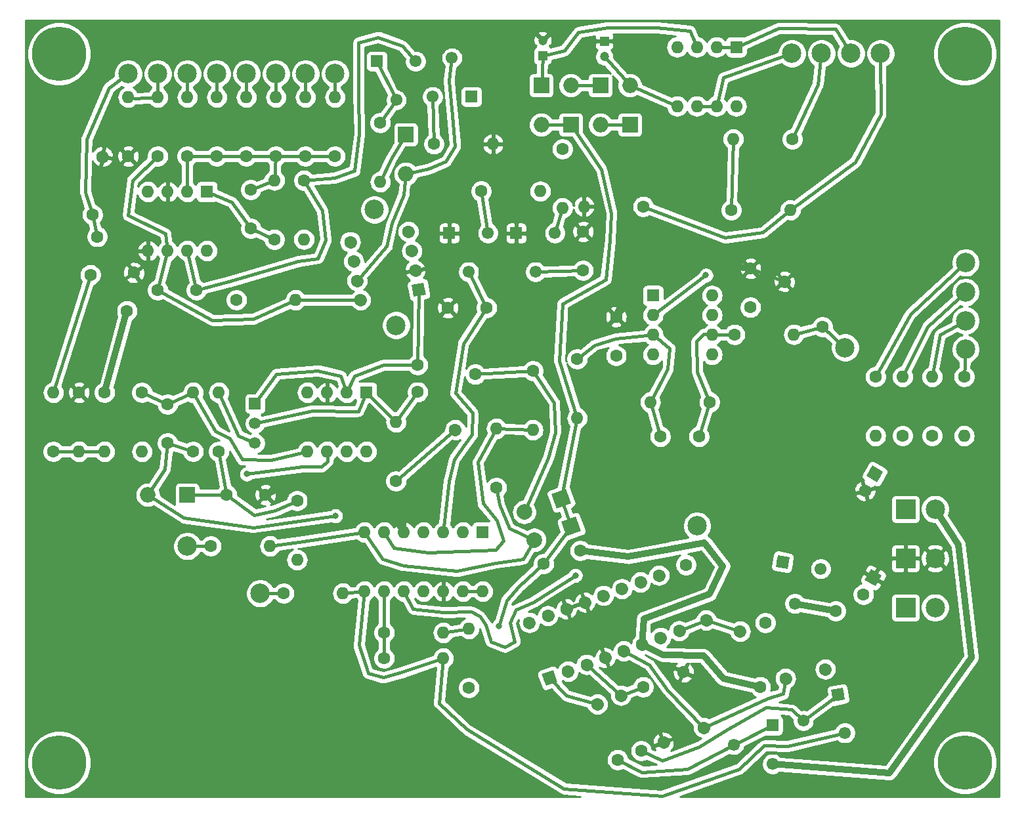
<source format=gbr>
G04 #@! TF.GenerationSoftware,KiCad,Pcbnew,(5.1.2-1)-1*
G04 #@! TF.CreationDate,2021-05-09T17:27:41-04:00*
G04 #@! TF.ProjectId,VCO - MFOS,56434f20-2d20-44d4-964f-532e6b696361,rev?*
G04 #@! TF.SameCoordinates,Original*
G04 #@! TF.FileFunction,Copper,L2,Bot*
G04 #@! TF.FilePolarity,Positive*
%FSLAX46Y46*%
G04 Gerber Fmt 4.6, Leading zero omitted, Abs format (unit mm)*
G04 Created by KiCad (PCBNEW (5.1.2-1)-1) date 2021-05-09 17:27:41*
%MOMM*%
%LPD*%
G04 APERTURE LIST*
%ADD10C,1.600000*%
%ADD11C,1.600000*%
%ADD12C,2.499360*%
%ADD13C,0.100000*%
%ADD14O,1.600000X1.600000*%
%ADD15R,1.600000X1.600000*%
%ADD16C,1.550000*%
%ADD17R,1.550000X1.550000*%
%ADD18C,7.000000*%
%ADD19R,1.200000X1.200000*%
%ADD20C,1.200000*%
%ADD21R,2.499360X2.499360*%
%ADD22R,2.000000X2.000000*%
%ADD23O,2.000000X2.000000*%
%ADD24C,1.500000*%
%ADD25R,1.500000X1.500000*%
%ADD26C,2.000000*%
%ADD27C,2.000000*%
%ADD28C,0.800000*%
%ADD29C,0.406400*%
%ADD30C,0.812800*%
%ADD31C,0.254000*%
G04 APERTURE END LIST*
D10*
X111306958Y-47147141D03*
D11*
X111306958Y-47147141D02*
X111306958Y-47147141D01*
D10*
X116205000Y-52984400D03*
D12*
X61214000Y-52781200D03*
X58420000Y-37871400D03*
X119126000Y-55676800D03*
X100050600Y-78663800D03*
D10*
X121508200Y-87509064D03*
X122758200Y-85344000D03*
D13*
G36*
X122465380Y-84251180D02*
G01*
X123851020Y-85051180D01*
X123051020Y-86436820D01*
X121665380Y-85636820D01*
X122465380Y-84251180D01*
X122465380Y-84251180D01*
G37*
D10*
X121711400Y-74123264D03*
X122961400Y-71958200D03*
D13*
G36*
X122668580Y-70865380D02*
G01*
X124054220Y-71665380D01*
X123254220Y-73051020D01*
X121868580Y-72251020D01*
X122668580Y-70865380D01*
X122668580Y-70865380D01*
G37*
D14*
X57404000Y-69088000D03*
X49784000Y-61468000D03*
X54864000Y-69088000D03*
X52324000Y-61468000D03*
X52324000Y-69088000D03*
X54864000Y-61468000D03*
X49784000Y-69088000D03*
D15*
X57404000Y-61468000D03*
D16*
X113747082Y-103787260D03*
X118237000Y-100457000D03*
D13*
G36*
X117339197Y-99828351D02*
G01*
X118865649Y-99559197D01*
X119134803Y-101085649D01*
X117608351Y-101354803D01*
X117339197Y-99828351D01*
X117339197Y-99828351D01*
G37*
D16*
X119105241Y-105381039D03*
X104778800Y-106894000D03*
D17*
X109778800Y-104394000D03*
D16*
X109778800Y-109394000D03*
D18*
X134620000Y-17780000D03*
D19*
X80137000Y-18034000D03*
D20*
X80137000Y-16034000D03*
X88074500Y-18129000D03*
D19*
X88074500Y-16129000D03*
D12*
X41910000Y-20320000D03*
X45720000Y-20320000D03*
X53340000Y-20320000D03*
X30480000Y-20320000D03*
X26670000Y-20320000D03*
X34290000Y-81280000D03*
X43688000Y-87376000D03*
X123698000Y-17716500D03*
X34290000Y-20320000D03*
X134683500Y-55880000D03*
X134683500Y-44704000D03*
X134683500Y-48514000D03*
X134683500Y-52197000D03*
X119888000Y-17716500D03*
X112268000Y-17716500D03*
X116078000Y-17716500D03*
D21*
X126936500Y-82867500D03*
D12*
X130746500Y-82867500D03*
X130746500Y-76517500D03*
D21*
X126936500Y-76517500D03*
X126936500Y-89217500D03*
D12*
X130746500Y-89217500D03*
D10*
X123063000Y-59436000D03*
D14*
X123063000Y-67056000D03*
X134493000Y-67056000D03*
D10*
X134493000Y-59436000D03*
X126555500Y-67056000D03*
D14*
X126555500Y-59436000D03*
X130365500Y-59436000D03*
D10*
X130365500Y-67056000D03*
X48450500Y-75438000D03*
D14*
X48450500Y-83058000D03*
D10*
X116583601Y-97166235D03*
D11*
X116583601Y-97166235D02*
X116583601Y-97166235D01*
D10*
X117906800Y-89662000D03*
X95697193Y-106601458D03*
D11*
X95697193Y-106601458D02*
X95697193Y-106601458D01*
D10*
X93091000Y-99441000D03*
D14*
X44958000Y-81280000D03*
D10*
X37338000Y-81280000D03*
X92837000Y-107696000D03*
X90230807Y-100535542D03*
D11*
X90230807Y-100535542D02*
X90230807Y-100535542D01*
D10*
X59690000Y-92456000D03*
D14*
X67310000Y-92456000D03*
D10*
X89789000Y-108839000D03*
X87182807Y-101678542D03*
D11*
X87182807Y-101678542D02*
X87182807Y-101678542D01*
D10*
X46736000Y-87376000D03*
D14*
X54356000Y-87376000D03*
D10*
X98298000Y-97536000D03*
X100904193Y-104696458D03*
D11*
X100904193Y-104696458D02*
X100904193Y-104696458D01*
D10*
X98615500Y-83693000D03*
X101221693Y-90853458D03*
D11*
X101221693Y-90853458D02*
X101221693Y-90853458D01*
D14*
X84582000Y-64770000D03*
D10*
X84582000Y-57150000D03*
X104457500Y-37909500D03*
D14*
X112077500Y-37909500D03*
D10*
X101637359Y-62707520D03*
D14*
X94017359Y-62707520D03*
D10*
X112331500Y-28765500D03*
D14*
X104711500Y-28765500D03*
D10*
X104902000Y-53975000D03*
D14*
X112522000Y-53975000D03*
D10*
X44370000Y-74676000D03*
X39370000Y-74676000D03*
D15*
X105092500Y-16891000D03*
D14*
X97472500Y-24511000D03*
X102552500Y-16891000D03*
X100012500Y-24511000D03*
X100012500Y-16891000D03*
X102552500Y-24511000D03*
X97472500Y-16891000D03*
X105092500Y-24511000D03*
D10*
X95287360Y-67152522D03*
X100287360Y-67152522D03*
D22*
X34290000Y-74676000D03*
D23*
X29210000Y-74676000D03*
D22*
X83756501Y-26924000D03*
D23*
X83756501Y-21844000D03*
X79946500Y-26924000D03*
D22*
X79946500Y-21844000D03*
D23*
X87566502Y-26924001D03*
D22*
X87566502Y-21844001D03*
X91376500Y-26924000D03*
D23*
X91376500Y-21844000D03*
D10*
X89598500Y-56705500D03*
X89598500Y-51705500D03*
D24*
X43027600Y-65455800D03*
X43027600Y-67995800D03*
D25*
X43027600Y-62915800D03*
D10*
X27385841Y-46002961D03*
X26517600Y-50927000D03*
D16*
X112667978Y-88695559D03*
X111074200Y-83337400D03*
D13*
G36*
X110176397Y-83966049D02*
G01*
X110445551Y-82439597D01*
X111972003Y-82708751D01*
X111702849Y-84235203D01*
X110176397Y-83966049D01*
X110176397Y-83966049D01*
G37*
D16*
X115998239Y-84205641D03*
X79208000Y-45894000D03*
D17*
X76708000Y-40894000D03*
D16*
X81708000Y-40894000D03*
X70572000Y-45894000D03*
D17*
X68072000Y-40894000D03*
D16*
X73072000Y-40894000D03*
X61237500Y-23732500D03*
D17*
X58737500Y-18732500D03*
D16*
X63737500Y-18732500D03*
X68429500Y-18304500D03*
D17*
X70929500Y-23304500D03*
D16*
X65929500Y-23304500D03*
D10*
X30480000Y-30988000D03*
D14*
X30480000Y-23368000D03*
D18*
X134620000Y-109220000D03*
X17780000Y-109220000D03*
X17780000Y-17780000D03*
D12*
X49530000Y-20320000D03*
X38100000Y-20320000D03*
D10*
X56630765Y-49532399D03*
D11*
X56630765Y-49532399D02*
X56630765Y-49532399D01*
D10*
X62811801Y-40704965D03*
D11*
X62811801Y-40704965D02*
X62811801Y-40704965D01*
D10*
X56189699Y-47030987D03*
D11*
X56189699Y-47030987D02*
X56189699Y-47030987D01*
D10*
X63252867Y-43206377D03*
D11*
X63252867Y-43206377D02*
X63252867Y-43206377D01*
D10*
X55748632Y-44529576D03*
D11*
X55748632Y-44529576D02*
X55748632Y-44529576D01*
D10*
X63693934Y-45707788D03*
D11*
X63693934Y-45707788D02*
X63693934Y-45707788D01*
D10*
X55307566Y-42028164D03*
D11*
X55307566Y-42028164D02*
X55307566Y-42028164D01*
D10*
X64135000Y-48209200D03*
D13*
G36*
X64783928Y-47282435D02*
G01*
X65061765Y-48858128D01*
X63486072Y-49135965D01*
X63208235Y-47560272D01*
X64783928Y-47282435D01*
X64783928Y-47282435D01*
G37*
D10*
X38100000Y-30988000D03*
D14*
X38100000Y-23368000D03*
X34290000Y-23368000D03*
D10*
X34290000Y-30988000D03*
X41910000Y-30988000D03*
D14*
X41910000Y-23368000D03*
X45720000Y-23368000D03*
D10*
X45720000Y-30988000D03*
X49530000Y-30988000D03*
D14*
X49530000Y-23368000D03*
X53340000Y-23368000D03*
D10*
X53340000Y-30988000D03*
X45516800Y-41706800D03*
D14*
X45516800Y-34086800D03*
X73723500Y-29400500D03*
D10*
X66103500Y-29400500D03*
D14*
X26670000Y-23368000D03*
D10*
X26670000Y-30988000D03*
D14*
X59182000Y-34290000D03*
D10*
X59182000Y-26670000D03*
D14*
X49326800Y-41706800D03*
D10*
X49326800Y-34086800D03*
D14*
X48260000Y-49530000D03*
D10*
X40640000Y-49530000D03*
D14*
X38354000Y-61468000D03*
D10*
X38354000Y-69088000D03*
X22047200Y-38531800D03*
X23370399Y-31027565D03*
D11*
X23370399Y-31027565D02*
X23370399Y-31027565D01*
D14*
X28448000Y-69088000D03*
D10*
X28448000Y-61468000D03*
X17018000Y-69088000D03*
D14*
X17018000Y-61468000D03*
X23622000Y-69088000D03*
D10*
X23622000Y-61468000D03*
X20320000Y-61468000D03*
D14*
X20320000Y-69088000D03*
X35052000Y-61468000D03*
D10*
X35052000Y-69088000D03*
X61214000Y-72898000D03*
D14*
X61214000Y-65278000D03*
D10*
X72199500Y-35496500D03*
D14*
X79819500Y-35496500D03*
D10*
X68831307Y-66278958D03*
D11*
X68831307Y-66278958D02*
X68831307Y-66278958D01*
D10*
X71437500Y-59118500D03*
D14*
X78867000Y-66294000D03*
D10*
X78867000Y-58674000D03*
X74168000Y-73723500D03*
D14*
X74168000Y-66103500D03*
D10*
X82677000Y-30035500D03*
D14*
X82677000Y-37655500D03*
X70612000Y-91948000D03*
D10*
X70612000Y-99568000D03*
D14*
X67310000Y-95758000D03*
D10*
X59690000Y-95758000D03*
X108839000Y-91186000D03*
X111445193Y-98346458D03*
D11*
X111445193Y-98346458D02*
X111445193Y-98346458D01*
D10*
X105597807Y-92280542D03*
D11*
X105597807Y-92280542D02*
X105597807Y-92280542D01*
D10*
X108204000Y-99441000D03*
D14*
X85471000Y-37465000D03*
D10*
X93091000Y-37465000D03*
D15*
X36830000Y-35560000D03*
D14*
X29210000Y-43180000D03*
X34290000Y-35560000D03*
X31750000Y-43180000D03*
X31750000Y-35560000D03*
X34290000Y-43180000D03*
X29210000Y-35560000D03*
X36830000Y-43180000D03*
D15*
X72390000Y-79502000D03*
D14*
X57150000Y-87122000D03*
X69850000Y-79502000D03*
X59690000Y-87122000D03*
X67310000Y-79502000D03*
X62230000Y-87122000D03*
X64770000Y-79502000D03*
X64770000Y-87122000D03*
X62230000Y-79502000D03*
X67310000Y-87122000D03*
X59690000Y-79502000D03*
X69850000Y-87122000D03*
X57150000Y-79502000D03*
X72390000Y-87122000D03*
D10*
X81026000Y-98298000D03*
D13*
G36*
X82051370Y-98776138D02*
G01*
X80547862Y-99323370D01*
X80000630Y-97819862D01*
X81504138Y-97272630D01*
X82051370Y-98776138D01*
X82051370Y-98776138D01*
G37*
D10*
X95127541Y-85056424D03*
D11*
X95127541Y-85056424D02*
X95127541Y-85056424D01*
D10*
X83412819Y-97429269D03*
D11*
X83412819Y-97429269D02*
X83412819Y-97429269D01*
D10*
X92740722Y-85925155D03*
D11*
X92740722Y-85925155D02*
X92740722Y-85925155D01*
D10*
X85799639Y-96560538D03*
D11*
X85799639Y-96560538D02*
X85799639Y-96560538D01*
D10*
X90353903Y-86793886D03*
D11*
X90353903Y-86793886D02*
X90353903Y-86793886D01*
D10*
X88186458Y-95691807D03*
D11*
X88186458Y-95691807D02*
X88186458Y-95691807D01*
D10*
X87967084Y-87662618D03*
D11*
X87967084Y-87662618D02*
X87967084Y-87662618D01*
D10*
X90573277Y-94823075D03*
D11*
X90573277Y-94823075D02*
X90573277Y-94823075D01*
D10*
X85580264Y-88531349D03*
D11*
X85580264Y-88531349D02*
X85580264Y-88531349D01*
D10*
X92960096Y-93954344D03*
D11*
X92960096Y-93954344D02*
X92960096Y-93954344D01*
D10*
X83193445Y-89400080D03*
D11*
X83193445Y-89400080D02*
X83193445Y-89400080D01*
D10*
X95346916Y-93085613D03*
D11*
X95346916Y-93085613D02*
X95346916Y-93085613D01*
D10*
X80806626Y-90268811D03*
D11*
X80806626Y-90268811D02*
X80806626Y-90268811D01*
D10*
X97733735Y-92216882D03*
D11*
X97733735Y-92216882D02*
X97733735Y-92216882D01*
D10*
X78419807Y-91137542D03*
D11*
X78419807Y-91137542D02*
X78419807Y-91137542D01*
D15*
X94361000Y-48958500D03*
D14*
X101981000Y-56578500D03*
X94361000Y-51498500D03*
X101981000Y-54038500D03*
X94361000Y-54038500D03*
X101981000Y-51498500D03*
X94361000Y-56578500D03*
X101981000Y-48958500D03*
D10*
X42468800Y-40306000D03*
X42468800Y-35306000D03*
X30480000Y-48260000D03*
X35480000Y-48260000D03*
X64008000Y-57912000D03*
X64008000Y-61412000D03*
X22656800Y-41351200D03*
X21788559Y-46275239D03*
X31750000Y-67992000D03*
X31750000Y-62992000D03*
X80264000Y-83566000D03*
X84962463Y-81855899D03*
D23*
X62484000Y-33274000D03*
D22*
X62484000Y-28194000D03*
D26*
X82519734Y-75161752D03*
D13*
G36*
X83117406Y-73880039D02*
G01*
X83801447Y-75759424D01*
X81922062Y-76443465D01*
X81238021Y-74564080D01*
X83117406Y-73880039D01*
X83117406Y-73880039D01*
G37*
D26*
X77746095Y-76899214D03*
D27*
X77746095Y-76899214D02*
X77746095Y-76899214D01*
D26*
X79049192Y-80479443D03*
D27*
X79049192Y-80479443D02*
X79049192Y-80479443D01*
D26*
X83822831Y-78741981D03*
D13*
G36*
X84420503Y-77460268D02*
G01*
X85104544Y-79339653D01*
X83225159Y-80023694D01*
X82541118Y-78144309D01*
X84420503Y-77460268D01*
X84420503Y-77460268D01*
G37*
D10*
X72898000Y-50546000D03*
X67898000Y-50546000D03*
X85344000Y-45720000D03*
X85344000Y-40720000D03*
X106934000Y-45482500D03*
X106934000Y-50482500D03*
D28*
X53390800Y-77393800D03*
X84353400Y-85064600D03*
X74498200Y-91567000D03*
X41960800Y-71983600D03*
X101193600Y-46329600D03*
D29*
X42468800Y-40306000D02*
X45516800Y-41706800D01*
X42468800Y-40306000D02*
X40055800Y-36906200D01*
X40055800Y-36906200D02*
X36830000Y-35560000D01*
X41910000Y-30988000D02*
X45720000Y-30988000D01*
X45720000Y-30988000D02*
X49530000Y-30988000D01*
X53340000Y-30988000D02*
X49530000Y-30988000D01*
X34290000Y-30988000D02*
X38100000Y-30988000D01*
X41910000Y-30988000D02*
X38100000Y-30988000D01*
X34290000Y-30988000D02*
X34290000Y-35560000D01*
X42468800Y-35306000D02*
X45516800Y-34086800D01*
X45720000Y-30988000D02*
X45516800Y-34086800D01*
X31750000Y-43180000D02*
X30480000Y-48260000D01*
X30480000Y-30988000D02*
X27203400Y-34086800D01*
X27203400Y-34086800D02*
X26670000Y-38633400D01*
X26670000Y-38633400D02*
X31445200Y-40944800D01*
X31445200Y-40944800D02*
X31750000Y-43180000D01*
X48260000Y-49530000D02*
X42824400Y-51993800D01*
X42824400Y-51993800D02*
X37515800Y-52120800D01*
X37515800Y-52120800D02*
X30480000Y-48260000D01*
X56630765Y-49532399D02*
X48260000Y-49530000D01*
X35480000Y-48260000D02*
X34290000Y-43180000D01*
X35480000Y-48260000D02*
X39598600Y-47167800D01*
X39598600Y-47167800D02*
X48564800Y-44526200D01*
X48564800Y-44526200D02*
X51155600Y-44145200D01*
X51155600Y-44145200D02*
X52171600Y-41808400D01*
X52171600Y-41808400D02*
X51689000Y-37973000D01*
X51689000Y-37973000D02*
X49326800Y-34086800D01*
X63737500Y-18732500D02*
X62001400Y-16738600D01*
X62001400Y-16738600D02*
X58902600Y-15621000D01*
X58902600Y-15621000D02*
X56388000Y-16306800D01*
X56388000Y-16306800D02*
X56388000Y-22910800D01*
X56388000Y-22910800D02*
X56489600Y-28067000D01*
X56489600Y-28067000D02*
X55880000Y-32867600D01*
X55880000Y-32867600D02*
X53340000Y-33782000D01*
X53340000Y-33782000D02*
X49326800Y-34086800D01*
X61214000Y-65278000D02*
X57404000Y-61468000D01*
X61214000Y-65278000D02*
X64008000Y-61412000D01*
X43027600Y-65455800D02*
X50444400Y-63804800D01*
X50444400Y-63804800D02*
X56362600Y-63881000D01*
X56362600Y-63881000D02*
X57404000Y-61468000D01*
X64008000Y-57912000D02*
X59588400Y-57912000D01*
X59588400Y-57912000D02*
X55829200Y-59334400D01*
X55829200Y-59334400D02*
X54864000Y-61468000D01*
X54864000Y-61468000D02*
X54102000Y-59334400D01*
X54102000Y-59334400D02*
X51155600Y-58648600D01*
X51155600Y-58648600D02*
X45796200Y-59055000D01*
X45796200Y-59055000D02*
X43027600Y-62915800D01*
X64008000Y-57912000D02*
X64135000Y-48209200D01*
X26670000Y-20320000D02*
X24155400Y-22148800D01*
X24155400Y-22148800D02*
X21285200Y-28803600D01*
X21285200Y-28803600D02*
X21132800Y-35610800D01*
X22047200Y-38531800D02*
X21132800Y-35610800D01*
X22047200Y-38531800D02*
X22656800Y-41351200D01*
X17018000Y-61468000D02*
X21788559Y-46275239D01*
X39370000Y-74676000D02*
X38354000Y-69088000D01*
X39370000Y-74676000D02*
X34290000Y-74676000D01*
X48450500Y-75438000D02*
X45643800Y-76682600D01*
X45643800Y-76682600D02*
X42926000Y-77266800D01*
X42926000Y-77266800D02*
X39370000Y-74676000D01*
D30*
X106934000Y-45482500D02*
X101168200Y-44780200D01*
X101168200Y-44780200D02*
X97256600Y-45694600D01*
X97256600Y-45694600D02*
X91668600Y-46024800D01*
X91668600Y-46024800D02*
X89598500Y-51705500D01*
X62230000Y-79502000D02*
X60426600Y-76479400D01*
X60426600Y-76479400D02*
X53670200Y-74396600D01*
X53670200Y-74396600D02*
X48615600Y-72669400D01*
X48615600Y-72669400D02*
X44370000Y-74676000D01*
D29*
X111306958Y-47147141D02*
X106934000Y-45482500D01*
X28448000Y-61468000D02*
X31750000Y-62992000D01*
X31750000Y-62992000D02*
X35052000Y-61468000D01*
X49784000Y-69088000D02*
X45085000Y-70205600D01*
X45085000Y-70205600D02*
X41376600Y-70129400D01*
X41376600Y-70129400D02*
X39751000Y-67411600D01*
X39751000Y-67411600D02*
X37871400Y-66446400D01*
X37871400Y-66446400D02*
X35052000Y-61468000D01*
X35052000Y-69088000D02*
X31750000Y-67992000D01*
X29210000Y-74676000D02*
X31369000Y-71374000D01*
X31369000Y-71374000D02*
X31750000Y-67992000D01*
X53390800Y-77393800D02*
X42799000Y-78867000D01*
X42799000Y-78867000D02*
X33883600Y-77647800D01*
X33883600Y-77647800D02*
X29210000Y-74676000D01*
D30*
X23622000Y-61468000D02*
X26517600Y-50927000D01*
X109778800Y-109394000D02*
X124841000Y-110566200D01*
X124841000Y-110566200D02*
X135407400Y-95656400D01*
X135407400Y-95656400D02*
X133731000Y-81076800D01*
X133731000Y-81076800D02*
X130746500Y-76517500D01*
X108204000Y-99441000D02*
X103428800Y-98374200D01*
X103428800Y-98374200D02*
X100888800Y-95427800D01*
X100888800Y-95427800D02*
X95681800Y-95300800D01*
X95681800Y-95300800D02*
X92960096Y-93954344D01*
X84962463Y-81855899D02*
X91186000Y-82651600D01*
X91186000Y-82651600D02*
X96469200Y-81661000D01*
X96469200Y-81661000D02*
X101015800Y-80848200D01*
X101015800Y-80848200D02*
X103378000Y-83870800D01*
X103378000Y-83870800D02*
X101650800Y-87477600D01*
X101650800Y-87477600D02*
X93167200Y-90627200D01*
X93167200Y-90627200D02*
X92960096Y-93954344D01*
D29*
X70572000Y-45894000D02*
X72898000Y-50546000D01*
X72898000Y-50546000D02*
X69875400Y-55168800D01*
X69875400Y-55168800D02*
X68859400Y-61518800D01*
X68859400Y-61518800D02*
X71069200Y-64109600D01*
X71069200Y-64109600D02*
X71043800Y-66852800D01*
X71043800Y-66852800D02*
X70104000Y-68122800D01*
X70104000Y-68122800D02*
X68732400Y-70053200D01*
X68732400Y-70053200D02*
X68046600Y-72847200D01*
X68046600Y-72847200D02*
X67310000Y-79502000D01*
X85344000Y-45720000D02*
X79208000Y-45894000D01*
X62230000Y-87122000D02*
X63423800Y-89382600D01*
X78867000Y-88519000D02*
X84353400Y-85064600D01*
X84353400Y-85064600D02*
X84353400Y-85064600D01*
X78867000Y-88519000D02*
X76682600Y-89509600D01*
X76682600Y-89509600D02*
X75895200Y-91211400D01*
X75895200Y-91211400D02*
X76530200Y-93599000D01*
X76530200Y-93599000D02*
X75285600Y-94310200D01*
X75285600Y-94310200D02*
X73456800Y-93599000D01*
X73456800Y-93599000D02*
X72771000Y-91414600D01*
X72771000Y-91414600D02*
X72009000Y-90347800D01*
X72009000Y-90347800D02*
X70942200Y-89763600D01*
X70942200Y-89763600D02*
X67301773Y-89797227D01*
X67301773Y-89797227D02*
X67462400Y-89814400D01*
X63423800Y-89382600D02*
X67301773Y-89797227D01*
X67310000Y-92456000D02*
X70612000Y-91948000D01*
X83822831Y-78741981D02*
X82519734Y-75161752D01*
X80264000Y-83566000D02*
X83822831Y-78741981D01*
X82519734Y-75161752D02*
X84582000Y-64770000D01*
X79946500Y-26924000D02*
X83756501Y-26924000D01*
X74498200Y-91567000D02*
X75463400Y-88290400D01*
X75463400Y-88290400D02*
X77012800Y-86537800D01*
X77012800Y-86537800D02*
X80264000Y-83566000D01*
X84582000Y-64770000D02*
X82270600Y-57353200D01*
X82270600Y-57353200D02*
X82677000Y-50038000D01*
X82677000Y-50038000D02*
X88265000Y-46888400D01*
X88265000Y-46888400D02*
X88823800Y-41783000D01*
X88823800Y-41783000D02*
X89001600Y-38303200D01*
X89001600Y-38303200D02*
X87680800Y-32689800D01*
X87680800Y-32689800D02*
X83756501Y-26924000D01*
X100012500Y-16891000D02*
X99085400Y-14808200D01*
X99085400Y-14808200D02*
X94792800Y-14376400D01*
X94792800Y-14376400D02*
X88519000Y-14376400D01*
X88519000Y-14376400D02*
X84734400Y-14986000D01*
X84734400Y-14986000D02*
X82931000Y-17348200D01*
X82931000Y-17348200D02*
X80137000Y-18034000D01*
X80137000Y-18034000D02*
X79946500Y-21844000D01*
X97472500Y-24511000D02*
X91376500Y-21844000D01*
X91376500Y-21844000D02*
X88074500Y-18129000D01*
X101637359Y-62707520D02*
X100076000Y-58826400D01*
X100868770Y-53918830D02*
X101981000Y-54038500D01*
X99995125Y-54843275D02*
X100868770Y-53918830D01*
X100076000Y-58826400D02*
X99995125Y-54843275D01*
X100287360Y-67152522D02*
X101637359Y-62707520D01*
X101981000Y-54038500D02*
X104902000Y-53975000D01*
X94017359Y-62707520D02*
X96266000Y-58394600D01*
X96266000Y-58394600D02*
X96520000Y-55753000D01*
X96520000Y-55753000D02*
X94361000Y-54038500D01*
X95287360Y-67152522D02*
X94017359Y-62707520D01*
X94361000Y-54038500D02*
X89535000Y-54508400D01*
X89535000Y-54508400D02*
X86868000Y-55321200D01*
X86868000Y-55321200D02*
X84582000Y-57150000D01*
X59182000Y-34290000D02*
X60655200Y-31140400D01*
X60655200Y-31140400D02*
X62484000Y-28194000D01*
X62484000Y-33274000D02*
X65430400Y-32588200D01*
X65430400Y-32588200D02*
X67665600Y-31623000D01*
X67665600Y-31623000D02*
X68834000Y-29692600D01*
X68834000Y-29692600D02*
X68478400Y-25755600D01*
X68478400Y-25755600D02*
X68021200Y-21234400D01*
X68021200Y-21234400D02*
X68429500Y-18304500D01*
X56189699Y-47030987D02*
X60045600Y-42595800D01*
X60045600Y-42595800D02*
X60680600Y-39598600D01*
X60680600Y-39598600D02*
X62179200Y-35941000D01*
X62179200Y-35941000D02*
X62484000Y-33274000D01*
X71437500Y-59118500D02*
X78867000Y-58674000D01*
X77746095Y-76899214D02*
X80848200Y-69900800D01*
X80848200Y-69900800D02*
X81737200Y-66624200D01*
X81737200Y-66624200D02*
X81635600Y-62788800D01*
X81635600Y-62788800D02*
X78867000Y-58674000D01*
X79049192Y-80479443D02*
X75819000Y-79019400D01*
X75819000Y-79019400D02*
X74549000Y-75971400D01*
X74549000Y-75971400D02*
X74168000Y-73723500D01*
X57150000Y-79502000D02*
X48691800Y-80772000D01*
X48691800Y-80772000D02*
X44958000Y-81280000D01*
X57150000Y-79502000D02*
X59461400Y-82931000D01*
X59461400Y-82931000D02*
X62179200Y-83769200D01*
X62179200Y-83769200D02*
X69037200Y-84505800D01*
X69037200Y-84505800D02*
X74066400Y-83439000D01*
X74066400Y-83439000D02*
X77597000Y-82931000D01*
X77597000Y-82931000D02*
X79049192Y-80479443D01*
X87566502Y-21844001D02*
X83756501Y-21844000D01*
X91376500Y-26924000D02*
X87566502Y-26924001D01*
X66103500Y-29400500D02*
X65929500Y-23304500D01*
X58737500Y-18732500D02*
X61237500Y-23732500D01*
X59182000Y-26670000D02*
X61237500Y-23732500D01*
X17018000Y-69088000D02*
X20320000Y-69088000D01*
X23622000Y-69088000D02*
X20320000Y-69088000D01*
X41960800Y-71983600D02*
X49174400Y-70993000D01*
X51626008Y-71031608D02*
X52372397Y-70330197D01*
X52372397Y-70330197D02*
X52324000Y-69088000D01*
X49174400Y-70993000D02*
X51626008Y-71031608D01*
X68831307Y-66278958D02*
X61214000Y-72898000D01*
X73072000Y-40894000D02*
X72199500Y-35496500D01*
X78867000Y-66294000D02*
X74168000Y-66103500D01*
X59690000Y-79502000D02*
X60960000Y-81559400D01*
X60960000Y-81559400D02*
X65354200Y-82118200D01*
X65354200Y-82118200D02*
X74066400Y-81788000D01*
X74066400Y-81788000D02*
X75057000Y-80568800D01*
X75057000Y-80568800D02*
X74218800Y-78003400D01*
X74218800Y-78003400D02*
X72415400Y-75793600D01*
X72415400Y-75793600D02*
X71780400Y-70408800D01*
X71780400Y-70408800D02*
X74168000Y-66103500D01*
X90230807Y-100535542D02*
X93091000Y-99441000D01*
X90230807Y-100535542D02*
X85799639Y-96560538D01*
D30*
X117906800Y-89662000D02*
X112667978Y-88695559D01*
D29*
X113747082Y-103787260D02*
X118237000Y-100457000D01*
X92837000Y-107696000D02*
X95605600Y-108940600D01*
X95605600Y-108940600D02*
X100330000Y-107188000D01*
X100330000Y-107188000D02*
X104063800Y-104876600D01*
X104063800Y-104876600D02*
X108940600Y-102057200D01*
X108940600Y-102057200D02*
X112217200Y-102387400D01*
X112217200Y-102387400D02*
X113747082Y-103787260D01*
X82677000Y-37655500D02*
X81708000Y-40894000D01*
X59690000Y-92456000D02*
X59690000Y-95758000D01*
X59690000Y-92456000D02*
X59690000Y-87122000D01*
X104778800Y-106894000D02*
X109778800Y-104394000D01*
X104778800Y-106894000D02*
X98755200Y-110083600D01*
X98755200Y-110083600D02*
X92913200Y-110439200D01*
X92913200Y-110439200D02*
X89789000Y-108839000D01*
X87182807Y-101678542D02*
X83185000Y-100584000D01*
X83185000Y-100584000D02*
X81026000Y-98298000D01*
X54356000Y-87376000D02*
X57150000Y-87122000D01*
X67310000Y-95758000D02*
X61722000Y-97637600D01*
X61722000Y-97637600D02*
X59563000Y-98221800D01*
X59563000Y-98221800D02*
X57607200Y-97663000D01*
X57607200Y-97663000D02*
X56413400Y-94081600D01*
X56413400Y-94081600D02*
X57150000Y-87122000D01*
X119105241Y-105381039D02*
X111734600Y-107111800D01*
X111734600Y-107111800D02*
X108686600Y-107035600D01*
X108686600Y-107035600D02*
X105460800Y-110058200D01*
X105460800Y-110058200D02*
X95529400Y-113521790D01*
X95529400Y-113521790D02*
X82905600Y-112598200D01*
X82905600Y-112598200D02*
X70358000Y-104927400D01*
X70358000Y-104927400D02*
X66776600Y-101549200D01*
X66776600Y-101549200D02*
X67310000Y-95758000D01*
X100904193Y-104696458D02*
X109169200Y-100914200D01*
X109169200Y-100914200D02*
X111175800Y-100355400D01*
X111175800Y-100355400D02*
X111445193Y-98346458D01*
X100904193Y-104696458D02*
X96266000Y-99898200D01*
X96266000Y-99898200D02*
X93853000Y-96570800D01*
X93853000Y-96570800D02*
X90573277Y-94823075D01*
X97733735Y-92216882D02*
X101221693Y-90853458D01*
X105597807Y-92280542D02*
X101221693Y-90853458D01*
X104457500Y-37909500D02*
X104711500Y-28765500D01*
X94361000Y-51498500D02*
X101193600Y-46329600D01*
X101193600Y-46329600D02*
X101193600Y-46329600D01*
X72390000Y-87122000D02*
X69850000Y-87122000D01*
X41910000Y-20320000D02*
X41910000Y-23368000D01*
X45720000Y-20320000D02*
X45720000Y-23368000D01*
X49530000Y-20320000D02*
X49530000Y-23368000D01*
X53340000Y-20320000D02*
X53340000Y-23368000D01*
X34290000Y-81280000D02*
X37338000Y-81280000D01*
X46736000Y-87376000D02*
X43688000Y-87376000D01*
X112522000Y-53975000D02*
X116205000Y-52984400D01*
X119126000Y-55676800D02*
X116205000Y-52984400D01*
X30480000Y-20320000D02*
X30480000Y-23368000D01*
X27457400Y-23520400D02*
X30480000Y-23368000D01*
X112077500Y-37909500D02*
X120446800Y-31750000D01*
X120446800Y-31750000D02*
X123723400Y-25552400D01*
X123723400Y-25552400D02*
X123698000Y-17716500D01*
X93091000Y-37465000D02*
X103632000Y-41503600D01*
X103632000Y-41503600D02*
X108559600Y-40792400D01*
X108559600Y-40792400D02*
X112077500Y-37909500D01*
X34290000Y-23368000D02*
X34290000Y-20320000D01*
X38100000Y-20320000D02*
X38100000Y-23368000D01*
X134683500Y-55880000D02*
X134493000Y-59436000D01*
X134683500Y-44704000D02*
X127533400Y-51384200D01*
X127533400Y-51384200D02*
X123063000Y-59436000D01*
X134683500Y-48514000D02*
X129743200Y-52959000D01*
X129743200Y-52959000D02*
X126555500Y-59436000D01*
X134683500Y-52197000D02*
X131394200Y-54000400D01*
X131394200Y-54000400D02*
X130365500Y-59436000D01*
X102552500Y-16891000D02*
X105092500Y-16891000D01*
X119888000Y-17716500D02*
X117881400Y-14554200D01*
X117881400Y-14554200D02*
X110566200Y-14452600D01*
X110566200Y-14452600D02*
X105092500Y-16891000D01*
X102552500Y-24511000D02*
X100012500Y-24511000D01*
X102552500Y-24511000D02*
X103428800Y-20828000D01*
X103428800Y-20828000D02*
X112268000Y-17716500D01*
X112331500Y-28765500D02*
X115595400Y-21717000D01*
X115595400Y-21717000D02*
X116078000Y-17716500D01*
X38354000Y-61468000D02*
X40868600Y-67030600D01*
X40868600Y-67030600D02*
X43027600Y-67995800D01*
D31*
G36*
X138990001Y-113590000D02*
G01*
X97879214Y-113590000D01*
X105707726Y-110859797D01*
X105757654Y-110846407D01*
X105822398Y-110814461D01*
X105887976Y-110784088D01*
X105896390Y-110777952D01*
X105905721Y-110773348D01*
X105962987Y-110729387D01*
X106021382Y-110686803D01*
X106056423Y-110648761D01*
X107543747Y-109255127D01*
X108368800Y-109255127D01*
X108368800Y-109532873D01*
X108422986Y-109805282D01*
X108529275Y-110061885D01*
X108683582Y-110292822D01*
X108879978Y-110489218D01*
X109110915Y-110643525D01*
X109367518Y-110749814D01*
X109639927Y-110804000D01*
X109917673Y-110804000D01*
X110190082Y-110749814D01*
X110446685Y-110643525D01*
X110651778Y-110506487D01*
X124735302Y-111602523D01*
X124812244Y-111612242D01*
X124888484Y-111606844D01*
X124964902Y-111605276D01*
X124990609Y-111599612D01*
X125016867Y-111597753D01*
X125090588Y-111577585D01*
X125165234Y-111561139D01*
X125189344Y-111550568D01*
X125214734Y-111543622D01*
X125283105Y-111509459D01*
X125353108Y-111478766D01*
X125374691Y-111463695D01*
X125398239Y-111451929D01*
X125458636Y-111405080D01*
X125521300Y-111361324D01*
X125539527Y-111342334D01*
X125560329Y-111326198D01*
X125610427Y-111268465D01*
X125663350Y-111213326D01*
X125705102Y-111147977D01*
X127360058Y-108812738D01*
X130485000Y-108812738D01*
X130485000Y-109627262D01*
X130643906Y-110426135D01*
X130955611Y-111178657D01*
X131408136Y-111855909D01*
X131984091Y-112431864D01*
X132661343Y-112884389D01*
X133413865Y-113196094D01*
X134212738Y-113355000D01*
X135027262Y-113355000D01*
X135826135Y-113196094D01*
X136578657Y-112884389D01*
X137255909Y-112431864D01*
X137831864Y-111855909D01*
X138284389Y-111178657D01*
X138596094Y-110426135D01*
X138755000Y-109627262D01*
X138755000Y-108812738D01*
X138596094Y-108013865D01*
X138284389Y-107261343D01*
X137831864Y-106584091D01*
X137255909Y-106008136D01*
X136578657Y-105555611D01*
X135826135Y-105243906D01*
X135027262Y-105085000D01*
X134212738Y-105085000D01*
X133413865Y-105243906D01*
X132661343Y-105555611D01*
X131984091Y-106008136D01*
X131408136Y-106584091D01*
X130955611Y-107261343D01*
X130643906Y-108013865D01*
X130485000Y-108812738D01*
X127360058Y-108812738D01*
X136211051Y-96323478D01*
X136227023Y-96306976D01*
X136270230Y-96239972D01*
X136286642Y-96216814D01*
X136297967Y-96196959D01*
X136338195Y-96134575D01*
X136348678Y-96108052D01*
X136362812Y-96083272D01*
X136386311Y-96012836D01*
X136413598Y-95943797D01*
X136418705Y-95915738D01*
X136427733Y-95888678D01*
X136437037Y-95815022D01*
X136450333Y-95741976D01*
X136449868Y-95713452D01*
X136453442Y-95685157D01*
X136448199Y-95611106D01*
X136447826Y-95588258D01*
X136444585Y-95560070D01*
X136438953Y-95480532D01*
X136432892Y-95458377D01*
X134767112Y-80971134D01*
X134759214Y-80882356D01*
X134740976Y-80820122D01*
X134727292Y-80756749D01*
X134712200Y-80721929D01*
X134701523Y-80685498D01*
X134671491Y-80628011D01*
X134645710Y-80568532D01*
X134595026Y-80495292D01*
X132478253Y-77261585D01*
X132558753Y-77067241D01*
X132631180Y-76703125D01*
X132631180Y-76331875D01*
X132558753Y-75967759D01*
X132416682Y-75624769D01*
X132210426Y-75316087D01*
X131947913Y-75053574D01*
X131639231Y-74847318D01*
X131296241Y-74705247D01*
X130932125Y-74632820D01*
X130560875Y-74632820D01*
X130196759Y-74705247D01*
X129853769Y-74847318D01*
X129545087Y-75053574D01*
X129282574Y-75316087D01*
X129076318Y-75624769D01*
X128934247Y-75967759D01*
X128861820Y-76331875D01*
X128861820Y-76703125D01*
X128934247Y-77067241D01*
X129076318Y-77410231D01*
X129282574Y-77718913D01*
X129545087Y-77981426D01*
X129853769Y-78187682D01*
X130196759Y-78329753D01*
X130560875Y-78402180D01*
X130735526Y-78402180D01*
X132724592Y-81440797D01*
X134327290Y-95379422D01*
X124332884Y-109482107D01*
X110808421Y-108429581D01*
X110677622Y-108298782D01*
X110446685Y-108144475D01*
X110190082Y-108038186D01*
X109917673Y-107984000D01*
X109639927Y-107984000D01*
X109367518Y-108038186D01*
X109110915Y-108144475D01*
X108879978Y-108298782D01*
X108683582Y-108495178D01*
X108529275Y-108726115D01*
X108422986Y-108982718D01*
X108368800Y-109255127D01*
X107543747Y-109255127D01*
X109009055Y-107882123D01*
X111697395Y-107949332D01*
X111763475Y-107953559D01*
X111820671Y-107945938D01*
X111878218Y-107941719D01*
X111942051Y-107924085D01*
X118187664Y-106457502D01*
X118206419Y-106476257D01*
X118437356Y-106630564D01*
X118693959Y-106736853D01*
X118966368Y-106791039D01*
X119244114Y-106791039D01*
X119516523Y-106736853D01*
X119773126Y-106630564D01*
X120004063Y-106476257D01*
X120200459Y-106279861D01*
X120354766Y-106048924D01*
X120461055Y-105792321D01*
X120515241Y-105519912D01*
X120515241Y-105242166D01*
X120461055Y-104969757D01*
X120354766Y-104713154D01*
X120200459Y-104482217D01*
X120004063Y-104285821D01*
X119773126Y-104131514D01*
X119516523Y-104025225D01*
X119244114Y-103971039D01*
X118966368Y-103971039D01*
X118693959Y-104025225D01*
X118437356Y-104131514D01*
X118206419Y-104285821D01*
X118010023Y-104482217D01*
X117855716Y-104713154D01*
X117809695Y-104824258D01*
X111647859Y-106271170D01*
X108751857Y-106198770D01*
X108713976Y-106193791D01*
X108669555Y-106196712D01*
X108666392Y-106196633D01*
X108628412Y-106199418D01*
X108549221Y-106204625D01*
X108546150Y-106205449D01*
X108542981Y-106205681D01*
X108466493Y-106226811D01*
X108389745Y-106247393D01*
X108386892Y-106248801D01*
X108383832Y-106249646D01*
X108312964Y-106285278D01*
X108241678Y-106320452D01*
X108239154Y-106322390D01*
X108236317Y-106323816D01*
X108173778Y-106372576D01*
X108143523Y-106395802D01*
X108141212Y-106397967D01*
X108106107Y-106425338D01*
X108081139Y-106454256D01*
X105017196Y-109325195D01*
X95417362Y-112673152D01*
X83169425Y-111777062D01*
X72680316Y-105364692D01*
X95382197Y-105364692D01*
X95773097Y-106438680D01*
X96847752Y-106047538D01*
X96885781Y-105797407D01*
X96706080Y-105580974D01*
X96487609Y-105403759D01*
X96238761Y-105272570D01*
X95969102Y-105192449D01*
X95688993Y-105166477D01*
X95549123Y-105174118D01*
X95382197Y-105364692D01*
X72680316Y-105364692D01*
X70869660Y-104257773D01*
X67648708Y-101219572D01*
X67813844Y-99426665D01*
X69177000Y-99426665D01*
X69177000Y-99709335D01*
X69232147Y-99986574D01*
X69340320Y-100247727D01*
X69497363Y-100482759D01*
X69697241Y-100682637D01*
X69932273Y-100839680D01*
X70193426Y-100947853D01*
X70470665Y-101003000D01*
X70753335Y-101003000D01*
X71030574Y-100947853D01*
X71291727Y-100839680D01*
X71526759Y-100682637D01*
X71726637Y-100482759D01*
X71883680Y-100247727D01*
X71991853Y-99986574D01*
X72047000Y-99709335D01*
X72047000Y-99426665D01*
X71991853Y-99149426D01*
X71883680Y-98888273D01*
X71726637Y-98653241D01*
X71526759Y-98453363D01*
X71291727Y-98296320D01*
X71030574Y-98188147D01*
X70753335Y-98133000D01*
X70470665Y-98133000D01*
X70193426Y-98188147D01*
X69932273Y-98296320D01*
X69697241Y-98453363D01*
X69497363Y-98653241D01*
X69340320Y-98888273D01*
X69232147Y-99149426D01*
X69177000Y-99426665D01*
X67813844Y-99426665D01*
X67964403Y-97792030D01*
X79363165Y-97792030D01*
X79369984Y-97916928D01*
X79401038Y-98038095D01*
X79948270Y-99541603D01*
X80002367Y-99654385D01*
X80077426Y-99754445D01*
X80170564Y-99837940D01*
X80278201Y-99901660D01*
X80396201Y-99943156D01*
X80520030Y-99960835D01*
X80644928Y-99954016D01*
X80766095Y-99922962D01*
X81243606Y-99749162D01*
X82535127Y-101116655D01*
X82548749Y-101135885D01*
X82591677Y-101176532D01*
X82603885Y-101189458D01*
X82621586Y-101204852D01*
X82668642Y-101249407D01*
X82683767Y-101258927D01*
X82697258Y-101270659D01*
X82753540Y-101302842D01*
X82808379Y-101337358D01*
X82825067Y-101343743D01*
X82840590Y-101352619D01*
X82902072Y-101373204D01*
X82923951Y-101381575D01*
X82941078Y-101386264D01*
X82997159Y-101405041D01*
X83020543Y-101408020D01*
X85834913Y-102178555D01*
X85850625Y-102230350D01*
X85983875Y-102479643D01*
X86163199Y-102698150D01*
X86381706Y-102877474D01*
X86630999Y-103010724D01*
X86901498Y-103092778D01*
X87112315Y-103113542D01*
X87253299Y-103113542D01*
X87464116Y-103092778D01*
X87734615Y-103010724D01*
X87983908Y-102877474D01*
X88202415Y-102698150D01*
X88381739Y-102479643D01*
X88514989Y-102230350D01*
X88597043Y-101959851D01*
X88624750Y-101678542D01*
X88597043Y-101397233D01*
X88514989Y-101126734D01*
X88381739Y-100877441D01*
X88202415Y-100658934D01*
X87983908Y-100479610D01*
X87734615Y-100346360D01*
X87464116Y-100264306D01*
X87253299Y-100243542D01*
X87112315Y-100243542D01*
X86901498Y-100264306D01*
X86630999Y-100346360D01*
X86381706Y-100479610D01*
X86280694Y-100562509D01*
X83633015Y-99837613D01*
X82684628Y-98833439D01*
X82688835Y-98803970D01*
X82682016Y-98679072D01*
X82678067Y-98663666D01*
X82861011Y-98761451D01*
X83131510Y-98843505D01*
X83342327Y-98864269D01*
X83483311Y-98864269D01*
X83694128Y-98843505D01*
X83964627Y-98761451D01*
X84213920Y-98628201D01*
X84432427Y-98448877D01*
X84611751Y-98230370D01*
X84745001Y-97981077D01*
X84827055Y-97710578D01*
X84835424Y-97625606D01*
X84998538Y-97759470D01*
X85247831Y-97892720D01*
X85518330Y-97974774D01*
X85729147Y-97995538D01*
X85870131Y-97995538D01*
X86080948Y-97974774D01*
X86110816Y-97965714D01*
X88804020Y-100381667D01*
X88788864Y-100535542D01*
X88816571Y-100816851D01*
X88898625Y-101087350D01*
X89031875Y-101336643D01*
X89211199Y-101555150D01*
X89429706Y-101734474D01*
X89678999Y-101867724D01*
X89949498Y-101949778D01*
X90160315Y-101970542D01*
X90301299Y-101970542D01*
X90512116Y-101949778D01*
X90782615Y-101867724D01*
X91031908Y-101734474D01*
X91250415Y-101555150D01*
X91429739Y-101336643D01*
X91562989Y-101087350D01*
X91619316Y-100901664D01*
X92302711Y-100640142D01*
X92411273Y-100712680D01*
X92672426Y-100820853D01*
X92949665Y-100876000D01*
X93232335Y-100876000D01*
X93509574Y-100820853D01*
X93770727Y-100712680D01*
X94005759Y-100555637D01*
X94205637Y-100355759D01*
X94362680Y-100120727D01*
X94470853Y-99859574D01*
X94526000Y-99582335D01*
X94526000Y-99299665D01*
X94470853Y-99022426D01*
X94362680Y-98761273D01*
X94205637Y-98526241D01*
X94005759Y-98326363D01*
X93770727Y-98169320D01*
X93509574Y-98061147D01*
X93232335Y-98006000D01*
X92949665Y-98006000D01*
X92672426Y-98061147D01*
X92411273Y-98169320D01*
X92176241Y-98326363D01*
X91976363Y-98526241D01*
X91819320Y-98761273D01*
X91711147Y-99022426D01*
X91700567Y-99075614D01*
X91026333Y-99333630D01*
X90782615Y-99203360D01*
X90512116Y-99121306D01*
X90301299Y-99100542D01*
X90160315Y-99100542D01*
X89949498Y-99121306D01*
X89919631Y-99130366D01*
X87458061Y-96922201D01*
X87644890Y-97020695D01*
X87914549Y-97100816D01*
X88194658Y-97126788D01*
X88334528Y-97119147D01*
X88501454Y-96928573D01*
X88110554Y-95854585D01*
X88091760Y-95861426D01*
X88004887Y-95622743D01*
X88023680Y-95615903D01*
X87632781Y-94541914D01*
X87382409Y-94503223D01*
X87270351Y-94587277D01*
X87072470Y-94787223D01*
X86917400Y-95021933D01*
X86811098Y-95282386D01*
X86769039Y-95499725D01*
X86600740Y-95361606D01*
X86351447Y-95228356D01*
X86080948Y-95146302D01*
X85870131Y-95125538D01*
X85729147Y-95125538D01*
X85518330Y-95146302D01*
X85247831Y-95228356D01*
X84998538Y-95361606D01*
X84780031Y-95540930D01*
X84600707Y-95759437D01*
X84467457Y-96008730D01*
X84385403Y-96279229D01*
X84377034Y-96364201D01*
X84213920Y-96230337D01*
X83964627Y-96097087D01*
X83694128Y-96015033D01*
X83483311Y-95994269D01*
X83342327Y-95994269D01*
X83131510Y-96015033D01*
X82861011Y-96097087D01*
X82611718Y-96230337D01*
X82393211Y-96409661D01*
X82213887Y-96628168D01*
X82080637Y-96877461D01*
X82056704Y-96956357D01*
X82049633Y-96941615D01*
X81974574Y-96841555D01*
X81881436Y-96758060D01*
X81773799Y-96694340D01*
X81655799Y-96652844D01*
X81531970Y-96635165D01*
X81407072Y-96641984D01*
X81285905Y-96673038D01*
X79782397Y-97220270D01*
X79669615Y-97274367D01*
X79569555Y-97349426D01*
X79486060Y-97442564D01*
X79422340Y-97550201D01*
X79380844Y-97668201D01*
X79363165Y-97792030D01*
X67964403Y-97792030D01*
X68037707Y-96996162D01*
X68111101Y-96956932D01*
X68329608Y-96777608D01*
X68508932Y-96559101D01*
X68642182Y-96309808D01*
X68724236Y-96039309D01*
X68751943Y-95758000D01*
X68724236Y-95476691D01*
X68642182Y-95206192D01*
X68508932Y-94956899D01*
X68329608Y-94738392D01*
X68111101Y-94559068D01*
X67861808Y-94425818D01*
X67591309Y-94343764D01*
X67380492Y-94323000D01*
X67239508Y-94323000D01*
X67028691Y-94343764D01*
X66758192Y-94425818D01*
X66508899Y-94559068D01*
X66290392Y-94738392D01*
X66111068Y-94956899D01*
X65977818Y-95206192D01*
X65938781Y-95334882D01*
X61478710Y-96835088D01*
X59569108Y-97351804D01*
X58262577Y-96978510D01*
X57266080Y-93989020D01*
X57860883Y-88369154D01*
X57951101Y-88320932D01*
X58169608Y-88141608D01*
X58348932Y-87923101D01*
X58420000Y-87790142D01*
X58491068Y-87923101D01*
X58670392Y-88141608D01*
X58851801Y-88290486D01*
X58851800Y-91290208D01*
X58775241Y-91341363D01*
X58575363Y-91541241D01*
X58418320Y-91776273D01*
X58310147Y-92037426D01*
X58255000Y-92314665D01*
X58255000Y-92597335D01*
X58310147Y-92874574D01*
X58418320Y-93135727D01*
X58575363Y-93370759D01*
X58775241Y-93570637D01*
X58851800Y-93621792D01*
X58851801Y-94592208D01*
X58775241Y-94643363D01*
X58575363Y-94843241D01*
X58418320Y-95078273D01*
X58310147Y-95339426D01*
X58255000Y-95616665D01*
X58255000Y-95899335D01*
X58310147Y-96176574D01*
X58418320Y-96437727D01*
X58575363Y-96672759D01*
X58775241Y-96872637D01*
X59010273Y-97029680D01*
X59271426Y-97137853D01*
X59548665Y-97193000D01*
X59831335Y-97193000D01*
X60108574Y-97137853D01*
X60369727Y-97029680D01*
X60604759Y-96872637D01*
X60804637Y-96672759D01*
X60961680Y-96437727D01*
X61069853Y-96176574D01*
X61125000Y-95899335D01*
X61125000Y-95616665D01*
X61069853Y-95339426D01*
X60961680Y-95078273D01*
X60804637Y-94843241D01*
X60604759Y-94643363D01*
X60528200Y-94592208D01*
X60528200Y-93621792D01*
X60604759Y-93570637D01*
X60804637Y-93370759D01*
X60961680Y-93135727D01*
X61069853Y-92874574D01*
X61125000Y-92597335D01*
X61125000Y-92314665D01*
X61069853Y-92037426D01*
X60961680Y-91776273D01*
X60804637Y-91541241D01*
X60604759Y-91341363D01*
X60528200Y-91290208D01*
X60528200Y-88290486D01*
X60709608Y-88141608D01*
X60888932Y-87923101D01*
X60960000Y-87790142D01*
X61031068Y-87923101D01*
X61210392Y-88141608D01*
X61428899Y-88320932D01*
X61678192Y-88454182D01*
X61948691Y-88536236D01*
X62033347Y-88544574D01*
X62662729Y-89736382D01*
X62677713Y-89773428D01*
X62701171Y-89809176D01*
X62701829Y-89810423D01*
X62723939Y-89843874D01*
X62768296Y-89911472D01*
X62769280Y-89912473D01*
X62770061Y-89913654D01*
X62827405Y-89971575D01*
X62884069Y-90029193D01*
X62885230Y-90029983D01*
X62886225Y-90030988D01*
X62953743Y-90076593D01*
X63020584Y-90122065D01*
X63021877Y-90122613D01*
X63023049Y-90123405D01*
X63098123Y-90154943D01*
X63172594Y-90186520D01*
X63173970Y-90186806D01*
X63175273Y-90187353D01*
X63255042Y-90203636D01*
X63293753Y-90211672D01*
X63295135Y-90211820D01*
X63337047Y-90220375D01*
X63377024Y-90220575D01*
X67137970Y-90622690D01*
X67145095Y-90624780D01*
X67219938Y-90631454D01*
X67253598Y-90635053D01*
X67253603Y-90635053D01*
X67414230Y-90652226D01*
X67537967Y-90653257D01*
X67648318Y-90632261D01*
X70080035Y-90609799D01*
X70060192Y-90615818D01*
X69810899Y-90749068D01*
X69592392Y-90928392D01*
X69413068Y-91146899D01*
X69332993Y-91296709D01*
X68340308Y-91449430D01*
X68329608Y-91436392D01*
X68111101Y-91257068D01*
X67861808Y-91123818D01*
X67591309Y-91041764D01*
X67380492Y-91021000D01*
X67239508Y-91021000D01*
X67028691Y-91041764D01*
X66758192Y-91123818D01*
X66508899Y-91257068D01*
X66290392Y-91436392D01*
X66111068Y-91654899D01*
X65977818Y-91904192D01*
X65895764Y-92174691D01*
X65868057Y-92456000D01*
X65895764Y-92737309D01*
X65977818Y-93007808D01*
X66111068Y-93257101D01*
X66290392Y-93475608D01*
X66508899Y-93654932D01*
X66758192Y-93788182D01*
X67028691Y-93870236D01*
X67239508Y-93891000D01*
X67380492Y-93891000D01*
X67591309Y-93870236D01*
X67861808Y-93788182D01*
X68111101Y-93654932D01*
X68329608Y-93475608D01*
X68508932Y-93257101D01*
X68589007Y-93107291D01*
X69581692Y-92954570D01*
X69592392Y-92967608D01*
X69810899Y-93146932D01*
X70060192Y-93280182D01*
X70330691Y-93362236D01*
X70541508Y-93383000D01*
X70682492Y-93383000D01*
X70893309Y-93362236D01*
X71163808Y-93280182D01*
X71413101Y-93146932D01*
X71631608Y-92967608D01*
X71810932Y-92749101D01*
X71944182Y-92499808D01*
X72026236Y-92229309D01*
X72053943Y-91948000D01*
X72051209Y-91920238D01*
X72633896Y-93776204D01*
X72634509Y-93781290D01*
X72658588Y-93854853D01*
X72669419Y-93889352D01*
X72671417Y-93894045D01*
X72685872Y-93938208D01*
X72703669Y-93969826D01*
X72717878Y-94003211D01*
X72744067Y-94041596D01*
X72766861Y-94082091D01*
X72790485Y-94109629D01*
X72810933Y-94139600D01*
X72844110Y-94172141D01*
X72874365Y-94207409D01*
X72902904Y-94229807D01*
X72928809Y-94255215D01*
X72967699Y-94280659D01*
X73004251Y-94309346D01*
X73036611Y-94325746D01*
X73066975Y-94345612D01*
X73110080Y-94362980D01*
X73114627Y-94365284D01*
X73148308Y-94378382D01*
X73220122Y-94407317D01*
X73225157Y-94408268D01*
X74907410Y-95062478D01*
X74909721Y-95063929D01*
X74984104Y-95092303D01*
X75020168Y-95106328D01*
X75022800Y-95107064D01*
X75063989Y-95122776D01*
X75102101Y-95129243D01*
X75139337Y-95139657D01*
X75183303Y-95143021D01*
X75226772Y-95150397D01*
X75265416Y-95149304D01*
X75303966Y-95152254D01*
X75347742Y-95146976D01*
X75391817Y-95145730D01*
X75429509Y-95137118D01*
X75467890Y-95132491D01*
X75509792Y-95118776D01*
X75552779Y-95108954D01*
X75588067Y-95093154D01*
X75624808Y-95081128D01*
X75663230Y-95059501D01*
X75665718Y-95058387D01*
X75699233Y-95039236D01*
X75768691Y-95000139D01*
X75770764Y-94998361D01*
X76887349Y-94360312D01*
X76901314Y-94355086D01*
X76958876Y-94319440D01*
X76981808Y-94306336D01*
X76993914Y-94297742D01*
X77041689Y-94268157D01*
X77061079Y-94250064D01*
X77082711Y-94234708D01*
X77121317Y-94193854D01*
X77162407Y-94155513D01*
X77177896Y-94133982D01*
X77196115Y-94114703D01*
X77226009Y-94067103D01*
X77258829Y-94021482D01*
X77269820Y-93997344D01*
X77283928Y-93974880D01*
X77303961Y-93922366D01*
X77327251Y-93871216D01*
X77333322Y-93845396D01*
X77342776Y-93820613D01*
X77352178Y-93765202D01*
X77365043Y-93710488D01*
X77365960Y-93683977D01*
X77370397Y-93657829D01*
X77368808Y-93601652D01*
X77370752Y-93545476D01*
X77366480Y-93519296D01*
X77365730Y-93492784D01*
X77353212Y-93437998D01*
X77350822Y-93423350D01*
X77344035Y-93397831D01*
X77328953Y-93331821D01*
X77322860Y-93318212D01*
X76783063Y-91288577D01*
X77048343Y-90715230D01*
X77005571Y-90856233D01*
X76977864Y-91137542D01*
X77005571Y-91418851D01*
X77087625Y-91689350D01*
X77220875Y-91938643D01*
X77400199Y-92157150D01*
X77618706Y-92336474D01*
X77867999Y-92469724D01*
X78138498Y-92551778D01*
X78349315Y-92572542D01*
X78490299Y-92572542D01*
X78701116Y-92551778D01*
X78971615Y-92469724D01*
X79220908Y-92336474D01*
X79439415Y-92157150D01*
X79618739Y-91938643D01*
X79751989Y-91689350D01*
X79834043Y-91418851D01*
X79842412Y-91333880D01*
X80005525Y-91467743D01*
X80254818Y-91600993D01*
X80525317Y-91683047D01*
X80736134Y-91703811D01*
X80877118Y-91703811D01*
X81087935Y-91683047D01*
X81358434Y-91600993D01*
X81607727Y-91467743D01*
X81826234Y-91288419D01*
X82005558Y-91069912D01*
X82138808Y-90820619D01*
X82220862Y-90550120D01*
X82229992Y-90457419D01*
X82403029Y-90597779D01*
X82651877Y-90728968D01*
X82921536Y-90809089D01*
X83201645Y-90835061D01*
X83341515Y-90827420D01*
X83508441Y-90636846D01*
X83117541Y-89562858D01*
X83098747Y-89569699D01*
X83064638Y-89475984D01*
X83356223Y-89475984D01*
X83747122Y-90549973D01*
X83997494Y-90588664D01*
X84109552Y-90504610D01*
X84307433Y-90304664D01*
X84462503Y-90069954D01*
X84568805Y-89809501D01*
X84612252Y-89584989D01*
X84789848Y-89729048D01*
X85038696Y-89860237D01*
X85308355Y-89940358D01*
X85588464Y-89966330D01*
X85728334Y-89958689D01*
X85895260Y-89768115D01*
X85504360Y-88694127D01*
X84430878Y-89084842D01*
X83356223Y-89475984D01*
X83064638Y-89475984D01*
X83011874Y-89331016D01*
X83030667Y-89324176D01*
X82639768Y-88250187D01*
X82389396Y-88211496D01*
X82277338Y-88295550D01*
X82079457Y-88495496D01*
X81924387Y-88730206D01*
X81818085Y-88990659D01*
X81776026Y-89207998D01*
X81607727Y-89069879D01*
X81358434Y-88936629D01*
X81087935Y-88854575D01*
X80877118Y-88833811D01*
X80736134Y-88833811D01*
X80525317Y-88854575D01*
X80254818Y-88936629D01*
X80005525Y-89069879D01*
X79787018Y-89249203D01*
X79607694Y-89467710D01*
X79474444Y-89717003D01*
X79392390Y-89987502D01*
X79384021Y-90072473D01*
X79220908Y-89938610D01*
X78971615Y-89805360D01*
X78701116Y-89723306D01*
X78490299Y-89702542D01*
X78349315Y-89702542D01*
X78269269Y-89710426D01*
X79152622Y-89309836D01*
X79168091Y-89305598D01*
X79227643Y-89275815D01*
X79250675Y-89265370D01*
X79264505Y-89257379D01*
X79278764Y-89250248D01*
X79300122Y-89236800D01*
X79357819Y-89203464D01*
X79369884Y-89192876D01*
X81005071Y-88163314D01*
X82878449Y-88163314D01*
X83269349Y-89237302D01*
X84342831Y-88846587D01*
X85417486Y-88455445D01*
X85026587Y-87381456D01*
X84776215Y-87342765D01*
X84664157Y-87426819D01*
X84466276Y-87626765D01*
X84311206Y-87861475D01*
X84204904Y-88121928D01*
X84161457Y-88346440D01*
X83983861Y-88202381D01*
X83735013Y-88071192D01*
X83465354Y-87991071D01*
X83185245Y-87965099D01*
X83045375Y-87972740D01*
X82878449Y-88163314D01*
X81005071Y-88163314D01*
X82384820Y-87294583D01*
X85265268Y-87294583D01*
X85656168Y-88368571D01*
X85674963Y-88361730D01*
X85761835Y-88600413D01*
X85743042Y-88607253D01*
X86133941Y-89681242D01*
X86384313Y-89719933D01*
X86496371Y-89635879D01*
X86694252Y-89435933D01*
X86849322Y-89201223D01*
X86955624Y-88940770D01*
X86997683Y-88723430D01*
X87165983Y-88861550D01*
X87415276Y-88994800D01*
X87685775Y-89076854D01*
X87896592Y-89097618D01*
X88037576Y-89097618D01*
X88248393Y-89076854D01*
X88518892Y-88994800D01*
X88768185Y-88861550D01*
X88986692Y-88682226D01*
X89166016Y-88463719D01*
X89299266Y-88214426D01*
X89381320Y-87943927D01*
X89389689Y-87858955D01*
X89552802Y-87992818D01*
X89802095Y-88126068D01*
X90072594Y-88208122D01*
X90283411Y-88228886D01*
X90424395Y-88228886D01*
X90635212Y-88208122D01*
X90905711Y-88126068D01*
X91155004Y-87992818D01*
X91373511Y-87813494D01*
X91552835Y-87594987D01*
X91686085Y-87345694D01*
X91768139Y-87075195D01*
X91776508Y-86990224D01*
X91939621Y-87124087D01*
X92188914Y-87257337D01*
X92459413Y-87339391D01*
X92670230Y-87360155D01*
X92811214Y-87360155D01*
X93022031Y-87339391D01*
X93292530Y-87257337D01*
X93541823Y-87124087D01*
X93760330Y-86944763D01*
X93939654Y-86726256D01*
X94072904Y-86476963D01*
X94154958Y-86206464D01*
X94163327Y-86121493D01*
X94326440Y-86255356D01*
X94575733Y-86388606D01*
X94846232Y-86470660D01*
X95057049Y-86491424D01*
X95198033Y-86491424D01*
X95408850Y-86470660D01*
X95679349Y-86388606D01*
X95928642Y-86255356D01*
X96147149Y-86076032D01*
X96326473Y-85857525D01*
X96459723Y-85608232D01*
X96541777Y-85337733D01*
X96569484Y-85056424D01*
X96541777Y-84775115D01*
X96459723Y-84504616D01*
X96326473Y-84255323D01*
X96147149Y-84036816D01*
X95928642Y-83857492D01*
X95679349Y-83724242D01*
X95408850Y-83642188D01*
X95198033Y-83621424D01*
X95057049Y-83621424D01*
X94846232Y-83642188D01*
X94575733Y-83724242D01*
X94326440Y-83857492D01*
X94107933Y-84036816D01*
X93928609Y-84255323D01*
X93795359Y-84504616D01*
X93713305Y-84775115D01*
X93704936Y-84860086D01*
X93541823Y-84726223D01*
X93292530Y-84592973D01*
X93022031Y-84510919D01*
X92811214Y-84490155D01*
X92670230Y-84490155D01*
X92459413Y-84510919D01*
X92188914Y-84592973D01*
X91939621Y-84726223D01*
X91721114Y-84905547D01*
X91541790Y-85124054D01*
X91408540Y-85373347D01*
X91326486Y-85643846D01*
X91318117Y-85728817D01*
X91155004Y-85594954D01*
X90905711Y-85461704D01*
X90635212Y-85379650D01*
X90424395Y-85358886D01*
X90283411Y-85358886D01*
X90072594Y-85379650D01*
X89802095Y-85461704D01*
X89552802Y-85594954D01*
X89334295Y-85774278D01*
X89154971Y-85992785D01*
X89021721Y-86242078D01*
X88939667Y-86512577D01*
X88931298Y-86597549D01*
X88768185Y-86463686D01*
X88518892Y-86330436D01*
X88248393Y-86248382D01*
X88037576Y-86227618D01*
X87896592Y-86227618D01*
X87685775Y-86248382D01*
X87415276Y-86330436D01*
X87165983Y-86463686D01*
X86947476Y-86643010D01*
X86768152Y-86861517D01*
X86634902Y-87110810D01*
X86552848Y-87381309D01*
X86543717Y-87474011D01*
X86370680Y-87333650D01*
X86121832Y-87202461D01*
X85852173Y-87122340D01*
X85572064Y-87096368D01*
X85432194Y-87104009D01*
X85265268Y-87294583D01*
X82384820Y-87294583D01*
X84282736Y-86099600D01*
X84455339Y-86099600D01*
X84655298Y-86059826D01*
X84843656Y-85981805D01*
X85013174Y-85868537D01*
X85157337Y-85724374D01*
X85270605Y-85554856D01*
X85348626Y-85366498D01*
X85388400Y-85166539D01*
X85388400Y-84962661D01*
X85348626Y-84762702D01*
X85270605Y-84574344D01*
X85157337Y-84404826D01*
X85013174Y-84260663D01*
X84843656Y-84147395D01*
X84655298Y-84069374D01*
X84455339Y-84029600D01*
X84251461Y-84029600D01*
X84051502Y-84069374D01*
X83863144Y-84147395D01*
X83693626Y-84260663D01*
X83549463Y-84404826D01*
X83436195Y-84574344D01*
X83392908Y-84678847D01*
X78468767Y-87779233D01*
X76402184Y-88716404D01*
X76392176Y-88719001D01*
X76327095Y-88750456D01*
X76298925Y-88763231D01*
X76290028Y-88768372D01*
X76243518Y-88790851D01*
X76218698Y-88809585D01*
X76191782Y-88825137D01*
X76175476Y-88839447D01*
X76214792Y-88705978D01*
X77611238Y-87126392D01*
X79969734Y-84970580D01*
X80122665Y-85001000D01*
X80405335Y-85001000D01*
X80682574Y-84945853D01*
X80943727Y-84837680D01*
X81178759Y-84680637D01*
X81378637Y-84480759D01*
X81535680Y-84245727D01*
X81643853Y-83984574D01*
X81699000Y-83707335D01*
X81699000Y-83424665D01*
X81643853Y-83147426D01*
X81633265Y-83121864D01*
X82671474Y-81714564D01*
X83527463Y-81714564D01*
X83527463Y-81997234D01*
X83582610Y-82274473D01*
X83690783Y-82535626D01*
X83847826Y-82770658D01*
X84047704Y-82970536D01*
X84282736Y-83127579D01*
X84543889Y-83235752D01*
X84821128Y-83290899D01*
X85103798Y-83290899D01*
X85381037Y-83235752D01*
X85642190Y-83127579D01*
X85811653Y-83014348D01*
X90961564Y-83672782D01*
X90970572Y-83675623D01*
X91063175Y-83685773D01*
X91104667Y-83691078D01*
X91114058Y-83691350D01*
X91174488Y-83697974D01*
X91216341Y-83694316D01*
X91258340Y-83695534D01*
X91318285Y-83685407D01*
X91327642Y-83684589D01*
X91368756Y-83676880D01*
X91460611Y-83661362D01*
X91469437Y-83658002D01*
X96656800Y-82685372D01*
X97863422Y-82469663D01*
X97700741Y-82578363D01*
X97500863Y-82778241D01*
X97343820Y-83013273D01*
X97235647Y-83274426D01*
X97180500Y-83551665D01*
X97180500Y-83834335D01*
X97235647Y-84111574D01*
X97343820Y-84372727D01*
X97500863Y-84607759D01*
X97700741Y-84807637D01*
X97935773Y-84964680D01*
X98196926Y-85072853D01*
X98474165Y-85128000D01*
X98756835Y-85128000D01*
X99034074Y-85072853D01*
X99295227Y-84964680D01*
X99530259Y-84807637D01*
X99730137Y-84607759D01*
X99887180Y-84372727D01*
X99995353Y-84111574D01*
X100050500Y-83834335D01*
X100050500Y-83551665D01*
X99995353Y-83274426D01*
X99887180Y-83013273D01*
X99730137Y-82778241D01*
X99530259Y-82578363D01*
X99295227Y-82421320D01*
X99034074Y-82313147D01*
X98894375Y-82285359D01*
X100581540Y-81983743D01*
X102159881Y-84003340D01*
X100893467Y-86647912D01*
X92864927Y-89628569D01*
X92827583Y-89637406D01*
X92768989Y-89664187D01*
X92756792Y-89668715D01*
X92722499Y-89685435D01*
X92641009Y-89722681D01*
X92630381Y-89730350D01*
X92618604Y-89736092D01*
X92547289Y-89790307D01*
X92474657Y-89842716D01*
X92465733Y-89852307D01*
X92455299Y-89860239D01*
X92395924Y-89927333D01*
X92334919Y-89992898D01*
X92328037Y-90004047D01*
X92319351Y-90013862D01*
X92274219Y-90091230D01*
X92227164Y-90167457D01*
X92222587Y-90179740D01*
X92215987Y-90191054D01*
X92186825Y-90275711D01*
X92155535Y-90359682D01*
X92153442Y-90372622D01*
X92149176Y-90385007D01*
X92137088Y-90473742D01*
X92130990Y-90511448D01*
X92130181Y-90524448D01*
X92121487Y-90588268D01*
X92123824Y-90626563D01*
X91982283Y-92900436D01*
X91940488Y-92934736D01*
X91761164Y-93153243D01*
X91627914Y-93402536D01*
X91545860Y-93673035D01*
X91537491Y-93758006D01*
X91374378Y-93624143D01*
X91125085Y-93490893D01*
X90854586Y-93408839D01*
X90643769Y-93388075D01*
X90502785Y-93388075D01*
X90291968Y-93408839D01*
X90021469Y-93490893D01*
X89772176Y-93624143D01*
X89553669Y-93803467D01*
X89374345Y-94021974D01*
X89241095Y-94271267D01*
X89159041Y-94541766D01*
X89149910Y-94634468D01*
X88976874Y-94494108D01*
X88728026Y-94362919D01*
X88458367Y-94282798D01*
X88178258Y-94256826D01*
X88038388Y-94264467D01*
X87871462Y-94455041D01*
X88262362Y-95529029D01*
X88281157Y-95522188D01*
X88368029Y-95760871D01*
X88349236Y-95767711D01*
X88740135Y-96841700D01*
X88990507Y-96880391D01*
X89102565Y-96796337D01*
X89300446Y-96596391D01*
X89455516Y-96361681D01*
X89561818Y-96101228D01*
X89603877Y-95883888D01*
X89772176Y-96022007D01*
X90021469Y-96155257D01*
X90291968Y-96237311D01*
X90502785Y-96258075D01*
X90643769Y-96258075D01*
X90854586Y-96237311D01*
X91125085Y-96155257D01*
X91207853Y-96111017D01*
X93288044Y-97219526D01*
X95549609Y-100338107D01*
X95557856Y-100354186D01*
X95597951Y-100404768D01*
X95611615Y-100423610D01*
X95623566Y-100437082D01*
X95634723Y-100451158D01*
X95650856Y-100467848D01*
X95693729Y-100516180D01*
X95708141Y-100527110D01*
X99487786Y-104437192D01*
X99462250Y-104696458D01*
X99489957Y-104977767D01*
X99572011Y-105248266D01*
X99705261Y-105497559D01*
X99884585Y-105716066D01*
X100103092Y-105895390D01*
X100352385Y-106028640D01*
X100525515Y-106081158D01*
X99959988Y-106431245D01*
X96665263Y-107653483D01*
X96811181Y-107506042D01*
X96966251Y-107271332D01*
X97072553Y-107010879D01*
X97126000Y-106734693D01*
X97124538Y-106453387D01*
X96934626Y-106286220D01*
X95859971Y-106677362D01*
X95866812Y-106696157D01*
X95628129Y-106783029D01*
X95621289Y-106764236D01*
X94546634Y-107155378D01*
X94508605Y-107405509D01*
X94671477Y-107601673D01*
X94243039Y-107409073D01*
X94216853Y-107277426D01*
X94108680Y-107016273D01*
X93951637Y-106781241D01*
X93751759Y-106581363D01*
X93582433Y-106468223D01*
X94268386Y-106468223D01*
X94269848Y-106749529D01*
X94459760Y-106916696D01*
X95534415Y-106525554D01*
X95143516Y-105451565D01*
X94893144Y-105412874D01*
X94781086Y-105496928D01*
X94583205Y-105696874D01*
X94428135Y-105931584D01*
X94321833Y-106192037D01*
X94268386Y-106468223D01*
X93582433Y-106468223D01*
X93516727Y-106424320D01*
X93255574Y-106316147D01*
X92978335Y-106261000D01*
X92695665Y-106261000D01*
X92418426Y-106316147D01*
X92157273Y-106424320D01*
X91922241Y-106581363D01*
X91722363Y-106781241D01*
X91565320Y-107016273D01*
X91457147Y-107277426D01*
X91402000Y-107554665D01*
X91402000Y-107837335D01*
X91457147Y-108114574D01*
X91565320Y-108375727D01*
X91722363Y-108610759D01*
X91922241Y-108810637D01*
X92157273Y-108967680D01*
X92418426Y-109075853D01*
X92695665Y-109131000D01*
X92978335Y-109131000D01*
X93255574Y-109075853D01*
X93516727Y-108967680D01*
X93558880Y-108939515D01*
X94774825Y-109486133D01*
X93091191Y-109588615D01*
X91209512Y-108624828D01*
X91168853Y-108420426D01*
X91060680Y-108159273D01*
X90903637Y-107924241D01*
X90703759Y-107724363D01*
X90468727Y-107567320D01*
X90207574Y-107459147D01*
X89930335Y-107404000D01*
X89647665Y-107404000D01*
X89370426Y-107459147D01*
X89109273Y-107567320D01*
X88874241Y-107724363D01*
X88674363Y-107924241D01*
X88517320Y-108159273D01*
X88409147Y-108420426D01*
X88354000Y-108697665D01*
X88354000Y-108980335D01*
X88409147Y-109257574D01*
X88517320Y-109518727D01*
X88674363Y-109753759D01*
X88874241Y-109953637D01*
X89109273Y-110110680D01*
X89370426Y-110218853D01*
X89647665Y-110274000D01*
X89930335Y-110274000D01*
X90207574Y-110218853D01*
X90449055Y-110118828D01*
X92473883Y-111155936D01*
X92488682Y-111166645D01*
X92547201Y-111193489D01*
X92567727Y-111204002D01*
X92584645Y-111210665D01*
X92638757Y-111235487D01*
X92661299Y-111240854D01*
X92682862Y-111249346D01*
X92741454Y-111259937D01*
X92799378Y-111273728D01*
X92822536Y-111274594D01*
X92845339Y-111278716D01*
X92904875Y-111277673D01*
X92923032Y-111278352D01*
X92946031Y-111276952D01*
X93010425Y-111275824D01*
X93028283Y-111271945D01*
X98779071Y-110921898D01*
X98834492Y-110922114D01*
X98901751Y-110909007D01*
X98969402Y-110898161D01*
X98982665Y-110893240D01*
X98996554Y-110890533D01*
X99059957Y-110864559D01*
X99124199Y-110840721D01*
X99171405Y-110811670D01*
X104166641Y-108166608D01*
X104367518Y-108249814D01*
X104639927Y-108304000D01*
X104917673Y-108304000D01*
X105190082Y-108249814D01*
X105446685Y-108143525D01*
X105677622Y-107989218D01*
X105874018Y-107792822D01*
X106028325Y-107561885D01*
X106134614Y-107305282D01*
X106168200Y-107136435D01*
X108861972Y-105789550D01*
X108879318Y-105794812D01*
X109003800Y-105807072D01*
X110553800Y-105807072D01*
X110678282Y-105794812D01*
X110797980Y-105758502D01*
X110908294Y-105699537D01*
X111004985Y-105620185D01*
X111084337Y-105523494D01*
X111143302Y-105413180D01*
X111179612Y-105293482D01*
X111191872Y-105169000D01*
X111191872Y-103619000D01*
X111179612Y-103494518D01*
X111143302Y-103374820D01*
X111084337Y-103264506D01*
X111004985Y-103167815D01*
X110921457Y-103099266D01*
X111856503Y-103193495D01*
X112339632Y-103635565D01*
X112337082Y-103648387D01*
X112337082Y-103926133D01*
X112391268Y-104198542D01*
X112497557Y-104455145D01*
X112651864Y-104686082D01*
X112848260Y-104882478D01*
X113079197Y-105036785D01*
X113335800Y-105143074D01*
X113608209Y-105197260D01*
X113885955Y-105197260D01*
X114158364Y-105143074D01*
X114414967Y-105036785D01*
X114645904Y-104882478D01*
X114842300Y-104686082D01*
X114996607Y-104455145D01*
X115102896Y-104198542D01*
X115157082Y-103926133D01*
X115157082Y-103785035D01*
X117576436Y-101990553D01*
X117594431Y-101992723D01*
X117719151Y-101983181D01*
X119245603Y-101714027D01*
X119366064Y-101680337D01*
X119477639Y-101623794D01*
X119576038Y-101546569D01*
X119657481Y-101451632D01*
X119718838Y-101342631D01*
X119757750Y-101223753D01*
X119772723Y-101099569D01*
X119763181Y-100974849D01*
X119494027Y-99448397D01*
X119460337Y-99327936D01*
X119403794Y-99216361D01*
X119326569Y-99117962D01*
X119231632Y-99036519D01*
X119122631Y-98975162D01*
X119003753Y-98936250D01*
X118879569Y-98921277D01*
X118754849Y-98930819D01*
X117228397Y-99199973D01*
X117107936Y-99233663D01*
X116996361Y-99290206D01*
X116897962Y-99367431D01*
X116816519Y-99462368D01*
X116755162Y-99571369D01*
X116716250Y-99690247D01*
X116701277Y-99814431D01*
X116710819Y-99939151D01*
X116805353Y-100475280D01*
X114164557Y-102434011D01*
X114158364Y-102431446D01*
X113885955Y-102377260D01*
X113608209Y-102377260D01*
X113476431Y-102403473D01*
X112797439Y-101782187D01*
X112752992Y-101737539D01*
X112702404Y-101703571D01*
X112653622Y-101667033D01*
X112633983Y-101657630D01*
X112615914Y-101645498D01*
X112559679Y-101622056D01*
X112504700Y-101595733D01*
X112483605Y-101590343D01*
X112463515Y-101581968D01*
X112403773Y-101569944D01*
X112344728Y-101554857D01*
X112281820Y-101551468D01*
X110610183Y-101383008D01*
X111356070Y-101175293D01*
X111391836Y-101169476D01*
X111435379Y-101153207D01*
X111440327Y-101151829D01*
X111474025Y-101138768D01*
X111546504Y-101111687D01*
X111550890Y-101108974D01*
X111555705Y-101107108D01*
X111621089Y-101065555D01*
X111686925Y-101024835D01*
X111690700Y-101021316D01*
X111695056Y-101018548D01*
X111751086Y-100965030D01*
X111807704Y-100912256D01*
X111810717Y-100908072D01*
X111814452Y-100904505D01*
X111858969Y-100841078D01*
X111904200Y-100778278D01*
X111906340Y-100773585D01*
X111909306Y-100769359D01*
X111940595Y-100698462D01*
X111972703Y-100628049D01*
X111973886Y-100623031D01*
X111975971Y-100618306D01*
X111992818Y-100542708D01*
X112001092Y-100507607D01*
X112001773Y-100502525D01*
X112011886Y-100457148D01*
X112012717Y-100420918D01*
X112121153Y-99612280D01*
X112246294Y-99545390D01*
X112464801Y-99366066D01*
X112644125Y-99147559D01*
X112777375Y-98898266D01*
X112859429Y-98627767D01*
X112887136Y-98346458D01*
X112859429Y-98065149D01*
X112777375Y-97794650D01*
X112644125Y-97545357D01*
X112464801Y-97326850D01*
X112269091Y-97166235D01*
X115141658Y-97166235D01*
X115169365Y-97447544D01*
X115251419Y-97718043D01*
X115384669Y-97967336D01*
X115563993Y-98185843D01*
X115782500Y-98365167D01*
X116031793Y-98498417D01*
X116302292Y-98580471D01*
X116513109Y-98601235D01*
X116654093Y-98601235D01*
X116864910Y-98580471D01*
X117135409Y-98498417D01*
X117384702Y-98365167D01*
X117603209Y-98185843D01*
X117782533Y-97967336D01*
X117915783Y-97718043D01*
X117997837Y-97447544D01*
X118025544Y-97166235D01*
X117997837Y-96884926D01*
X117915783Y-96614427D01*
X117782533Y-96365134D01*
X117603209Y-96146627D01*
X117384702Y-95967303D01*
X117135409Y-95834053D01*
X116864910Y-95751999D01*
X116654093Y-95731235D01*
X116513109Y-95731235D01*
X116302292Y-95751999D01*
X116031793Y-95834053D01*
X115782500Y-95967303D01*
X115563993Y-96146627D01*
X115384669Y-96365134D01*
X115251419Y-96614427D01*
X115169365Y-96884926D01*
X115141658Y-97166235D01*
X112269091Y-97166235D01*
X112246294Y-97147526D01*
X111997001Y-97014276D01*
X111726502Y-96932222D01*
X111515685Y-96911458D01*
X111374701Y-96911458D01*
X111163884Y-96932222D01*
X110893385Y-97014276D01*
X110644092Y-97147526D01*
X110425585Y-97326850D01*
X110246261Y-97545357D01*
X110113011Y-97794650D01*
X110030957Y-98065149D01*
X110003250Y-98346458D01*
X110030957Y-98627767D01*
X110113011Y-98898266D01*
X110246261Y-99147559D01*
X110425585Y-99366066D01*
X110459079Y-99393553D01*
X110418494Y-99696201D01*
X109551518Y-99937637D01*
X109583853Y-99859574D01*
X109639000Y-99582335D01*
X109639000Y-99299665D01*
X109583853Y-99022426D01*
X109475680Y-98761273D01*
X109318637Y-98526241D01*
X109118759Y-98326363D01*
X108883727Y-98169320D01*
X108622574Y-98061147D01*
X108345335Y-98006000D01*
X108062665Y-98006000D01*
X107785426Y-98061147D01*
X107524273Y-98169320D01*
X107465103Y-98208856D01*
X103992405Y-97433041D01*
X101694083Y-94766989D01*
X101646565Y-94706120D01*
X101588440Y-94655997D01*
X101532855Y-94603043D01*
X101510896Y-94589128D01*
X101491212Y-94572154D01*
X101424416Y-94534328D01*
X101359578Y-94493242D01*
X101335332Y-94483881D01*
X101312708Y-94471069D01*
X101239799Y-94446996D01*
X101168208Y-94419355D01*
X101142604Y-94414904D01*
X101117914Y-94406752D01*
X101041712Y-94397366D01*
X100966102Y-94384222D01*
X100888910Y-94386093D01*
X96164682Y-94270868D01*
X96366524Y-94105221D01*
X96545848Y-93886714D01*
X96679098Y-93637421D01*
X96761152Y-93366922D01*
X96769521Y-93281951D01*
X96932634Y-93415814D01*
X97181927Y-93549064D01*
X97452426Y-93631118D01*
X97663243Y-93651882D01*
X97804227Y-93651882D01*
X98015044Y-93631118D01*
X98285543Y-93549064D01*
X98534836Y-93415814D01*
X98753343Y-93236490D01*
X98932667Y-93017983D01*
X99065917Y-92768690D01*
X99125314Y-92572883D01*
X100435911Y-92060578D01*
X100669885Y-92185640D01*
X100940384Y-92267694D01*
X101151201Y-92288458D01*
X101292185Y-92288458D01*
X101503002Y-92267694D01*
X101773501Y-92185640D01*
X102022794Y-92052390D01*
X102071664Y-92012283D01*
X104230412Y-92716268D01*
X104265625Y-92832350D01*
X104398875Y-93081643D01*
X104578199Y-93300150D01*
X104796706Y-93479474D01*
X105045999Y-93612724D01*
X105316498Y-93694778D01*
X105527315Y-93715542D01*
X105668299Y-93715542D01*
X105879116Y-93694778D01*
X106149615Y-93612724D01*
X106398908Y-93479474D01*
X106617415Y-93300150D01*
X106796739Y-93081643D01*
X106929989Y-92832350D01*
X107012043Y-92561851D01*
X107039750Y-92280542D01*
X107012043Y-91999233D01*
X106929989Y-91728734D01*
X106796739Y-91479441D01*
X106617415Y-91260934D01*
X106398908Y-91081610D01*
X106329789Y-91044665D01*
X107404000Y-91044665D01*
X107404000Y-91327335D01*
X107459147Y-91604574D01*
X107567320Y-91865727D01*
X107724363Y-92100759D01*
X107924241Y-92300637D01*
X108159273Y-92457680D01*
X108420426Y-92565853D01*
X108697665Y-92621000D01*
X108980335Y-92621000D01*
X109257574Y-92565853D01*
X109518727Y-92457680D01*
X109753759Y-92300637D01*
X109953637Y-92100759D01*
X110110680Y-91865727D01*
X110218853Y-91604574D01*
X110274000Y-91327335D01*
X110274000Y-91044665D01*
X110218853Y-90767426D01*
X110110680Y-90506273D01*
X109953637Y-90271241D01*
X109753759Y-90071363D01*
X109518727Y-89914320D01*
X109257574Y-89806147D01*
X108980335Y-89751000D01*
X108697665Y-89751000D01*
X108420426Y-89806147D01*
X108159273Y-89914320D01*
X107924241Y-90071363D01*
X107724363Y-90271241D01*
X107567320Y-90506273D01*
X107459147Y-90767426D01*
X107404000Y-91044665D01*
X106329789Y-91044665D01*
X106149615Y-90948360D01*
X105879116Y-90866306D01*
X105668299Y-90845542D01*
X105527315Y-90845542D01*
X105316498Y-90866306D01*
X105045999Y-90948360D01*
X104796706Y-91081610D01*
X104747836Y-91121716D01*
X102589088Y-90417732D01*
X102553875Y-90301650D01*
X102420625Y-90052357D01*
X102241301Y-89833850D01*
X102022794Y-89654526D01*
X101773501Y-89521276D01*
X101503002Y-89439222D01*
X101292185Y-89418458D01*
X101151201Y-89418458D01*
X100940384Y-89439222D01*
X100669885Y-89521276D01*
X100420592Y-89654526D01*
X100202085Y-89833850D01*
X100022761Y-90052357D01*
X99889511Y-90301650D01*
X99830114Y-90497457D01*
X98519518Y-91009762D01*
X98285543Y-90884700D01*
X98015044Y-90802646D01*
X97804227Y-90781882D01*
X97663243Y-90781882D01*
X97452426Y-90802646D01*
X97181927Y-90884700D01*
X96932634Y-91017950D01*
X96714127Y-91197274D01*
X96534803Y-91415781D01*
X96401553Y-91665074D01*
X96319499Y-91935573D01*
X96311130Y-92020544D01*
X96148017Y-91886681D01*
X95898724Y-91753431D01*
X95628225Y-91671377D01*
X95417408Y-91650613D01*
X95276424Y-91650613D01*
X95065607Y-91671377D01*
X94795108Y-91753431D01*
X94545815Y-91886681D01*
X94327308Y-92066005D01*
X94147984Y-92284512D01*
X94102111Y-92370335D01*
X94164516Y-91367792D01*
X101736369Y-88556686D01*
X111257978Y-88556686D01*
X111257978Y-88834432D01*
X111312164Y-89106841D01*
X111418453Y-89363444D01*
X111572760Y-89594381D01*
X111769156Y-89790777D01*
X112000093Y-89945084D01*
X112256696Y-90051373D01*
X112529105Y-90105559D01*
X112806851Y-90105559D01*
X113079260Y-90051373D01*
X113335863Y-89945084D01*
X113414845Y-89892310D01*
X116745360Y-90506713D01*
X116792163Y-90576759D01*
X116992041Y-90776637D01*
X117227073Y-90933680D01*
X117488226Y-91041853D01*
X117765465Y-91097000D01*
X118048135Y-91097000D01*
X118325374Y-91041853D01*
X118586527Y-90933680D01*
X118821559Y-90776637D01*
X119021437Y-90576759D01*
X119178480Y-90341727D01*
X119286653Y-90080574D01*
X119341800Y-89803335D01*
X119341800Y-89520665D01*
X119286653Y-89243426D01*
X119178480Y-88982273D01*
X119021437Y-88747241D01*
X118821559Y-88547363D01*
X118586527Y-88390320D01*
X118325374Y-88282147D01*
X118048135Y-88227000D01*
X117765465Y-88227000D01*
X117488226Y-88282147D01*
X117227073Y-88390320D01*
X117124669Y-88458744D01*
X113795123Y-87844519D01*
X113763196Y-87796737D01*
X113566800Y-87600341D01*
X113335863Y-87446034D01*
X113146819Y-87367729D01*
X120073200Y-87367729D01*
X120073200Y-87650399D01*
X120128347Y-87927638D01*
X120236520Y-88188791D01*
X120393563Y-88423823D01*
X120593441Y-88623701D01*
X120828473Y-88780744D01*
X121089626Y-88888917D01*
X121366865Y-88944064D01*
X121649535Y-88944064D01*
X121926774Y-88888917D01*
X122187927Y-88780744D01*
X122422959Y-88623701D01*
X122622837Y-88423823D01*
X122779880Y-88188791D01*
X122871409Y-87967820D01*
X125048748Y-87967820D01*
X125048748Y-90467180D01*
X125061008Y-90591662D01*
X125097318Y-90711360D01*
X125156283Y-90821674D01*
X125235635Y-90918365D01*
X125332326Y-90997717D01*
X125442640Y-91056682D01*
X125562338Y-91092992D01*
X125686820Y-91105252D01*
X128186180Y-91105252D01*
X128310662Y-91092992D01*
X128430360Y-91056682D01*
X128540674Y-90997717D01*
X128637365Y-90918365D01*
X128716717Y-90821674D01*
X128775682Y-90711360D01*
X128811992Y-90591662D01*
X128824252Y-90467180D01*
X128824252Y-89031875D01*
X128861820Y-89031875D01*
X128861820Y-89403125D01*
X128934247Y-89767241D01*
X129076318Y-90110231D01*
X129282574Y-90418913D01*
X129545087Y-90681426D01*
X129853769Y-90887682D01*
X130196759Y-91029753D01*
X130560875Y-91102180D01*
X130932125Y-91102180D01*
X131296241Y-91029753D01*
X131639231Y-90887682D01*
X131947913Y-90681426D01*
X132210426Y-90418913D01*
X132416682Y-90110231D01*
X132558753Y-89767241D01*
X132631180Y-89403125D01*
X132631180Y-89031875D01*
X132558753Y-88667759D01*
X132416682Y-88324769D01*
X132210426Y-88016087D01*
X131947913Y-87753574D01*
X131639231Y-87547318D01*
X131296241Y-87405247D01*
X130932125Y-87332820D01*
X130560875Y-87332820D01*
X130196759Y-87405247D01*
X129853769Y-87547318D01*
X129545087Y-87753574D01*
X129282574Y-88016087D01*
X129076318Y-88324769D01*
X128934247Y-88667759D01*
X128861820Y-89031875D01*
X128824252Y-89031875D01*
X128824252Y-87967820D01*
X128811992Y-87843338D01*
X128775682Y-87723640D01*
X128716717Y-87613326D01*
X128637365Y-87516635D01*
X128540674Y-87437283D01*
X128430360Y-87378318D01*
X128310662Y-87342008D01*
X128186180Y-87329748D01*
X125686820Y-87329748D01*
X125562338Y-87342008D01*
X125442640Y-87378318D01*
X125332326Y-87437283D01*
X125235635Y-87516635D01*
X125156283Y-87613326D01*
X125097318Y-87723640D01*
X125061008Y-87843338D01*
X125048748Y-87967820D01*
X122871409Y-87967820D01*
X122888053Y-87927638D01*
X122943200Y-87650399D01*
X122943200Y-87367729D01*
X122888053Y-87090490D01*
X122869880Y-87046617D01*
X122967735Y-87069434D01*
X123092753Y-87073526D01*
X123216165Y-87053150D01*
X123333232Y-87009090D01*
X123439454Y-86943037D01*
X123530748Y-86857531D01*
X123603607Y-86755856D01*
X123858071Y-86308967D01*
X123799965Y-86092110D01*
X122804685Y-85517485D01*
X122794685Y-85534806D01*
X122574715Y-85407806D01*
X122584715Y-85390485D01*
X122423687Y-85297515D01*
X122931685Y-85297515D01*
X123926965Y-85872140D01*
X124143821Y-85814033D01*
X124403607Y-85370216D01*
X124455230Y-85256281D01*
X124483634Y-85134465D01*
X124487726Y-85009447D01*
X124467350Y-84886035D01*
X124423290Y-84768968D01*
X124357237Y-84662746D01*
X124271731Y-84571452D01*
X124170056Y-84498593D01*
X123723167Y-84244129D01*
X123506310Y-84302235D01*
X122931685Y-85297515D01*
X122423687Y-85297515D01*
X121589435Y-84815860D01*
X121372579Y-84873967D01*
X121112793Y-85317784D01*
X121061170Y-85431719D01*
X121032766Y-85553535D01*
X121028674Y-85678553D01*
X121049050Y-85801965D01*
X121093110Y-85919032D01*
X121159163Y-86025254D01*
X121230318Y-86101225D01*
X121089626Y-86129211D01*
X120828473Y-86237384D01*
X120593441Y-86394427D01*
X120393563Y-86594305D01*
X120236520Y-86829337D01*
X120128347Y-87090490D01*
X120073200Y-87367729D01*
X113146819Y-87367729D01*
X113079260Y-87339745D01*
X112806851Y-87285559D01*
X112529105Y-87285559D01*
X112256696Y-87339745D01*
X112000093Y-87446034D01*
X111769156Y-87600341D01*
X111572760Y-87796737D01*
X111418453Y-88027674D01*
X111312164Y-88284277D01*
X111257978Y-88556686D01*
X101736369Y-88556686D01*
X101957146Y-88474721D01*
X101998583Y-88464553D01*
X102053020Y-88439127D01*
X102061208Y-88436087D01*
X102099461Y-88417435D01*
X102184446Y-88377741D01*
X102191514Y-88372552D01*
X102199395Y-88368709D01*
X102274136Y-88311889D01*
X102349802Y-88256335D01*
X102355720Y-88249868D01*
X102362700Y-88244562D01*
X102424906Y-88174269D01*
X102488294Y-88105004D01*
X102492839Y-88097503D01*
X102498648Y-88090939D01*
X102545951Y-88009851D01*
X102567965Y-87973520D01*
X102571726Y-87965666D01*
X102602013Y-87913747D01*
X102615915Y-87873389D01*
X104279774Y-84398861D01*
X104288845Y-84385963D01*
X104324000Y-84306508D01*
X104339351Y-84274451D01*
X104344706Y-84259708D01*
X104371847Y-84198366D01*
X104379648Y-84163516D01*
X104391840Y-84129951D01*
X104402004Y-84063639D01*
X104416655Y-83998182D01*
X104417089Y-83979969D01*
X109538477Y-83979969D01*
X109553450Y-84104153D01*
X109592362Y-84223031D01*
X109653719Y-84332032D01*
X109735162Y-84426969D01*
X109833561Y-84504194D01*
X109945136Y-84560737D01*
X110065597Y-84594427D01*
X111592049Y-84863581D01*
X111716769Y-84873123D01*
X111840953Y-84858150D01*
X111959831Y-84819238D01*
X112068832Y-84757881D01*
X112163769Y-84676438D01*
X112240994Y-84578039D01*
X112297537Y-84466464D01*
X112331227Y-84346003D01*
X112380463Y-84066768D01*
X114588239Y-84066768D01*
X114588239Y-84344514D01*
X114642425Y-84616923D01*
X114748714Y-84873526D01*
X114903021Y-85104463D01*
X115099417Y-85300859D01*
X115330354Y-85455166D01*
X115586957Y-85561455D01*
X115859366Y-85615641D01*
X116137112Y-85615641D01*
X116409521Y-85561455D01*
X116666124Y-85455166D01*
X116897061Y-85300859D01*
X117093457Y-85104463D01*
X117247764Y-84873526D01*
X117354053Y-84616923D01*
X117401372Y-84379033D01*
X121658329Y-84379033D01*
X121716435Y-84595890D01*
X122711715Y-85170515D01*
X123286340Y-84175235D01*
X123270785Y-84117180D01*
X125048748Y-84117180D01*
X125061008Y-84241662D01*
X125097318Y-84361360D01*
X125156283Y-84471674D01*
X125235635Y-84568365D01*
X125332326Y-84647717D01*
X125442640Y-84706682D01*
X125562338Y-84742992D01*
X125686820Y-84755252D01*
X126650750Y-84752180D01*
X126809500Y-84593430D01*
X126809500Y-82994500D01*
X127063500Y-82994500D01*
X127063500Y-84593430D01*
X127222250Y-84752180D01*
X128186180Y-84755252D01*
X128310662Y-84742992D01*
X128430360Y-84706682D01*
X128540674Y-84647717D01*
X128637365Y-84568365D01*
X128716717Y-84471674D01*
X128775682Y-84361360D01*
X128811992Y-84241662D01*
X128817978Y-84180877D01*
X129612729Y-84180877D01*
X129738604Y-84470815D01*
X130070762Y-84636639D01*
X130428887Y-84734475D01*
X130799219Y-84760565D01*
X131167525Y-84713905D01*
X131519651Y-84596289D01*
X131754396Y-84470815D01*
X131880271Y-84180877D01*
X130746500Y-83047105D01*
X129612729Y-84180877D01*
X128817978Y-84180877D01*
X128824252Y-84117180D01*
X128821180Y-83153250D01*
X128662430Y-82994500D01*
X127063500Y-82994500D01*
X126809500Y-82994500D01*
X125210570Y-82994500D01*
X125051820Y-83153250D01*
X125048748Y-84117180D01*
X123270785Y-84117180D01*
X123228233Y-83958379D01*
X122784416Y-83698593D01*
X122670481Y-83646970D01*
X122548665Y-83618566D01*
X122423647Y-83614474D01*
X122300235Y-83634850D01*
X122183168Y-83678910D01*
X122076946Y-83744963D01*
X121985652Y-83830469D01*
X121912793Y-83932144D01*
X121658329Y-84379033D01*
X117401372Y-84379033D01*
X117408239Y-84344514D01*
X117408239Y-84066768D01*
X117354053Y-83794359D01*
X117247764Y-83537756D01*
X117093457Y-83306819D01*
X116897061Y-83110423D01*
X116666124Y-82956116D01*
X116579462Y-82920219D01*
X128853435Y-82920219D01*
X128900095Y-83288525D01*
X129017711Y-83640651D01*
X129143185Y-83875396D01*
X129433123Y-84001271D01*
X130566895Y-82867500D01*
X130926105Y-82867500D01*
X132059877Y-84001271D01*
X132349815Y-83875396D01*
X132515639Y-83543238D01*
X132613475Y-83185113D01*
X132639565Y-82814781D01*
X132592905Y-82446475D01*
X132475289Y-82094349D01*
X132349815Y-81859604D01*
X132059877Y-81733729D01*
X130926105Y-82867500D01*
X130566895Y-82867500D01*
X129433123Y-81733729D01*
X129143185Y-81859604D01*
X128977361Y-82191762D01*
X128879525Y-82549887D01*
X128853435Y-82920219D01*
X116579462Y-82920219D01*
X116409521Y-82849827D01*
X116137112Y-82795641D01*
X115859366Y-82795641D01*
X115586957Y-82849827D01*
X115330354Y-82956116D01*
X115099417Y-83110423D01*
X114903021Y-83306819D01*
X114748714Y-83537756D01*
X114642425Y-83794359D01*
X114588239Y-84066768D01*
X112380463Y-84066768D01*
X112600381Y-82819551D01*
X112609923Y-82694831D01*
X112594950Y-82570647D01*
X112556038Y-82451769D01*
X112494681Y-82342768D01*
X112413238Y-82247831D01*
X112314839Y-82170606D01*
X112203264Y-82114063D01*
X112082803Y-82080373D01*
X110556351Y-81811219D01*
X110431631Y-81801677D01*
X110307447Y-81816650D01*
X110188569Y-81855562D01*
X110079568Y-81916919D01*
X109984631Y-81998362D01*
X109907406Y-82096761D01*
X109850863Y-82208336D01*
X109817173Y-82328797D01*
X109548019Y-83855249D01*
X109538477Y-83979969D01*
X104417089Y-83979969D01*
X104417507Y-83962487D01*
X104422918Y-83927182D01*
X104419949Y-83860159D01*
X104421549Y-83793103D01*
X104415420Y-83757921D01*
X104413839Y-83722244D01*
X104397856Y-83657107D01*
X104386340Y-83591008D01*
X104373460Y-83557687D01*
X104364953Y-83523017D01*
X104336572Y-83462254D01*
X104312380Y-83399668D01*
X104293250Y-83369504D01*
X104278140Y-83337154D01*
X104238450Y-83283096D01*
X104230042Y-83269838D01*
X104208136Y-83241808D01*
X104156735Y-83171799D01*
X104145106Y-83161157D01*
X102938969Y-81617820D01*
X125048748Y-81617820D01*
X125051820Y-82581750D01*
X125210570Y-82740500D01*
X126809500Y-82740500D01*
X126809500Y-81141570D01*
X127063500Y-81141570D01*
X127063500Y-82740500D01*
X128662430Y-82740500D01*
X128821180Y-82581750D01*
X128824252Y-81617820D01*
X128817979Y-81554123D01*
X129612729Y-81554123D01*
X130746500Y-82687895D01*
X131880271Y-81554123D01*
X131754396Y-81264185D01*
X131422238Y-81098361D01*
X131064113Y-81000525D01*
X130693781Y-80974435D01*
X130325475Y-81021095D01*
X129973349Y-81138711D01*
X129738604Y-81264185D01*
X129612729Y-81554123D01*
X128817979Y-81554123D01*
X128811992Y-81493338D01*
X128775682Y-81373640D01*
X128716717Y-81263326D01*
X128637365Y-81166635D01*
X128540674Y-81087283D01*
X128430360Y-81028318D01*
X128310662Y-80992008D01*
X128186180Y-80979748D01*
X127222250Y-80982820D01*
X127063500Y-81141570D01*
X126809500Y-81141570D01*
X126650750Y-80982820D01*
X125686820Y-80979748D01*
X125562338Y-80992008D01*
X125442640Y-81028318D01*
X125332326Y-81087283D01*
X125235635Y-81166635D01*
X125156283Y-81263326D01*
X125097318Y-81373640D01*
X125061008Y-81493338D01*
X125048748Y-81617820D01*
X102938969Y-81617820D01*
X101898071Y-80285919D01*
X101897022Y-80283861D01*
X101835183Y-80205449D01*
X101804846Y-80166631D01*
X101803244Y-80164951D01*
X101769991Y-80122786D01*
X101732651Y-80090907D01*
X101698760Y-80055359D01*
X101654820Y-80024458D01*
X101613979Y-79989590D01*
X101571133Y-79965606D01*
X101530962Y-79937355D01*
X101481846Y-79915624D01*
X101470479Y-79909260D01*
X101514526Y-79865213D01*
X101720782Y-79556531D01*
X101862853Y-79213541D01*
X101935280Y-78849425D01*
X101935280Y-78478175D01*
X101862853Y-78114059D01*
X101720782Y-77771069D01*
X101514526Y-77462387D01*
X101252013Y-77199874D01*
X100943331Y-76993618D01*
X100600341Y-76851547D01*
X100236225Y-76779120D01*
X99864975Y-76779120D01*
X99500859Y-76851547D01*
X99157869Y-76993618D01*
X98849187Y-77199874D01*
X98586674Y-77462387D01*
X98380418Y-77771069D01*
X98238347Y-78114059D01*
X98165920Y-78478175D01*
X98165920Y-78849425D01*
X98238347Y-79213541D01*
X98380418Y-79556531D01*
X98586674Y-79865213D01*
X98849187Y-80127726D01*
X98908094Y-80167087D01*
X96331946Y-80627627D01*
X96327558Y-80628011D01*
X96281619Y-80636625D01*
X96235580Y-80644855D01*
X96231338Y-80646052D01*
X91155335Y-81597802D01*
X86082501Y-80949223D01*
X86077100Y-80941140D01*
X85877222Y-80741262D01*
X85642190Y-80584219D01*
X85381037Y-80476046D01*
X85103798Y-80420899D01*
X84821128Y-80420899D01*
X84543889Y-80476046D01*
X84282736Y-80584219D01*
X84047704Y-80741262D01*
X83847826Y-80941140D01*
X83690783Y-81176172D01*
X83582610Y-81437325D01*
X83527463Y-81714564D01*
X82671474Y-81714564D01*
X83488715Y-80606789D01*
X85322778Y-79939244D01*
X85435559Y-79885148D01*
X85535619Y-79810089D01*
X85619114Y-79716951D01*
X85682834Y-79609314D01*
X85724330Y-79491313D01*
X85742009Y-79367485D01*
X85735190Y-79242587D01*
X85704135Y-79121419D01*
X85020094Y-77242034D01*
X84965998Y-77129253D01*
X84890939Y-77029193D01*
X84797801Y-76945698D01*
X84690164Y-76881978D01*
X84572163Y-76840482D01*
X84448335Y-76822803D01*
X84323437Y-76829622D01*
X84202269Y-76860677D01*
X84050227Y-76916016D01*
X83867638Y-76414354D01*
X84019681Y-76359015D01*
X84132462Y-76304919D01*
X84232522Y-76229860D01*
X84316017Y-76136722D01*
X84379737Y-76029085D01*
X84421233Y-75911084D01*
X84438912Y-75787256D01*
X84432093Y-75662358D01*
X84401038Y-75541190D01*
X84139819Y-74823496D01*
X120450895Y-74823496D01*
X120611723Y-75055953D01*
X120814812Y-75252568D01*
X121052356Y-75405785D01*
X121315227Y-75509714D01*
X121593323Y-75560363D01*
X121735234Y-75565010D01*
X121919212Y-75389518D01*
X121621597Y-74278807D01*
X120510886Y-74576421D01*
X120450895Y-74823496D01*
X84139819Y-74823496D01*
X83893630Y-74147098D01*
X120269654Y-74147098D01*
X120445146Y-74331076D01*
X120885560Y-74213067D01*
X121866943Y-74213067D01*
X122164557Y-75323778D01*
X122411632Y-75383769D01*
X122579221Y-75267820D01*
X125048748Y-75267820D01*
X125048748Y-77767180D01*
X125061008Y-77891662D01*
X125097318Y-78011360D01*
X125156283Y-78121674D01*
X125235635Y-78218365D01*
X125332326Y-78297717D01*
X125442640Y-78356682D01*
X125562338Y-78392992D01*
X125686820Y-78405252D01*
X128186180Y-78405252D01*
X128310662Y-78392992D01*
X128430360Y-78356682D01*
X128540674Y-78297717D01*
X128637365Y-78218365D01*
X128716717Y-78121674D01*
X128775682Y-78011360D01*
X128811992Y-77891662D01*
X128824252Y-77767180D01*
X128824252Y-75267820D01*
X128811992Y-75143338D01*
X128775682Y-75023640D01*
X128716717Y-74913326D01*
X128637365Y-74816635D01*
X128540674Y-74737283D01*
X128430360Y-74678318D01*
X128310662Y-74642008D01*
X128186180Y-74629748D01*
X125686820Y-74629748D01*
X125562338Y-74642008D01*
X125442640Y-74678318D01*
X125332326Y-74737283D01*
X125235635Y-74816635D01*
X125156283Y-74913326D01*
X125097318Y-75023640D01*
X125061008Y-75143338D01*
X125048748Y-75267820D01*
X122579221Y-75267820D01*
X122644089Y-75222941D01*
X122840704Y-75019852D01*
X122993921Y-74782308D01*
X123097850Y-74519437D01*
X123148499Y-74241341D01*
X123153146Y-74099430D01*
X122977654Y-73915452D01*
X121866943Y-74213067D01*
X120885560Y-74213067D01*
X121555857Y-74033461D01*
X121258243Y-72922750D01*
X121011168Y-72862759D01*
X120778711Y-73023587D01*
X120582096Y-73226676D01*
X120428879Y-73464220D01*
X120324950Y-73727091D01*
X120274301Y-74005187D01*
X120269654Y-74147098D01*
X83893630Y-74147098D01*
X83716997Y-73661805D01*
X83685131Y-73595371D01*
X83943638Y-72292752D01*
X121231874Y-72292752D01*
X121252250Y-72416165D01*
X121296311Y-72533232D01*
X121362363Y-72639454D01*
X121447870Y-72730748D01*
X121549544Y-72803606D01*
X121555792Y-72807214D01*
X121503588Y-72857010D01*
X121777140Y-73877916D01*
X121725541Y-73929515D01*
X121905149Y-74109123D01*
X122136354Y-73877918D01*
X122911914Y-73670107D01*
X122928937Y-73599999D01*
X122935184Y-73603606D01*
X123049118Y-73655230D01*
X123170935Y-73683633D01*
X123295952Y-73687726D01*
X123419365Y-73667350D01*
X123536432Y-73623289D01*
X123642654Y-73557237D01*
X123733948Y-73471730D01*
X123806806Y-73370056D01*
X124606806Y-71984416D01*
X124658430Y-71870482D01*
X124686833Y-71748665D01*
X124690926Y-71623648D01*
X124670550Y-71500235D01*
X124626489Y-71383168D01*
X124560437Y-71276946D01*
X124474930Y-71185652D01*
X124373256Y-71112794D01*
X122987616Y-70312794D01*
X122873682Y-70261170D01*
X122751865Y-70232767D01*
X122626848Y-70228674D01*
X122503435Y-70249050D01*
X122386368Y-70293111D01*
X122280146Y-70359163D01*
X122188852Y-70444670D01*
X122115994Y-70546344D01*
X121315994Y-71931984D01*
X121264370Y-72045918D01*
X121235967Y-72167735D01*
X121231874Y-72292752D01*
X83943638Y-72292752D01*
X85176723Y-66079243D01*
X85383101Y-65968932D01*
X85601608Y-65789608D01*
X85780932Y-65571101D01*
X85914182Y-65321808D01*
X85996236Y-65051309D01*
X86023943Y-64770000D01*
X85996236Y-64488691D01*
X85914182Y-64218192D01*
X85780932Y-63968899D01*
X85601608Y-63750392D01*
X85383101Y-63571068D01*
X85133808Y-63437818D01*
X85035501Y-63407997D01*
X83256799Y-57700515D01*
X83310320Y-57829727D01*
X83467363Y-58064759D01*
X83667241Y-58264637D01*
X83902273Y-58421680D01*
X84163426Y-58529853D01*
X84440665Y-58585000D01*
X84723335Y-58585000D01*
X85000574Y-58529853D01*
X85261727Y-58421680D01*
X85496759Y-58264637D01*
X85696637Y-58064759D01*
X85853680Y-57829727D01*
X85961853Y-57568574D01*
X86017000Y-57291335D01*
X86017000Y-57075419D01*
X87266109Y-56076133D01*
X88607177Y-55667427D01*
X88483863Y-55790741D01*
X88326820Y-56025773D01*
X88218647Y-56286926D01*
X88163500Y-56564165D01*
X88163500Y-56846835D01*
X88218647Y-57124074D01*
X88326820Y-57385227D01*
X88483863Y-57620259D01*
X88683741Y-57820137D01*
X88918773Y-57977180D01*
X89179926Y-58085353D01*
X89457165Y-58140500D01*
X89739835Y-58140500D01*
X90017074Y-58085353D01*
X90278227Y-57977180D01*
X90513259Y-57820137D01*
X90713137Y-57620259D01*
X90870180Y-57385227D01*
X90978353Y-57124074D01*
X91033500Y-56846835D01*
X91033500Y-56564165D01*
X90978353Y-56286926D01*
X90870180Y-56025773D01*
X90713137Y-55790741D01*
X90513259Y-55590863D01*
X90278227Y-55433820D01*
X90017074Y-55325647D01*
X89942745Y-55310862D01*
X93281989Y-54985725D01*
X93341392Y-55058108D01*
X93559899Y-55237432D01*
X93692858Y-55308500D01*
X93559899Y-55379568D01*
X93341392Y-55558892D01*
X93162068Y-55777399D01*
X93028818Y-56026692D01*
X92946764Y-56297191D01*
X92919057Y-56578500D01*
X92946764Y-56859809D01*
X93028818Y-57130308D01*
X93162068Y-57379601D01*
X93341392Y-57598108D01*
X93559899Y-57777432D01*
X93809192Y-57910682D01*
X94079691Y-57992736D01*
X94290508Y-58013500D01*
X94431492Y-58013500D01*
X94642309Y-57992736D01*
X94912808Y-57910682D01*
X95162101Y-57777432D01*
X95380608Y-57598108D01*
X95516434Y-57432603D01*
X95447275Y-58151858D01*
X93813392Y-61285666D01*
X93736050Y-61293284D01*
X93465551Y-61375338D01*
X93216258Y-61508588D01*
X92997751Y-61687912D01*
X92818427Y-61906419D01*
X92685177Y-62155712D01*
X92603123Y-62426211D01*
X92575416Y-62707520D01*
X92603123Y-62988829D01*
X92685177Y-63259328D01*
X92818427Y-63508621D01*
X92997751Y-63727128D01*
X93216258Y-63906452D01*
X93465551Y-64039702D01*
X93532001Y-64059859D01*
X94159789Y-66257120D01*
X94015680Y-66472795D01*
X93907507Y-66733948D01*
X93852360Y-67011187D01*
X93852360Y-67293857D01*
X93907507Y-67571096D01*
X94015680Y-67832249D01*
X94172723Y-68067281D01*
X94372601Y-68267159D01*
X94607633Y-68424202D01*
X94868786Y-68532375D01*
X95146025Y-68587522D01*
X95428695Y-68587522D01*
X95705934Y-68532375D01*
X95967087Y-68424202D01*
X96202119Y-68267159D01*
X96401997Y-68067281D01*
X96559040Y-67832249D01*
X96667213Y-67571096D01*
X96722360Y-67293857D01*
X96722360Y-67011187D01*
X98852360Y-67011187D01*
X98852360Y-67293857D01*
X98907507Y-67571096D01*
X99015680Y-67832249D01*
X99172723Y-68067281D01*
X99372601Y-68267159D01*
X99607633Y-68424202D01*
X99868786Y-68532375D01*
X100146025Y-68587522D01*
X100428695Y-68587522D01*
X100705934Y-68532375D01*
X100967087Y-68424202D01*
X101202119Y-68267159D01*
X101401997Y-68067281D01*
X101559040Y-67832249D01*
X101667213Y-67571096D01*
X101722360Y-67293857D01*
X101722360Y-67056000D01*
X121621057Y-67056000D01*
X121648764Y-67337309D01*
X121730818Y-67607808D01*
X121864068Y-67857101D01*
X122043392Y-68075608D01*
X122261899Y-68254932D01*
X122511192Y-68388182D01*
X122781691Y-68470236D01*
X122992508Y-68491000D01*
X123133492Y-68491000D01*
X123344309Y-68470236D01*
X123614808Y-68388182D01*
X123864101Y-68254932D01*
X124082608Y-68075608D01*
X124261932Y-67857101D01*
X124395182Y-67607808D01*
X124477236Y-67337309D01*
X124504943Y-67056000D01*
X124491023Y-66914665D01*
X125120500Y-66914665D01*
X125120500Y-67197335D01*
X125175647Y-67474574D01*
X125283820Y-67735727D01*
X125440863Y-67970759D01*
X125640741Y-68170637D01*
X125875773Y-68327680D01*
X126136926Y-68435853D01*
X126414165Y-68491000D01*
X126696835Y-68491000D01*
X126974074Y-68435853D01*
X127235227Y-68327680D01*
X127470259Y-68170637D01*
X127670137Y-67970759D01*
X127827180Y-67735727D01*
X127935353Y-67474574D01*
X127990500Y-67197335D01*
X127990500Y-66914665D01*
X128930500Y-66914665D01*
X128930500Y-67197335D01*
X128985647Y-67474574D01*
X129093820Y-67735727D01*
X129250863Y-67970759D01*
X129450741Y-68170637D01*
X129685773Y-68327680D01*
X129946926Y-68435853D01*
X130224165Y-68491000D01*
X130506835Y-68491000D01*
X130784074Y-68435853D01*
X131045227Y-68327680D01*
X131280259Y-68170637D01*
X131480137Y-67970759D01*
X131637180Y-67735727D01*
X131745353Y-67474574D01*
X131800500Y-67197335D01*
X131800500Y-67056000D01*
X133051057Y-67056000D01*
X133078764Y-67337309D01*
X133160818Y-67607808D01*
X133294068Y-67857101D01*
X133473392Y-68075608D01*
X133691899Y-68254932D01*
X133941192Y-68388182D01*
X134211691Y-68470236D01*
X134422508Y-68491000D01*
X134563492Y-68491000D01*
X134774309Y-68470236D01*
X135044808Y-68388182D01*
X135294101Y-68254932D01*
X135512608Y-68075608D01*
X135691932Y-67857101D01*
X135825182Y-67607808D01*
X135907236Y-67337309D01*
X135934943Y-67056000D01*
X135907236Y-66774691D01*
X135825182Y-66504192D01*
X135691932Y-66254899D01*
X135512608Y-66036392D01*
X135294101Y-65857068D01*
X135044808Y-65723818D01*
X134774309Y-65641764D01*
X134563492Y-65621000D01*
X134422508Y-65621000D01*
X134211691Y-65641764D01*
X133941192Y-65723818D01*
X133691899Y-65857068D01*
X133473392Y-66036392D01*
X133294068Y-66254899D01*
X133160818Y-66504192D01*
X133078764Y-66774691D01*
X133051057Y-67056000D01*
X131800500Y-67056000D01*
X131800500Y-66914665D01*
X131745353Y-66637426D01*
X131637180Y-66376273D01*
X131480137Y-66141241D01*
X131280259Y-65941363D01*
X131045227Y-65784320D01*
X130784074Y-65676147D01*
X130506835Y-65621000D01*
X130224165Y-65621000D01*
X129946926Y-65676147D01*
X129685773Y-65784320D01*
X129450741Y-65941363D01*
X129250863Y-66141241D01*
X129093820Y-66376273D01*
X128985647Y-66637426D01*
X128930500Y-66914665D01*
X127990500Y-66914665D01*
X127935353Y-66637426D01*
X127827180Y-66376273D01*
X127670137Y-66141241D01*
X127470259Y-65941363D01*
X127235227Y-65784320D01*
X126974074Y-65676147D01*
X126696835Y-65621000D01*
X126414165Y-65621000D01*
X126136926Y-65676147D01*
X125875773Y-65784320D01*
X125640741Y-65941363D01*
X125440863Y-66141241D01*
X125283820Y-66376273D01*
X125175647Y-66637426D01*
X125120500Y-66914665D01*
X124491023Y-66914665D01*
X124477236Y-66774691D01*
X124395182Y-66504192D01*
X124261932Y-66254899D01*
X124082608Y-66036392D01*
X123864101Y-65857068D01*
X123614808Y-65723818D01*
X123344309Y-65641764D01*
X123133492Y-65621000D01*
X122992508Y-65621000D01*
X122781691Y-65641764D01*
X122511192Y-65723818D01*
X122261899Y-65857068D01*
X122043392Y-66036392D01*
X121864068Y-66254899D01*
X121730818Y-66504192D01*
X121648764Y-66774691D01*
X121621057Y-67056000D01*
X101722360Y-67056000D01*
X101722360Y-67011187D01*
X101667213Y-66733948D01*
X101559040Y-66472795D01*
X101428941Y-66278087D01*
X102099806Y-64069200D01*
X102317086Y-63979200D01*
X102552118Y-63822157D01*
X102751996Y-63622279D01*
X102909039Y-63387247D01*
X103017212Y-63126094D01*
X103072359Y-62848855D01*
X103072359Y-62566185D01*
X103017212Y-62288946D01*
X102909039Y-62027793D01*
X102751996Y-61792761D01*
X102552118Y-61592883D01*
X102317086Y-61435840D01*
X102055933Y-61327667D01*
X101979628Y-61312489D01*
X101167867Y-59294665D01*
X121628000Y-59294665D01*
X121628000Y-59577335D01*
X121683147Y-59854574D01*
X121791320Y-60115727D01*
X121948363Y-60350759D01*
X122148241Y-60550637D01*
X122383273Y-60707680D01*
X122644426Y-60815853D01*
X122921665Y-60871000D01*
X123204335Y-60871000D01*
X123481574Y-60815853D01*
X123742727Y-60707680D01*
X123977759Y-60550637D01*
X124177637Y-60350759D01*
X124334680Y-60115727D01*
X124442853Y-59854574D01*
X124498000Y-59577335D01*
X124498000Y-59436000D01*
X125113557Y-59436000D01*
X125141264Y-59717309D01*
X125223318Y-59987808D01*
X125356568Y-60237101D01*
X125535892Y-60455608D01*
X125754399Y-60634932D01*
X126003692Y-60768182D01*
X126274191Y-60850236D01*
X126485008Y-60871000D01*
X126625992Y-60871000D01*
X126836809Y-60850236D01*
X127107308Y-60768182D01*
X127356601Y-60634932D01*
X127575108Y-60455608D01*
X127754432Y-60237101D01*
X127887682Y-59987808D01*
X127969736Y-59717309D01*
X127997443Y-59436000D01*
X127969736Y-59154691D01*
X127887682Y-58884192D01*
X127821879Y-58761083D01*
X130423924Y-53474061D01*
X133989090Y-50266329D01*
X134133759Y-50326253D01*
X134280794Y-50355500D01*
X134133759Y-50384747D01*
X133790769Y-50526818D01*
X133482087Y-50733074D01*
X133219574Y-50995587D01*
X133013318Y-51304269D01*
X132871247Y-51647259D01*
X132798820Y-52011375D01*
X132798820Y-52274387D01*
X130991621Y-53265207D01*
X130919769Y-53304477D01*
X130887594Y-53331387D01*
X130852986Y-53355048D01*
X130824438Y-53384210D01*
X130793117Y-53410406D01*
X130766811Y-53443075D01*
X130737483Y-53473034D01*
X130715171Y-53507208D01*
X130689565Y-53539008D01*
X130670139Y-53576180D01*
X130647218Y-53611286D01*
X130632002Y-53649154D01*
X130613091Y-53685341D01*
X130601288Y-53725595D01*
X130585659Y-53764492D01*
X130570854Y-53843294D01*
X129759009Y-58133047D01*
X129564399Y-58237068D01*
X129345892Y-58416392D01*
X129166568Y-58634899D01*
X129033318Y-58884192D01*
X128951264Y-59154691D01*
X128923557Y-59436000D01*
X128951264Y-59717309D01*
X129033318Y-59987808D01*
X129166568Y-60237101D01*
X129345892Y-60455608D01*
X129564399Y-60634932D01*
X129813692Y-60768182D01*
X130084191Y-60850236D01*
X130295008Y-60871000D01*
X130435992Y-60871000D01*
X130646809Y-60850236D01*
X130917308Y-60768182D01*
X131166601Y-60634932D01*
X131385108Y-60455608D01*
X131564432Y-60237101D01*
X131697682Y-59987808D01*
X131779736Y-59717309D01*
X131807443Y-59436000D01*
X131779736Y-59154691D01*
X131697682Y-58884192D01*
X131564432Y-58634899D01*
X131406588Y-58442566D01*
X132144188Y-54545122D01*
X133605953Y-53743691D01*
X133790769Y-53867182D01*
X134133759Y-54009253D01*
X134280794Y-54038500D01*
X134133759Y-54067747D01*
X133790769Y-54209818D01*
X133482087Y-54416074D01*
X133219574Y-54678587D01*
X133013318Y-54987269D01*
X132871247Y-55330259D01*
X132798820Y-55694375D01*
X132798820Y-56065625D01*
X132871247Y-56429741D01*
X133013318Y-56772731D01*
X133219574Y-57081413D01*
X133482087Y-57343926D01*
X133755873Y-57526865D01*
X133718325Y-58227762D01*
X133578241Y-58321363D01*
X133378363Y-58521241D01*
X133221320Y-58756273D01*
X133113147Y-59017426D01*
X133058000Y-59294665D01*
X133058000Y-59577335D01*
X133113147Y-59854574D01*
X133221320Y-60115727D01*
X133378363Y-60350759D01*
X133578241Y-60550637D01*
X133813273Y-60707680D01*
X134074426Y-60815853D01*
X134351665Y-60871000D01*
X134634335Y-60871000D01*
X134911574Y-60815853D01*
X135172727Y-60707680D01*
X135407759Y-60550637D01*
X135607637Y-60350759D01*
X135764680Y-60115727D01*
X135872853Y-59854574D01*
X135928000Y-59577335D01*
X135928000Y-59294665D01*
X135872853Y-59017426D01*
X135764680Y-58756273D01*
X135607637Y-58521241D01*
X135407759Y-58321363D01*
X135392655Y-58311271D01*
X135430187Y-57610675D01*
X135576231Y-57550182D01*
X135884913Y-57343926D01*
X136147426Y-57081413D01*
X136353682Y-56772731D01*
X136495753Y-56429741D01*
X136568180Y-56065625D01*
X136568180Y-55694375D01*
X136495753Y-55330259D01*
X136353682Y-54987269D01*
X136147426Y-54678587D01*
X135884913Y-54416074D01*
X135576231Y-54209818D01*
X135233241Y-54067747D01*
X135086206Y-54038500D01*
X135233241Y-54009253D01*
X135576231Y-53867182D01*
X135884913Y-53660926D01*
X136147426Y-53398413D01*
X136353682Y-53089731D01*
X136495753Y-52746741D01*
X136568180Y-52382625D01*
X136568180Y-52011375D01*
X136495753Y-51647259D01*
X136353682Y-51304269D01*
X136147426Y-50995587D01*
X135884913Y-50733074D01*
X135576231Y-50526818D01*
X135233241Y-50384747D01*
X135086206Y-50355500D01*
X135233241Y-50326253D01*
X135576231Y-50184182D01*
X135884913Y-49977926D01*
X136147426Y-49715413D01*
X136353682Y-49406731D01*
X136495753Y-49063741D01*
X136568180Y-48699625D01*
X136568180Y-48328375D01*
X136495753Y-47964259D01*
X136353682Y-47621269D01*
X136147426Y-47312587D01*
X135884913Y-47050074D01*
X135576231Y-46843818D01*
X135233241Y-46701747D01*
X134869125Y-46629320D01*
X134497875Y-46629320D01*
X134133759Y-46701747D01*
X133790769Y-46843818D01*
X133482087Y-47050074D01*
X133219574Y-47312587D01*
X133013318Y-47621269D01*
X132871247Y-47964259D01*
X132798820Y-48328375D01*
X132798820Y-48699625D01*
X132863365Y-49024115D01*
X129216901Y-52304996D01*
X129187359Y-52326201D01*
X129155677Y-52360082D01*
X129151957Y-52363429D01*
X129127596Y-52390112D01*
X129074587Y-52446800D01*
X129071924Y-52451090D01*
X129068525Y-52454813D01*
X129028456Y-52521115D01*
X129009326Y-52551933D01*
X129007107Y-52556441D01*
X128983126Y-52596123D01*
X128970756Y-52630302D01*
X126319508Y-58017301D01*
X126274191Y-58021764D01*
X126003692Y-58103818D01*
X125754399Y-58237068D01*
X125535892Y-58416392D01*
X125356568Y-58634899D01*
X125223318Y-58884192D01*
X125141264Y-59154691D01*
X125113557Y-59436000D01*
X124498000Y-59436000D01*
X124498000Y-59294665D01*
X124442853Y-59017426D01*
X124362210Y-58822737D01*
X128202126Y-51906525D01*
X134021384Y-46469706D01*
X134133759Y-46516253D01*
X134497875Y-46588680D01*
X134869125Y-46588680D01*
X135233241Y-46516253D01*
X135576231Y-46374182D01*
X135884913Y-46167926D01*
X136147426Y-45905413D01*
X136353682Y-45596731D01*
X136495753Y-45253741D01*
X136568180Y-44889625D01*
X136568180Y-44518375D01*
X136495753Y-44154259D01*
X136353682Y-43811269D01*
X136147426Y-43502587D01*
X135884913Y-43240074D01*
X135576231Y-43033818D01*
X135233241Y-42891747D01*
X134869125Y-42819320D01*
X134497875Y-42819320D01*
X134133759Y-42891747D01*
X133790769Y-43033818D01*
X133482087Y-43240074D01*
X133219574Y-43502587D01*
X133013318Y-43811269D01*
X132871247Y-44154259D01*
X132798820Y-44518375D01*
X132798820Y-44889625D01*
X132870628Y-45250628D01*
X127015932Y-50720557D01*
X127009535Y-50724686D01*
X126955647Y-50776881D01*
X126931088Y-50799826D01*
X126926099Y-50805501D01*
X126890936Y-50839559D01*
X126871702Y-50867374D01*
X126849384Y-50892759D01*
X126824866Y-50935104D01*
X126820556Y-50941337D01*
X126804197Y-50970801D01*
X126766652Y-51035646D01*
X126764198Y-51042845D01*
X122898430Y-58005622D01*
X122644426Y-58056147D01*
X122383273Y-58164320D01*
X122148241Y-58321363D01*
X121948363Y-58521241D01*
X121791320Y-58756273D01*
X121683147Y-59017426D01*
X121628000Y-59294665D01*
X101167867Y-59294665D01*
X100910912Y-58655945D01*
X100887607Y-57508201D01*
X100961392Y-57598108D01*
X101179899Y-57777432D01*
X101429192Y-57910682D01*
X101699691Y-57992736D01*
X101910508Y-58013500D01*
X102051492Y-58013500D01*
X102262309Y-57992736D01*
X102532808Y-57910682D01*
X102782101Y-57777432D01*
X103000608Y-57598108D01*
X103179932Y-57379601D01*
X103313182Y-57130308D01*
X103395236Y-56859809D01*
X103422943Y-56578500D01*
X103395236Y-56297191D01*
X103313182Y-56026692D01*
X103179932Y-55777399D01*
X103000608Y-55558892D01*
X102782101Y-55379568D01*
X102649142Y-55308500D01*
X102782101Y-55237432D01*
X103000608Y-55058108D01*
X103170546Y-54851038D01*
X103753030Y-54838375D01*
X103787363Y-54889759D01*
X103987241Y-55089637D01*
X104222273Y-55246680D01*
X104483426Y-55354853D01*
X104760665Y-55410000D01*
X105043335Y-55410000D01*
X105320574Y-55354853D01*
X105581727Y-55246680D01*
X105816759Y-55089637D01*
X106016637Y-54889759D01*
X106173680Y-54654727D01*
X106281853Y-54393574D01*
X106337000Y-54116335D01*
X106337000Y-53975000D01*
X111080057Y-53975000D01*
X111107764Y-54256309D01*
X111189818Y-54526808D01*
X111323068Y-54776101D01*
X111502392Y-54994608D01*
X111720899Y-55173932D01*
X111970192Y-55307182D01*
X112240691Y-55389236D01*
X112451508Y-55410000D01*
X112592492Y-55410000D01*
X112803309Y-55389236D01*
X113073808Y-55307182D01*
X113323101Y-55173932D01*
X113541608Y-54994608D01*
X113720932Y-54776101D01*
X113854182Y-54526808D01*
X113868097Y-54480935D01*
X115289761Y-54098557D01*
X115290241Y-54099037D01*
X115525273Y-54256080D01*
X115786426Y-54364253D01*
X116063665Y-54419400D01*
X116346335Y-54419400D01*
X116493368Y-54390153D01*
X117310508Y-55143343D01*
X117241320Y-55491175D01*
X117241320Y-55862425D01*
X117313747Y-56226541D01*
X117455818Y-56569531D01*
X117662074Y-56878213D01*
X117924587Y-57140726D01*
X118233269Y-57346982D01*
X118576259Y-57489053D01*
X118940375Y-57561480D01*
X119311625Y-57561480D01*
X119675741Y-57489053D01*
X120018731Y-57346982D01*
X120327413Y-57140726D01*
X120589926Y-56878213D01*
X120796182Y-56569531D01*
X120938253Y-56226541D01*
X121010680Y-55862425D01*
X121010680Y-55491175D01*
X120938253Y-55127059D01*
X120796182Y-54784069D01*
X120589926Y-54475387D01*
X120327413Y-54212874D01*
X120018731Y-54006618D01*
X119675741Y-53864547D01*
X119311625Y-53792120D01*
X118940375Y-53792120D01*
X118576259Y-53864547D01*
X118452315Y-53915886D01*
X117633039Y-53160728D01*
X117640000Y-53125735D01*
X117640000Y-52843065D01*
X117584853Y-52565826D01*
X117476680Y-52304673D01*
X117319637Y-52069641D01*
X117119759Y-51869763D01*
X116884727Y-51712720D01*
X116623574Y-51604547D01*
X116346335Y-51549400D01*
X116063665Y-51549400D01*
X115786426Y-51604547D01*
X115525273Y-51712720D01*
X115290241Y-51869763D01*
X115090363Y-52069641D01*
X114933320Y-52304673D01*
X114861638Y-52477729D01*
X113429076Y-52863039D01*
X113323101Y-52776068D01*
X113073808Y-52642818D01*
X112803309Y-52560764D01*
X112592492Y-52540000D01*
X112451508Y-52540000D01*
X112240691Y-52560764D01*
X111970192Y-52642818D01*
X111720899Y-52776068D01*
X111502392Y-52955392D01*
X111323068Y-53173899D01*
X111189818Y-53423192D01*
X111107764Y-53693691D01*
X111080057Y-53975000D01*
X106337000Y-53975000D01*
X106337000Y-53833665D01*
X106281853Y-53556426D01*
X106173680Y-53295273D01*
X106016637Y-53060241D01*
X105816759Y-52860363D01*
X105581727Y-52703320D01*
X105320574Y-52595147D01*
X105043335Y-52540000D01*
X104760665Y-52540000D01*
X104483426Y-52595147D01*
X104222273Y-52703320D01*
X103987241Y-52860363D01*
X103787363Y-53060241D01*
X103719159Y-53162316D01*
X103128845Y-53175149D01*
X103000608Y-53018892D01*
X102782101Y-52839568D01*
X102649142Y-52768500D01*
X102782101Y-52697432D01*
X103000608Y-52518108D01*
X103179932Y-52299601D01*
X103313182Y-52050308D01*
X103395236Y-51779809D01*
X103422943Y-51498500D01*
X103395236Y-51217191D01*
X103313182Y-50946692D01*
X103179932Y-50697399D01*
X103000608Y-50478892D01*
X102832788Y-50341165D01*
X105499000Y-50341165D01*
X105499000Y-50623835D01*
X105554147Y-50901074D01*
X105662320Y-51162227D01*
X105819363Y-51397259D01*
X106019241Y-51597137D01*
X106254273Y-51754180D01*
X106515426Y-51862353D01*
X106792665Y-51917500D01*
X107075335Y-51917500D01*
X107352574Y-51862353D01*
X107613727Y-51754180D01*
X107848759Y-51597137D01*
X108048637Y-51397259D01*
X108205680Y-51162227D01*
X108313853Y-50901074D01*
X108369000Y-50623835D01*
X108369000Y-50341165D01*
X108313853Y-50063926D01*
X108205680Y-49802773D01*
X108048637Y-49567741D01*
X107848759Y-49367863D01*
X107613727Y-49210820D01*
X107352574Y-49102647D01*
X107075335Y-49047500D01*
X106792665Y-49047500D01*
X106515426Y-49102647D01*
X106254273Y-49210820D01*
X106019241Y-49367863D01*
X105819363Y-49567741D01*
X105662320Y-49802773D01*
X105554147Y-50063926D01*
X105499000Y-50341165D01*
X102832788Y-50341165D01*
X102782101Y-50299568D01*
X102649142Y-50228500D01*
X102782101Y-50157432D01*
X103000608Y-49978108D01*
X103179932Y-49759601D01*
X103313182Y-49510308D01*
X103395236Y-49239809D01*
X103422943Y-48958500D01*
X103395236Y-48677191D01*
X103313182Y-48406692D01*
X103179932Y-48157399D01*
X103100959Y-48061170D01*
X110415238Y-48061170D01*
X110465052Y-48309223D01*
X110707940Y-48451142D01*
X110973847Y-48542948D01*
X111252557Y-48581114D01*
X111533357Y-48564174D01*
X111805456Y-48492778D01*
X111934277Y-48437759D01*
X112025956Y-48201586D01*
X111291304Y-47326063D01*
X110415238Y-48061170D01*
X103100959Y-48061170D01*
X103000608Y-47938892D01*
X102782101Y-47759568D01*
X102532808Y-47626318D01*
X102262309Y-47544264D01*
X102051492Y-47523500D01*
X101910508Y-47523500D01*
X101699691Y-47544264D01*
X101429192Y-47626318D01*
X101179899Y-47759568D01*
X100961392Y-47938892D01*
X100782068Y-48157399D01*
X100648818Y-48406692D01*
X100566764Y-48677191D01*
X100539057Y-48958500D01*
X100566764Y-49239809D01*
X100648818Y-49510308D01*
X100782068Y-49759601D01*
X100961392Y-49978108D01*
X101179899Y-50157432D01*
X101312858Y-50228500D01*
X101179899Y-50299568D01*
X100961392Y-50478892D01*
X100782068Y-50697399D01*
X100648818Y-50946692D01*
X100566764Y-51217191D01*
X100539057Y-51498500D01*
X100566764Y-51779809D01*
X100648818Y-52050308D01*
X100782068Y-52299601D01*
X100961392Y-52518108D01*
X101179899Y-52697432D01*
X101312858Y-52768500D01*
X101179899Y-52839568D01*
X100961392Y-53018892D01*
X100910444Y-53080972D01*
X100901852Y-53080895D01*
X100844983Y-53076912D01*
X100819478Y-53080153D01*
X100793768Y-53079922D01*
X100737754Y-53090540D01*
X100681191Y-53097729D01*
X100656806Y-53105885D01*
X100631547Y-53110673D01*
X100578683Y-53132014D01*
X100524606Y-53150101D01*
X100502278Y-53162859D01*
X100478441Y-53172482D01*
X100430761Y-53203723D01*
X100381247Y-53232015D01*
X100361837Y-53248884D01*
X100340336Y-53262972D01*
X100299665Y-53302916D01*
X100287849Y-53313186D01*
X100270271Y-53331787D01*
X100222538Y-53378667D01*
X100213683Y-53391665D01*
X99416497Y-54235205D01*
X99387594Y-54259924D01*
X99359942Y-54295049D01*
X99357649Y-54297475D01*
X99334469Y-54327405D01*
X99285462Y-54389656D01*
X99283938Y-54392652D01*
X99281881Y-54395308D01*
X99246522Y-54466206D01*
X99210601Y-54536821D01*
X99209691Y-54540055D01*
X99208191Y-54543063D01*
X99187333Y-54619533D01*
X99165889Y-54695763D01*
X99165628Y-54699111D01*
X99164743Y-54702355D01*
X99159210Y-54781348D01*
X99156262Y-54819130D01*
X99156330Y-54822474D01*
X99153207Y-54867061D01*
X99158001Y-54904782D01*
X99236877Y-58789427D01*
X99233790Y-58817797D01*
X99238549Y-58871760D01*
X99238809Y-58884577D01*
X99242166Y-58912782D01*
X99248294Y-58982268D01*
X99251911Y-58994644D01*
X99253435Y-59007451D01*
X99275041Y-59073795D01*
X99283003Y-59101043D01*
X99287785Y-59112930D01*
X99304562Y-59164447D01*
X99318524Y-59189339D01*
X100424816Y-61939287D01*
X100365679Y-62027793D01*
X100257506Y-62288946D01*
X100202359Y-62566185D01*
X100202359Y-62848855D01*
X100257506Y-63126094D01*
X100365679Y-63387247D01*
X100495778Y-63581954D01*
X99824913Y-65790842D01*
X99607633Y-65880842D01*
X99372601Y-66037885D01*
X99172723Y-66237763D01*
X99015680Y-66472795D01*
X98907507Y-66733948D01*
X98852360Y-67011187D01*
X96722360Y-67011187D01*
X96667213Y-66733948D01*
X96559040Y-66472795D01*
X96401997Y-66237763D01*
X96202119Y-66037885D01*
X95967087Y-65880842D01*
X95772766Y-65800352D01*
X95143372Y-63597473D01*
X95216291Y-63508621D01*
X95349541Y-63259328D01*
X95431595Y-62988829D01*
X95459302Y-62707520D01*
X95431595Y-62426211D01*
X95349541Y-62155712D01*
X95299323Y-62061762D01*
X96988670Y-58821576D01*
X97009719Y-58789915D01*
X97026731Y-58748574D01*
X97028280Y-58745603D01*
X97042438Y-58710404D01*
X97072551Y-58637226D01*
X97073199Y-58633927D01*
X97074457Y-58630800D01*
X97089121Y-58552902D01*
X97096411Y-58515807D01*
X97096731Y-58512481D01*
X97105003Y-58468539D01*
X97104612Y-58430515D01*
X97350966Y-55868440D01*
X97359417Y-55822066D01*
X97358183Y-55745316D01*
X97358005Y-55668505D01*
X97356857Y-55662801D01*
X97356763Y-55656977D01*
X97340565Y-55581875D01*
X97325419Y-55506642D01*
X97323180Y-55501272D01*
X97321952Y-55495578D01*
X97291406Y-55425062D01*
X97261880Y-55354245D01*
X97258638Y-55349417D01*
X97256322Y-55344071D01*
X97212593Y-55280851D01*
X97169832Y-55217174D01*
X97165712Y-55213073D01*
X97162396Y-55208279D01*
X97107152Y-55154784D01*
X97052811Y-55100694D01*
X97013562Y-55074600D01*
X95796117Y-54107806D01*
X95802943Y-54038500D01*
X95775236Y-53757191D01*
X95693182Y-53486692D01*
X95559932Y-53237399D01*
X95380608Y-53018892D01*
X95162101Y-52839568D01*
X95029142Y-52768500D01*
X95162101Y-52697432D01*
X95380608Y-52518108D01*
X95559932Y-52299601D01*
X95693182Y-52050308D01*
X95775236Y-51779809D01*
X95802943Y-51498500D01*
X95799294Y-51461453D01*
X101214791Y-47364600D01*
X101295539Y-47364600D01*
X101495498Y-47324826D01*
X101683856Y-47246805D01*
X101704799Y-47232811D01*
X109874512Y-47232811D01*
X109918750Y-47510621D01*
X110016335Y-47774463D01*
X110251970Y-47866595D01*
X111090724Y-47162795D01*
X111485880Y-47162795D01*
X112220531Y-48038318D01*
X112469036Y-47989043D01*
X112545588Y-47871733D01*
X112663150Y-47616166D01*
X112728593Y-47342573D01*
X112739404Y-47061471D01*
X112695166Y-46783661D01*
X112597581Y-46519819D01*
X112361946Y-46427687D01*
X111485880Y-47162795D01*
X111090724Y-47162795D01*
X111128036Y-47131487D01*
X110393385Y-46255964D01*
X110144880Y-46305239D01*
X110068328Y-46422549D01*
X109950766Y-46678116D01*
X109885323Y-46951709D01*
X109874512Y-47232811D01*
X101704799Y-47232811D01*
X101853374Y-47133537D01*
X101997537Y-46989374D01*
X102110805Y-46819856D01*
X102188826Y-46631498D01*
X102219914Y-46475202D01*
X106120903Y-46475202D01*
X106192486Y-46719171D01*
X106447996Y-46840071D01*
X106722184Y-46908800D01*
X107004512Y-46922717D01*
X107284130Y-46881287D01*
X107550292Y-46786103D01*
X107675514Y-46719171D01*
X107747097Y-46475202D01*
X106934000Y-45662105D01*
X106120903Y-46475202D01*
X102219914Y-46475202D01*
X102228600Y-46431539D01*
X102228600Y-46227661D01*
X102188826Y-46027702D01*
X102110805Y-45839344D01*
X101997537Y-45669826D01*
X101880723Y-45553012D01*
X105493783Y-45553012D01*
X105535213Y-45832630D01*
X105630397Y-46098792D01*
X105697329Y-46224014D01*
X105941298Y-46295597D01*
X106754395Y-45482500D01*
X107113605Y-45482500D01*
X107926702Y-46295597D01*
X108170671Y-46224014D01*
X108232806Y-46092696D01*
X110587960Y-46092696D01*
X111322612Y-46968219D01*
X112198678Y-46233112D01*
X112148864Y-45985059D01*
X111905976Y-45843140D01*
X111640069Y-45751334D01*
X111361359Y-45713168D01*
X111080559Y-45730108D01*
X110808460Y-45801504D01*
X110679639Y-45856523D01*
X110587960Y-46092696D01*
X108232806Y-46092696D01*
X108291571Y-45968504D01*
X108360300Y-45694316D01*
X108374217Y-45411988D01*
X108332787Y-45132370D01*
X108237603Y-44866208D01*
X108170671Y-44740986D01*
X107926702Y-44669403D01*
X107113605Y-45482500D01*
X106754395Y-45482500D01*
X105941298Y-44669403D01*
X105697329Y-44740986D01*
X105576429Y-44996496D01*
X105507700Y-45270684D01*
X105493783Y-45553012D01*
X101880723Y-45553012D01*
X101853374Y-45525663D01*
X101683856Y-45412395D01*
X101495498Y-45334374D01*
X101295539Y-45294600D01*
X101091661Y-45294600D01*
X100891702Y-45334374D01*
X100703344Y-45412395D01*
X100533826Y-45525663D01*
X100389663Y-45669826D01*
X100276395Y-45839344D01*
X100198374Y-46027702D01*
X100197493Y-46032130D01*
X95799072Y-49359560D01*
X95799072Y-48158500D01*
X95786812Y-48034018D01*
X95750502Y-47914320D01*
X95691537Y-47804006D01*
X95612185Y-47707315D01*
X95515494Y-47627963D01*
X95405180Y-47568998D01*
X95285482Y-47532688D01*
X95161000Y-47520428D01*
X93561000Y-47520428D01*
X93436518Y-47532688D01*
X93316820Y-47568998D01*
X93206506Y-47627963D01*
X93109815Y-47707315D01*
X93030463Y-47804006D01*
X92971498Y-47914320D01*
X92935188Y-48034018D01*
X92922928Y-48158500D01*
X92922928Y-49758500D01*
X92935188Y-49882982D01*
X92971498Y-50002680D01*
X93030463Y-50112994D01*
X93109815Y-50209685D01*
X93206506Y-50289037D01*
X93316820Y-50348002D01*
X93436518Y-50384312D01*
X93454482Y-50386081D01*
X93341392Y-50478892D01*
X93162068Y-50697399D01*
X93028818Y-50946692D01*
X92946764Y-51217191D01*
X92919057Y-51498500D01*
X92946764Y-51779809D01*
X93028818Y-52050308D01*
X93162068Y-52299601D01*
X93341392Y-52518108D01*
X93559899Y-52697432D01*
X93692858Y-52768500D01*
X93559899Y-52839568D01*
X93341392Y-53018892D01*
X93162068Y-53237399D01*
X93119398Y-53317230D01*
X89493744Y-53670254D01*
X89451359Y-53670309D01*
X89371205Y-53686361D01*
X89291403Y-53702142D01*
X89252236Y-53718314D01*
X86668566Y-54505719D01*
X86633585Y-54512224D01*
X86589797Y-54529724D01*
X86584263Y-54531411D01*
X86551579Y-54544999D01*
X86480266Y-54573500D01*
X86475380Y-54576677D01*
X86470002Y-54578913D01*
X86406235Y-54621640D01*
X86376528Y-54640958D01*
X86372006Y-54644576D01*
X86332837Y-54670821D01*
X86307714Y-54696009D01*
X84972118Y-55764487D01*
X84723335Y-55715000D01*
X84440665Y-55715000D01*
X84163426Y-55770147D01*
X83902273Y-55878320D01*
X83667241Y-56035363D01*
X83467363Y-56235241D01*
X83310320Y-56470273D01*
X83202147Y-56731426D01*
X83147000Y-57008665D01*
X83147000Y-57291335D01*
X83178267Y-57448525D01*
X83115912Y-57248439D01*
X83368702Y-52698202D01*
X88785403Y-52698202D01*
X88856986Y-52942171D01*
X89112496Y-53063071D01*
X89386684Y-53131800D01*
X89669012Y-53145717D01*
X89948630Y-53104287D01*
X90214792Y-53009103D01*
X90340014Y-52942171D01*
X90411597Y-52698202D01*
X89598500Y-51885105D01*
X88785403Y-52698202D01*
X83368702Y-52698202D01*
X83419935Y-51776012D01*
X88158283Y-51776012D01*
X88199713Y-52055630D01*
X88294897Y-52321792D01*
X88361829Y-52447014D01*
X88605798Y-52518597D01*
X89418895Y-51705500D01*
X89778105Y-51705500D01*
X90591202Y-52518597D01*
X90835171Y-52447014D01*
X90956071Y-52191504D01*
X91024800Y-51917316D01*
X91038717Y-51634988D01*
X90997287Y-51355370D01*
X90902103Y-51089208D01*
X90835171Y-50963986D01*
X90591202Y-50892403D01*
X89778105Y-51705500D01*
X89418895Y-51705500D01*
X88605798Y-50892403D01*
X88361829Y-50963986D01*
X88240929Y-51219496D01*
X88172200Y-51493684D01*
X88158283Y-51776012D01*
X83419935Y-51776012D01*
X83479003Y-50712798D01*
X88785403Y-50712798D01*
X89598500Y-51525895D01*
X90411597Y-50712798D01*
X90340014Y-50468829D01*
X90084504Y-50347929D01*
X89810316Y-50279200D01*
X89527988Y-50265283D01*
X89248370Y-50306713D01*
X88982208Y-50401897D01*
X88856986Y-50468829D01*
X88785403Y-50712798D01*
X83479003Y-50712798D01*
X83488447Y-50542812D01*
X88628537Y-47645671D01*
X88653958Y-47635463D01*
X88700267Y-47605242D01*
X88712432Y-47598385D01*
X88734773Y-47582723D01*
X88792229Y-47545227D01*
X88802259Y-47535412D01*
X88813755Y-47527353D01*
X88861195Y-47477740D01*
X88910239Y-47429749D01*
X88918162Y-47418165D01*
X88927864Y-47408019D01*
X88964711Y-47350109D01*
X89003453Y-47293467D01*
X89008964Y-47280560D01*
X89016500Y-47268716D01*
X89041343Y-47204726D01*
X89068288Y-47141619D01*
X89071175Y-47127886D01*
X89076256Y-47114798D01*
X89088136Y-47047200D01*
X89093744Y-47020524D01*
X89095262Y-47006656D01*
X89104836Y-46952180D01*
X89104223Y-46924786D01*
X89370739Y-44489798D01*
X106120903Y-44489798D01*
X106934000Y-45302895D01*
X107747097Y-44489798D01*
X107675514Y-44245829D01*
X107420004Y-44124929D01*
X107145816Y-44056200D01*
X106863488Y-44042283D01*
X106583870Y-44083713D01*
X106317708Y-44178897D01*
X106192486Y-44245829D01*
X106120903Y-44489798D01*
X89370739Y-44489798D01*
X89655192Y-41890931D01*
X89658807Y-41866888D01*
X89659668Y-41850041D01*
X89661503Y-41833274D01*
X89661766Y-41808968D01*
X89838444Y-38351121D01*
X89843346Y-38273945D01*
X89837173Y-38227776D01*
X89834979Y-38181252D01*
X89816348Y-38106248D01*
X89632211Y-37323665D01*
X91656000Y-37323665D01*
X91656000Y-37606335D01*
X91711147Y-37883574D01*
X91819320Y-38144727D01*
X91976363Y-38379759D01*
X92176241Y-38579637D01*
X92411273Y-38736680D01*
X92672426Y-38844853D01*
X92949665Y-38900000D01*
X93232335Y-38900000D01*
X93509574Y-38844853D01*
X93770727Y-38736680D01*
X93878821Y-38664454D01*
X103262274Y-42259560D01*
X103268906Y-42263570D01*
X103339243Y-42289049D01*
X103370559Y-42301047D01*
X103377999Y-42303088D01*
X103424146Y-42319804D01*
X103457429Y-42324875D01*
X103489893Y-42333779D01*
X103538848Y-42337278D01*
X103587374Y-42344671D01*
X103621007Y-42343151D01*
X103654584Y-42345551D01*
X103703281Y-42339432D01*
X103710988Y-42339084D01*
X103744177Y-42334294D01*
X103818407Y-42324967D01*
X103825762Y-42322519D01*
X108619486Y-41630641D01*
X108641561Y-41630657D01*
X108701021Y-41618873D01*
X108720084Y-41616122D01*
X108741403Y-41610871D01*
X108803522Y-41598560D01*
X108821425Y-41591159D01*
X108840234Y-41586526D01*
X108897582Y-41559677D01*
X108956109Y-41535483D01*
X108972225Y-41524731D01*
X108989768Y-41516518D01*
X109040769Y-41479002D01*
X109059046Y-41466809D01*
X109073953Y-41454593D01*
X109122771Y-41418683D01*
X109137658Y-41402387D01*
X111707129Y-39296720D01*
X111796191Y-39323736D01*
X112007008Y-39344500D01*
X112147992Y-39344500D01*
X112358809Y-39323736D01*
X112629308Y-39241682D01*
X112878601Y-39108432D01*
X113097108Y-38929108D01*
X113276432Y-38710601D01*
X113409682Y-38461308D01*
X113491736Y-38190809D01*
X113519443Y-37909500D01*
X113517562Y-37890400D01*
X120929876Y-32435207D01*
X120984070Y-32398639D01*
X121025259Y-32357075D01*
X121068784Y-32317916D01*
X121083268Y-32298537D01*
X121100290Y-32281359D01*
X121132581Y-32232554D01*
X121167628Y-32185661D01*
X121195810Y-32126637D01*
X124464558Y-25943889D01*
X124502582Y-25872192D01*
X124514620Y-25832040D01*
X124530489Y-25793232D01*
X124538274Y-25753146D01*
X124549999Y-25714037D01*
X124553973Y-25672304D01*
X124561965Y-25631150D01*
X124561597Y-25550151D01*
X124541684Y-19406998D01*
X124590731Y-19386682D01*
X124899413Y-19180426D01*
X125161926Y-18917913D01*
X125368182Y-18609231D01*
X125510253Y-18266241D01*
X125582680Y-17902125D01*
X125582680Y-17530875D01*
X125551225Y-17372738D01*
X130485000Y-17372738D01*
X130485000Y-18187262D01*
X130643906Y-18986135D01*
X130955611Y-19738657D01*
X131408136Y-20415909D01*
X131984091Y-20991864D01*
X132661343Y-21444389D01*
X133413865Y-21756094D01*
X134212738Y-21915000D01*
X135027262Y-21915000D01*
X135826135Y-21756094D01*
X136578657Y-21444389D01*
X137255909Y-20991864D01*
X137831864Y-20415909D01*
X138284389Y-19738657D01*
X138596094Y-18986135D01*
X138755000Y-18187262D01*
X138755000Y-17372738D01*
X138596094Y-16573865D01*
X138284389Y-15821343D01*
X137831864Y-15144091D01*
X137255909Y-14568136D01*
X136578657Y-14115611D01*
X135826135Y-13803906D01*
X135027262Y-13645000D01*
X134212738Y-13645000D01*
X133413865Y-13803906D01*
X132661343Y-14115611D01*
X131984091Y-14568136D01*
X131408136Y-15144091D01*
X130955611Y-15821343D01*
X130643906Y-16573865D01*
X130485000Y-17372738D01*
X125551225Y-17372738D01*
X125510253Y-17166759D01*
X125368182Y-16823769D01*
X125161926Y-16515087D01*
X124899413Y-16252574D01*
X124590731Y-16046318D01*
X124247741Y-15904247D01*
X123883625Y-15831820D01*
X123512375Y-15831820D01*
X123148259Y-15904247D01*
X122805269Y-16046318D01*
X122496587Y-16252574D01*
X122234074Y-16515087D01*
X122027818Y-16823769D01*
X121885747Y-17166759D01*
X121813320Y-17530875D01*
X121813320Y-17902125D01*
X121885747Y-18266241D01*
X122027818Y-18609231D01*
X122234074Y-18917913D01*
X122496587Y-19180426D01*
X122805269Y-19386682D01*
X122865290Y-19411544D01*
X122884526Y-25345737D01*
X119795456Y-31188632D01*
X112518983Y-36543852D01*
X112358809Y-36495264D01*
X112147992Y-36474500D01*
X112007008Y-36474500D01*
X111796191Y-36495264D01*
X111525692Y-36577318D01*
X111276399Y-36710568D01*
X111057892Y-36889892D01*
X110878568Y-37108399D01*
X110745318Y-37357692D01*
X110663264Y-37628191D01*
X110635557Y-37909500D01*
X110644485Y-38000145D01*
X108208845Y-39996140D01*
X103728178Y-40642834D01*
X96225111Y-37768165D01*
X103022500Y-37768165D01*
X103022500Y-38050835D01*
X103077647Y-38328074D01*
X103185820Y-38589227D01*
X103342863Y-38824259D01*
X103542741Y-39024137D01*
X103777773Y-39181180D01*
X104038926Y-39289353D01*
X104316165Y-39344500D01*
X104598835Y-39344500D01*
X104876074Y-39289353D01*
X105137227Y-39181180D01*
X105372259Y-39024137D01*
X105572137Y-38824259D01*
X105729180Y-38589227D01*
X105837353Y-38328074D01*
X105892500Y-38050835D01*
X105892500Y-37768165D01*
X105837353Y-37490926D01*
X105729180Y-37229773D01*
X105572137Y-36994741D01*
X105372259Y-36794863D01*
X105327810Y-36765163D01*
X105516815Y-29960974D01*
X105731108Y-29785108D01*
X105910432Y-29566601D01*
X106043682Y-29317308D01*
X106125736Y-29046809D01*
X106153443Y-28765500D01*
X106139523Y-28624165D01*
X110896500Y-28624165D01*
X110896500Y-28906835D01*
X110951647Y-29184074D01*
X111059820Y-29445227D01*
X111216863Y-29680259D01*
X111416741Y-29880137D01*
X111651773Y-30037180D01*
X111912926Y-30145353D01*
X112190165Y-30200500D01*
X112472835Y-30200500D01*
X112750074Y-30145353D01*
X113011227Y-30037180D01*
X113246259Y-29880137D01*
X113446137Y-29680259D01*
X113603180Y-29445227D01*
X113711353Y-29184074D01*
X113766500Y-28906835D01*
X113766500Y-28624165D01*
X113711353Y-28346926D01*
X113603180Y-28085773D01*
X113583559Y-28056408D01*
X116324714Y-22136795D01*
X116329338Y-22130192D01*
X116359339Y-22062021D01*
X116373309Y-22031852D01*
X116375953Y-22024268D01*
X116395845Y-21979068D01*
X116403066Y-21946505D01*
X116414048Y-21915008D01*
X116420899Y-21866092D01*
X116422635Y-21858262D01*
X116426610Y-21825308D01*
X116436948Y-21751494D01*
X116436487Y-21743439D01*
X116707648Y-19495654D01*
X116970731Y-19386682D01*
X117279413Y-19180426D01*
X117541926Y-18917913D01*
X117748182Y-18609231D01*
X117890253Y-18266241D01*
X117962680Y-17902125D01*
X117962680Y-17530875D01*
X117890253Y-17166759D01*
X117748182Y-16823769D01*
X117541926Y-16515087D01*
X117279413Y-16252574D01*
X116970731Y-16046318D01*
X116627741Y-15904247D01*
X116263625Y-15831820D01*
X115892375Y-15831820D01*
X115528259Y-15904247D01*
X115185269Y-16046318D01*
X114876587Y-16252574D01*
X114614074Y-16515087D01*
X114407818Y-16823769D01*
X114265747Y-17166759D01*
X114193320Y-17530875D01*
X114193320Y-17902125D01*
X114265747Y-18266241D01*
X114407818Y-18609231D01*
X114614074Y-18917913D01*
X114876587Y-19180426D01*
X115043656Y-19292059D01*
X114779106Y-21485040D01*
X112060331Y-27356326D01*
X111912926Y-27385647D01*
X111651773Y-27493820D01*
X111416741Y-27650863D01*
X111216863Y-27850741D01*
X111059820Y-28085773D01*
X110951647Y-28346926D01*
X110896500Y-28624165D01*
X106139523Y-28624165D01*
X106125736Y-28484191D01*
X106043682Y-28213692D01*
X105910432Y-27964399D01*
X105731108Y-27745892D01*
X105512601Y-27566568D01*
X105263308Y-27433318D01*
X104992809Y-27351264D01*
X104781992Y-27330500D01*
X104641008Y-27330500D01*
X104430191Y-27351264D01*
X104159692Y-27433318D01*
X103910399Y-27566568D01*
X103691892Y-27745892D01*
X103512568Y-27964399D01*
X103379318Y-28213692D01*
X103297264Y-28484191D01*
X103269557Y-28765500D01*
X103297264Y-29046809D01*
X103379318Y-29317308D01*
X103512568Y-29566601D01*
X103691892Y-29785108D01*
X103841250Y-29907683D01*
X103651967Y-36721881D01*
X103542741Y-36794863D01*
X103342863Y-36994741D01*
X103185820Y-37229773D01*
X103077647Y-37490926D01*
X103022500Y-37768165D01*
X96225111Y-37768165D01*
X94481539Y-37100146D01*
X94470853Y-37046426D01*
X94362680Y-36785273D01*
X94205637Y-36550241D01*
X94005759Y-36350363D01*
X93770727Y-36193320D01*
X93509574Y-36085147D01*
X93232335Y-36030000D01*
X92949665Y-36030000D01*
X92672426Y-36085147D01*
X92411273Y-36193320D01*
X92176241Y-36350363D01*
X91976363Y-36550241D01*
X91819320Y-36785273D01*
X91711147Y-37046426D01*
X91656000Y-37323665D01*
X89632211Y-37323665D01*
X88508670Y-32548619D01*
X88505436Y-32518427D01*
X88489806Y-32468444D01*
X88487288Y-32457744D01*
X88477525Y-32429173D01*
X88456157Y-32360842D01*
X88450855Y-32351123D01*
X88447276Y-32340650D01*
X88411370Y-32278748D01*
X88396895Y-32252214D01*
X88390703Y-32243117D01*
X88364433Y-32197826D01*
X88344371Y-32175042D01*
X85394573Y-27841034D01*
X85394573Y-26924001D01*
X85923591Y-26924001D01*
X85955159Y-27244517D01*
X86048650Y-27552716D01*
X86200471Y-27836753D01*
X86404788Y-28085715D01*
X86653750Y-28290032D01*
X86937787Y-28441853D01*
X87245986Y-28535344D01*
X87486180Y-28559001D01*
X87646824Y-28559001D01*
X87887018Y-28535344D01*
X88195217Y-28441853D01*
X88479254Y-28290032D01*
X88728216Y-28085715D01*
X88932533Y-27836753D01*
X88972382Y-27762200D01*
X89738428Y-27762200D01*
X89738428Y-27924000D01*
X89750688Y-28048482D01*
X89786998Y-28168180D01*
X89845963Y-28278494D01*
X89925315Y-28375185D01*
X90022006Y-28454537D01*
X90132320Y-28513502D01*
X90252018Y-28549812D01*
X90376500Y-28562072D01*
X92376500Y-28562072D01*
X92500982Y-28549812D01*
X92620680Y-28513502D01*
X92730994Y-28454537D01*
X92827685Y-28375185D01*
X92907037Y-28278494D01*
X92966002Y-28168180D01*
X93002312Y-28048482D01*
X93014572Y-27924000D01*
X93014572Y-25924000D01*
X93002312Y-25799518D01*
X92966002Y-25679820D01*
X92907037Y-25569506D01*
X92827685Y-25472815D01*
X92730994Y-25393463D01*
X92620680Y-25334498D01*
X92500982Y-25298188D01*
X92376500Y-25285928D01*
X90376500Y-25285928D01*
X90252018Y-25298188D01*
X90132320Y-25334498D01*
X90022006Y-25393463D01*
X89925315Y-25472815D01*
X89845963Y-25569506D01*
X89786998Y-25679820D01*
X89750688Y-25799518D01*
X89738428Y-25924000D01*
X89738428Y-26085801D01*
X88972382Y-26085801D01*
X88932533Y-26011249D01*
X88728216Y-25762287D01*
X88479254Y-25557970D01*
X88195217Y-25406149D01*
X87887018Y-25312658D01*
X87646824Y-25289001D01*
X87486180Y-25289001D01*
X87245986Y-25312658D01*
X86937787Y-25406149D01*
X86653750Y-25557970D01*
X86404788Y-25762287D01*
X86200471Y-26011249D01*
X86048650Y-26295286D01*
X85955159Y-26603485D01*
X85923591Y-26924001D01*
X85394573Y-26924001D01*
X85394573Y-25924000D01*
X85382313Y-25799518D01*
X85346003Y-25679820D01*
X85287038Y-25569506D01*
X85207686Y-25472815D01*
X85110995Y-25393463D01*
X85000681Y-25334498D01*
X84880983Y-25298188D01*
X84756501Y-25285928D01*
X82756501Y-25285928D01*
X82632019Y-25298188D01*
X82512321Y-25334498D01*
X82402007Y-25393463D01*
X82305316Y-25472815D01*
X82225964Y-25569506D01*
X82166999Y-25679820D01*
X82130689Y-25799518D01*
X82118429Y-25924000D01*
X82118429Y-26085800D01*
X81352380Y-26085800D01*
X81312531Y-26011248D01*
X81108214Y-25762286D01*
X80859252Y-25557969D01*
X80575215Y-25406148D01*
X80267016Y-25312657D01*
X80026822Y-25289000D01*
X79866178Y-25289000D01*
X79625984Y-25312657D01*
X79317785Y-25406148D01*
X79033748Y-25557969D01*
X78784786Y-25762286D01*
X78580469Y-26011248D01*
X78428648Y-26295285D01*
X78335157Y-26603484D01*
X78303589Y-26924000D01*
X78335157Y-27244516D01*
X78428648Y-27552715D01*
X78580469Y-27836752D01*
X78784786Y-28085714D01*
X79033748Y-28290031D01*
X79317785Y-28441852D01*
X79625984Y-28535343D01*
X79866178Y-28559000D01*
X80026822Y-28559000D01*
X80267016Y-28535343D01*
X80575215Y-28441852D01*
X80859252Y-28290031D01*
X81108214Y-28085714D01*
X81312531Y-27836752D01*
X81352380Y-27762200D01*
X82118429Y-27762200D01*
X82118429Y-27924000D01*
X82130689Y-28048482D01*
X82166999Y-28168180D01*
X82225964Y-28278494D01*
X82305316Y-28375185D01*
X82402007Y-28454537D01*
X82512321Y-28513502D01*
X82632019Y-28549812D01*
X82756501Y-28562072D01*
X83857477Y-28562072D01*
X86900464Y-33033000D01*
X88158418Y-38379311D01*
X87987933Y-41715952D01*
X87478592Y-46369474D01*
X82293870Y-49291773D01*
X82248635Y-49312814D01*
X82188885Y-49356537D01*
X82128245Y-49399048D01*
X82122314Y-49405251D01*
X82115389Y-49410318D01*
X82065324Y-49464850D01*
X82014135Y-49518382D01*
X82009526Y-49525625D01*
X82003726Y-49531943D01*
X81965252Y-49595209D01*
X81925500Y-49657685D01*
X81922396Y-49665681D01*
X81917935Y-49673016D01*
X81892537Y-49742589D01*
X81865744Y-49811603D01*
X81864258Y-49820055D01*
X81861316Y-49828116D01*
X81849983Y-49901283D01*
X81837164Y-49974221D01*
X81838281Y-50024100D01*
X81436793Y-57250866D01*
X81431800Y-57277001D01*
X81432225Y-57333088D01*
X81431407Y-57347812D01*
X81432537Y-57374271D01*
X81433051Y-57442106D01*
X81436054Y-57456629D01*
X81436687Y-57471440D01*
X81452745Y-57537339D01*
X81458111Y-57563284D01*
X81462499Y-57577364D01*
X81475778Y-57631857D01*
X81487000Y-57655983D01*
X83434754Y-63905920D01*
X83383068Y-63968899D01*
X83249818Y-64218192D01*
X83167764Y-64488691D01*
X83140057Y-64770000D01*
X83167764Y-65051309D01*
X83249818Y-65321808D01*
X83383068Y-65571101D01*
X83532370Y-65753026D01*
X81971533Y-73618081D01*
X81019787Y-73964489D01*
X80907006Y-74018585D01*
X80806946Y-74093644D01*
X80723451Y-74186782D01*
X80659731Y-74294419D01*
X80618235Y-74412420D01*
X80600556Y-74536248D01*
X80607375Y-74661146D01*
X80638430Y-74782314D01*
X81322471Y-76661699D01*
X81376567Y-76774480D01*
X81451626Y-76874540D01*
X81544764Y-76958035D01*
X81652401Y-77021755D01*
X81770402Y-77063251D01*
X81894230Y-77080930D01*
X82019128Y-77074111D01*
X82140296Y-77043056D01*
X82292337Y-76987717D01*
X82474927Y-77489379D01*
X82322884Y-77544718D01*
X82210103Y-77598814D01*
X82110043Y-77673873D01*
X82026548Y-77767011D01*
X81962828Y-77874648D01*
X81921332Y-77992649D01*
X81903653Y-78116477D01*
X81910472Y-78241375D01*
X81941527Y-78362543D01*
X82311416Y-79378802D01*
X80281033Y-82131000D01*
X80122665Y-82131000D01*
X79845426Y-82186147D01*
X79584273Y-82294320D01*
X79349241Y-82451363D01*
X79149363Y-82651241D01*
X78992320Y-82886273D01*
X78884147Y-83147426D01*
X78829000Y-83424665D01*
X78829000Y-83707335D01*
X78834848Y-83736733D01*
X76505672Y-85865746D01*
X76502737Y-85867555D01*
X76444756Y-85921427D01*
X76416896Y-85946893D01*
X76414609Y-85949438D01*
X76412085Y-85951783D01*
X76386930Y-85980237D01*
X76334184Y-86038929D01*
X76332428Y-86041887D01*
X74850238Y-87718463D01*
X74808046Y-87761340D01*
X74773028Y-87814673D01*
X74735672Y-87866367D01*
X74727803Y-87883552D01*
X74717424Y-87899359D01*
X74693483Y-87958501D01*
X74666930Y-88016487D01*
X74653040Y-88075000D01*
X73866791Y-90744110D01*
X73838426Y-90763063D01*
X73694263Y-90907226D01*
X73580995Y-91076744D01*
X73559647Y-91128281D01*
X73558381Y-91124248D01*
X73554841Y-91115929D01*
X73538708Y-91068165D01*
X73522583Y-91040137D01*
X73509922Y-91010389D01*
X73481512Y-90968749D01*
X73477000Y-90960907D01*
X73458279Y-90934697D01*
X73416866Y-90874000D01*
X73410378Y-90867637D01*
X72701130Y-89874690D01*
X72665455Y-89820108D01*
X72624349Y-89778160D01*
X72585694Y-89733947D01*
X72566684Y-89719314D01*
X72549894Y-89702180D01*
X72501395Y-89669058D01*
X72454857Y-89633235D01*
X72396420Y-89604306D01*
X71410020Y-89064135D01*
X71403643Y-89058999D01*
X71337714Y-89024539D01*
X71308689Y-89008644D01*
X71301194Y-89005450D01*
X71257315Y-88982515D01*
X71225431Y-88973164D01*
X71194853Y-88960133D01*
X71146383Y-88949980D01*
X71098878Y-88936047D01*
X71065781Y-88933096D01*
X71033249Y-88926281D01*
X70983736Y-88925779D01*
X70975625Y-88925056D01*
X70942529Y-88925362D01*
X70868148Y-88924608D01*
X70860106Y-88926123D01*
X67342595Y-88958615D01*
X63956616Y-88596591D01*
X63654891Y-88025240D01*
X63750392Y-88141608D01*
X63968899Y-88320932D01*
X64218192Y-88454182D01*
X64488691Y-88536236D01*
X64699508Y-88557000D01*
X64840492Y-88557000D01*
X65051309Y-88536236D01*
X65321808Y-88454182D01*
X65571101Y-88320932D01*
X65789608Y-88141608D01*
X65968932Y-87923101D01*
X66042579Y-87785318D01*
X66157615Y-87977131D01*
X66346586Y-88185519D01*
X66572580Y-88353037D01*
X66826913Y-88473246D01*
X66960961Y-88513904D01*
X67183000Y-88391915D01*
X67183000Y-87249000D01*
X67163000Y-87249000D01*
X67163000Y-86995000D01*
X67183000Y-86995000D01*
X67183000Y-85852085D01*
X67437000Y-85852085D01*
X67437000Y-86995000D01*
X67457000Y-86995000D01*
X67457000Y-87249000D01*
X67437000Y-87249000D01*
X67437000Y-88391915D01*
X67659039Y-88513904D01*
X67793087Y-88473246D01*
X68047420Y-88353037D01*
X68273414Y-88185519D01*
X68462385Y-87977131D01*
X68577421Y-87785318D01*
X68651068Y-87923101D01*
X68830392Y-88141608D01*
X69048899Y-88320932D01*
X69298192Y-88454182D01*
X69568691Y-88536236D01*
X69779508Y-88557000D01*
X69920492Y-88557000D01*
X70131309Y-88536236D01*
X70401808Y-88454182D01*
X70651101Y-88320932D01*
X70869608Y-88141608D01*
X71018486Y-87960200D01*
X71221514Y-87960200D01*
X71370392Y-88141608D01*
X71588899Y-88320932D01*
X71838192Y-88454182D01*
X72108691Y-88536236D01*
X72319508Y-88557000D01*
X72460492Y-88557000D01*
X72671309Y-88536236D01*
X72941808Y-88454182D01*
X73191101Y-88320932D01*
X73409608Y-88141608D01*
X73588932Y-87923101D01*
X73722182Y-87673808D01*
X73804236Y-87403309D01*
X73831943Y-87122000D01*
X73804236Y-86840691D01*
X73722182Y-86570192D01*
X73588932Y-86320899D01*
X73409608Y-86102392D01*
X73191101Y-85923068D01*
X72941808Y-85789818D01*
X72671309Y-85707764D01*
X72460492Y-85687000D01*
X72319508Y-85687000D01*
X72108691Y-85707764D01*
X71838192Y-85789818D01*
X71588899Y-85923068D01*
X71370392Y-86102392D01*
X71221514Y-86283800D01*
X71018486Y-86283800D01*
X70869608Y-86102392D01*
X70651101Y-85923068D01*
X70401808Y-85789818D01*
X70131309Y-85707764D01*
X69920492Y-85687000D01*
X69779508Y-85687000D01*
X69568691Y-85707764D01*
X69298192Y-85789818D01*
X69048899Y-85923068D01*
X68830392Y-86102392D01*
X68651068Y-86320899D01*
X68577421Y-86458682D01*
X68462385Y-86266869D01*
X68273414Y-86058481D01*
X68047420Y-85890963D01*
X67793087Y-85770754D01*
X67659039Y-85730096D01*
X67437000Y-85852085D01*
X67183000Y-85852085D01*
X66960961Y-85730096D01*
X66826913Y-85770754D01*
X66572580Y-85890963D01*
X66346586Y-86058481D01*
X66157615Y-86266869D01*
X66042579Y-86458682D01*
X65968932Y-86320899D01*
X65789608Y-86102392D01*
X65571101Y-85923068D01*
X65321808Y-85789818D01*
X65051309Y-85707764D01*
X64840492Y-85687000D01*
X64699508Y-85687000D01*
X64488691Y-85707764D01*
X64218192Y-85789818D01*
X63968899Y-85923068D01*
X63750392Y-86102392D01*
X63571068Y-86320899D01*
X63500000Y-86453858D01*
X63428932Y-86320899D01*
X63249608Y-86102392D01*
X63031101Y-85923068D01*
X62781808Y-85789818D01*
X62511309Y-85707764D01*
X62300492Y-85687000D01*
X62159508Y-85687000D01*
X61948691Y-85707764D01*
X61678192Y-85789818D01*
X61428899Y-85923068D01*
X61210392Y-86102392D01*
X61031068Y-86320899D01*
X60960000Y-86453858D01*
X60888932Y-86320899D01*
X60709608Y-86102392D01*
X60491101Y-85923068D01*
X60241808Y-85789818D01*
X59971309Y-85707764D01*
X59760492Y-85687000D01*
X59619508Y-85687000D01*
X59408691Y-85707764D01*
X59138192Y-85789818D01*
X58888899Y-85923068D01*
X58670392Y-86102392D01*
X58491068Y-86320899D01*
X58420000Y-86453858D01*
X58348932Y-86320899D01*
X58169608Y-86102392D01*
X57951101Y-85923068D01*
X57701808Y-85789818D01*
X57431309Y-85707764D01*
X57220492Y-85687000D01*
X57079508Y-85687000D01*
X56868691Y-85707764D01*
X56598192Y-85789818D01*
X56348899Y-85923068D01*
X56130392Y-86102392D01*
X55951068Y-86320899D01*
X55912618Y-86392833D01*
X55440721Y-86435733D01*
X55375608Y-86356392D01*
X55157101Y-86177068D01*
X54907808Y-86043818D01*
X54637309Y-85961764D01*
X54426492Y-85941000D01*
X54285508Y-85941000D01*
X54074691Y-85961764D01*
X53804192Y-86043818D01*
X53554899Y-86177068D01*
X53336392Y-86356392D01*
X53157068Y-86574899D01*
X53023818Y-86824192D01*
X52941764Y-87094691D01*
X52914057Y-87376000D01*
X52941764Y-87657309D01*
X53023818Y-87927808D01*
X53157068Y-88177101D01*
X53336392Y-88395608D01*
X53554899Y-88574932D01*
X53804192Y-88708182D01*
X54074691Y-88790236D01*
X54285508Y-88811000D01*
X54426492Y-88811000D01*
X54637309Y-88790236D01*
X54907808Y-88708182D01*
X55157101Y-88574932D01*
X55375608Y-88395608D01*
X55554932Y-88177101D01*
X55593381Y-88105167D01*
X56065279Y-88062267D01*
X56130392Y-88141608D01*
X56193704Y-88193567D01*
X55582664Y-93966849D01*
X55573265Y-94021894D01*
X55575118Y-94089959D01*
X55574623Y-94158058D01*
X55577362Y-94172373D01*
X55577759Y-94186942D01*
X55592856Y-94253339D01*
X55605656Y-94320226D01*
X55626653Y-94371977D01*
X56797536Y-97884630D01*
X56805286Y-97920538D01*
X56823566Y-97962722D01*
X56825032Y-97967119D01*
X56839978Y-98000594D01*
X56870937Y-98072035D01*
X56873583Y-98075860D01*
X56875481Y-98080110D01*
X56920549Y-98143738D01*
X56964883Y-98207813D01*
X56968225Y-98211048D01*
X56970915Y-98214846D01*
X57027547Y-98268476D01*
X57083513Y-98322654D01*
X57087419Y-98325173D01*
X57090801Y-98328376D01*
X57156840Y-98369947D01*
X57222268Y-98412145D01*
X57226590Y-98413854D01*
X57230532Y-98416335D01*
X57303337Y-98444195D01*
X57337343Y-98457639D01*
X57341789Y-98458909D01*
X57384737Y-98475344D01*
X57420957Y-98481529D01*
X59274338Y-99011066D01*
X59294230Y-99020020D01*
X59353547Y-99033697D01*
X59372314Y-99039059D01*
X59393661Y-99042946D01*
X59455119Y-99057117D01*
X59474741Y-99057711D01*
X59494054Y-99061228D01*
X59557115Y-99060205D01*
X59620153Y-99062113D01*
X59639514Y-99058868D01*
X59659143Y-99058549D01*
X59720785Y-99045244D01*
X59742192Y-99041656D01*
X59761042Y-99036556D01*
X59820538Y-99023714D01*
X59840552Y-99015041D01*
X61925602Y-98450851D01*
X61950206Y-98445186D01*
X61965299Y-98440109D01*
X61980674Y-98435949D01*
X62004290Y-98426994D01*
X66357283Y-96962806D01*
X65948618Y-101399748D01*
X65946086Y-101409064D01*
X65941061Y-101481793D01*
X65938157Y-101513320D01*
X65938218Y-101522938D01*
X65934705Y-101573780D01*
X65938740Y-101605288D01*
X65938941Y-101637058D01*
X65949203Y-101686994D01*
X65955677Y-101737553D01*
X65965780Y-101767666D01*
X65972176Y-101798789D01*
X65991984Y-101845767D01*
X66008197Y-101894089D01*
X66023983Y-101921656D01*
X66036326Y-101950929D01*
X66064915Y-101993136D01*
X66090246Y-102037370D01*
X66111106Y-102061326D01*
X66128923Y-102087630D01*
X66165196Y-102123446D01*
X66171505Y-102130692D01*
X66194519Y-102152400D01*
X66246411Y-102203639D01*
X66254472Y-102208952D01*
X69756321Y-105512115D01*
X69786937Y-105546495D01*
X69849019Y-105593386D01*
X69910705Y-105641067D01*
X69951939Y-105661583D01*
X82463064Y-113310085D01*
X82527364Y-113350749D01*
X82571927Y-113367908D01*
X82614923Y-113388706D01*
X82648793Y-113397506D01*
X82681446Y-113410079D01*
X82728501Y-113418215D01*
X82774728Y-113430225D01*
X82850744Y-113434626D01*
X84974420Y-113590000D01*
X13410000Y-113590000D01*
X13410000Y-108812738D01*
X13645000Y-108812738D01*
X13645000Y-109627262D01*
X13803906Y-110426135D01*
X14115611Y-111178657D01*
X14568136Y-111855909D01*
X15144091Y-112431864D01*
X15821343Y-112884389D01*
X16573865Y-113196094D01*
X17372738Y-113355000D01*
X18187262Y-113355000D01*
X18986135Y-113196094D01*
X19738657Y-112884389D01*
X20415909Y-112431864D01*
X20991864Y-111855909D01*
X21444389Y-111178657D01*
X21756094Y-110426135D01*
X21915000Y-109627262D01*
X21915000Y-108812738D01*
X21756094Y-108013865D01*
X21444389Y-107261343D01*
X20991864Y-106584091D01*
X20415909Y-106008136D01*
X19738657Y-105555611D01*
X18986135Y-105243906D01*
X18187262Y-105085000D01*
X17372738Y-105085000D01*
X16573865Y-105243906D01*
X15821343Y-105555611D01*
X15144091Y-106008136D01*
X14568136Y-106584091D01*
X14115611Y-107261343D01*
X13803906Y-108013865D01*
X13645000Y-108812738D01*
X13410000Y-108812738D01*
X13410000Y-87190375D01*
X41803320Y-87190375D01*
X41803320Y-87561625D01*
X41875747Y-87925741D01*
X42017818Y-88268731D01*
X42224074Y-88577413D01*
X42486587Y-88839926D01*
X42795269Y-89046182D01*
X43138259Y-89188253D01*
X43502375Y-89260680D01*
X43873625Y-89260680D01*
X44237741Y-89188253D01*
X44580731Y-89046182D01*
X44889413Y-88839926D01*
X45151926Y-88577413D01*
X45358182Y-88268731D01*
X45380769Y-88214200D01*
X45570208Y-88214200D01*
X45621363Y-88290759D01*
X45821241Y-88490637D01*
X46056273Y-88647680D01*
X46317426Y-88755853D01*
X46594665Y-88811000D01*
X46877335Y-88811000D01*
X47154574Y-88755853D01*
X47415727Y-88647680D01*
X47650759Y-88490637D01*
X47850637Y-88290759D01*
X48007680Y-88055727D01*
X48115853Y-87794574D01*
X48171000Y-87517335D01*
X48171000Y-87234665D01*
X48115853Y-86957426D01*
X48007680Y-86696273D01*
X47850637Y-86461241D01*
X47650759Y-86261363D01*
X47415727Y-86104320D01*
X47154574Y-85996147D01*
X46877335Y-85941000D01*
X46594665Y-85941000D01*
X46317426Y-85996147D01*
X46056273Y-86104320D01*
X45821241Y-86261363D01*
X45621363Y-86461241D01*
X45570208Y-86537800D01*
X45380769Y-86537800D01*
X45358182Y-86483269D01*
X45151926Y-86174587D01*
X44889413Y-85912074D01*
X44580731Y-85705818D01*
X44237741Y-85563747D01*
X43873625Y-85491320D01*
X43502375Y-85491320D01*
X43138259Y-85563747D01*
X42795269Y-85705818D01*
X42486587Y-85912074D01*
X42224074Y-86174587D01*
X42017818Y-86483269D01*
X41875747Y-86826259D01*
X41803320Y-87190375D01*
X13410000Y-87190375D01*
X13410000Y-81094375D01*
X32405320Y-81094375D01*
X32405320Y-81465625D01*
X32477747Y-81829741D01*
X32619818Y-82172731D01*
X32826074Y-82481413D01*
X33088587Y-82743926D01*
X33397269Y-82950182D01*
X33740259Y-83092253D01*
X34104375Y-83164680D01*
X34475625Y-83164680D01*
X34839741Y-83092253D01*
X35182731Y-82950182D01*
X35491413Y-82743926D01*
X35753926Y-82481413D01*
X35960182Y-82172731D01*
X35982769Y-82118200D01*
X36172208Y-82118200D01*
X36223363Y-82194759D01*
X36423241Y-82394637D01*
X36658273Y-82551680D01*
X36919426Y-82659853D01*
X37196665Y-82715000D01*
X37479335Y-82715000D01*
X37756574Y-82659853D01*
X38017727Y-82551680D01*
X38252759Y-82394637D01*
X38452637Y-82194759D01*
X38609680Y-81959727D01*
X38717853Y-81698574D01*
X38773000Y-81421335D01*
X38773000Y-81280000D01*
X43516057Y-81280000D01*
X43543764Y-81561309D01*
X43625818Y-81831808D01*
X43759068Y-82081101D01*
X43938392Y-82299608D01*
X44156899Y-82478932D01*
X44406192Y-82612182D01*
X44676691Y-82694236D01*
X44887508Y-82715000D01*
X45028492Y-82715000D01*
X45239309Y-82694236D01*
X45509808Y-82612182D01*
X45759101Y-82478932D01*
X45977608Y-82299608D01*
X46156932Y-82081101D01*
X46225123Y-81953524D01*
X47898667Y-81725831D01*
X47649399Y-81859068D01*
X47430892Y-82038392D01*
X47251568Y-82256899D01*
X47118318Y-82506192D01*
X47036264Y-82776691D01*
X47008557Y-83058000D01*
X47036264Y-83339309D01*
X47118318Y-83609808D01*
X47251568Y-83859101D01*
X47430892Y-84077608D01*
X47649399Y-84256932D01*
X47898692Y-84390182D01*
X48169191Y-84472236D01*
X48380008Y-84493000D01*
X48520992Y-84493000D01*
X48731809Y-84472236D01*
X49002308Y-84390182D01*
X49251601Y-84256932D01*
X49470108Y-84077608D01*
X49649432Y-83859101D01*
X49782682Y-83609808D01*
X49864736Y-83339309D01*
X49892443Y-83058000D01*
X49864736Y-82776691D01*
X49782682Y-82506192D01*
X49649432Y-82256899D01*
X49470108Y-82038392D01*
X49251601Y-81859068D01*
X49002308Y-81725818D01*
X48731809Y-81643764D01*
X48598424Y-81630626D01*
X48769758Y-81607316D01*
X48775547Y-81607021D01*
X48810518Y-81601770D01*
X48845593Y-81596998D01*
X48851238Y-81595656D01*
X56116570Y-80504766D01*
X56130392Y-80521608D01*
X56348899Y-80700932D01*
X56598192Y-80834182D01*
X56868691Y-80916236D01*
X57079508Y-80937000D01*
X57106448Y-80937000D01*
X58764407Y-83396609D01*
X58807861Y-83462299D01*
X58839550Y-83494283D01*
X58868261Y-83528979D01*
X58897521Y-83552794D01*
X58924070Y-83579590D01*
X58961391Y-83604778D01*
X58996318Y-83633205D01*
X59029663Y-83650854D01*
X59060928Y-83671955D01*
X59102447Y-83689378D01*
X59142248Y-83710445D01*
X59217744Y-83733011D01*
X61891147Y-84557519D01*
X61927605Y-84572999D01*
X61969828Y-84581785D01*
X61971513Y-84582305D01*
X62010201Y-84590187D01*
X62048752Y-84598209D01*
X62050500Y-84598397D01*
X62092764Y-84607007D01*
X62132373Y-84607191D01*
X68874644Y-85331361D01*
X68883367Y-85333887D01*
X68956603Y-85340164D01*
X68988620Y-85343603D01*
X68997654Y-85343683D01*
X69047873Y-85347987D01*
X69080019Y-85344409D01*
X69112357Y-85344694D01*
X69161877Y-85335297D01*
X69170856Y-85334298D01*
X69202346Y-85327618D01*
X69274573Y-85313913D01*
X69282997Y-85310511D01*
X74213219Y-84264707D01*
X77638661Y-83771837D01*
X77642686Y-83772014D01*
X77720200Y-83760105D01*
X77757125Y-83754792D01*
X77761030Y-83753832D01*
X77805882Y-83746941D01*
X77840999Y-83734170D01*
X77877289Y-83725248D01*
X77918399Y-83706023D01*
X77961050Y-83690513D01*
X77993001Y-83671136D01*
X78026853Y-83655306D01*
X78063426Y-83628428D01*
X78102229Y-83604896D01*
X78129786Y-83579659D01*
X78159899Y-83557528D01*
X78190524Y-83524033D01*
X78223992Y-83493382D01*
X78246096Y-83463253D01*
X78271312Y-83435674D01*
X78294814Y-83396849D01*
X78297189Y-83393611D01*
X78316175Y-83361560D01*
X78356812Y-83294426D01*
X78358187Y-83290636D01*
X79054910Y-82114443D01*
X79129514Y-82114443D01*
X79369708Y-82090786D01*
X79677907Y-81997295D01*
X79961944Y-81845474D01*
X80210906Y-81641157D01*
X80415223Y-81392195D01*
X80567044Y-81108158D01*
X80660535Y-80799959D01*
X80692103Y-80479443D01*
X80660535Y-80158927D01*
X80567044Y-79850728D01*
X80415223Y-79566691D01*
X80210906Y-79317729D01*
X79961944Y-79113412D01*
X79677907Y-78961591D01*
X79369708Y-78868100D01*
X79129514Y-78844443D01*
X78968870Y-78844443D01*
X78728676Y-78868100D01*
X78420477Y-78961591D01*
X78136440Y-79113412D01*
X78110022Y-79135093D01*
X76465546Y-78391791D01*
X75359454Y-75737172D01*
X75189058Y-74731838D01*
X75282637Y-74638259D01*
X75439680Y-74403227D01*
X75547853Y-74142074D01*
X75603000Y-73864835D01*
X75603000Y-73582165D01*
X75547853Y-73304926D01*
X75439680Y-73043773D01*
X75282637Y-72808741D01*
X75082759Y-72608863D01*
X74847727Y-72451820D01*
X74586574Y-72343647D01*
X74309335Y-72288500D01*
X74026665Y-72288500D01*
X73749426Y-72343647D01*
X73488273Y-72451820D01*
X73253241Y-72608863D01*
X73053363Y-72808741D01*
X72929313Y-72994396D01*
X72644478Y-70578999D01*
X74335980Y-67528898D01*
X74449309Y-67517736D01*
X74719808Y-67435682D01*
X74969101Y-67302432D01*
X75187608Y-67123108D01*
X75298315Y-66988212D01*
X77662157Y-67084043D01*
X77668068Y-67095101D01*
X77847392Y-67313608D01*
X78065899Y-67492932D01*
X78315192Y-67626182D01*
X78585691Y-67708236D01*
X78796508Y-67729000D01*
X78937492Y-67729000D01*
X79148309Y-67708236D01*
X79418808Y-67626182D01*
X79668101Y-67492932D01*
X79886608Y-67313608D01*
X80065932Y-67095101D01*
X80199182Y-66845808D01*
X80281236Y-66575309D01*
X80308943Y-66294000D01*
X80281236Y-66012691D01*
X80199182Y-65742192D01*
X80065932Y-65492899D01*
X79886608Y-65274392D01*
X79668101Y-65095068D01*
X79418808Y-64961818D01*
X79148309Y-64879764D01*
X78937492Y-64859000D01*
X78796508Y-64859000D01*
X78585691Y-64879764D01*
X78315192Y-64961818D01*
X78065899Y-65095068D01*
X77847392Y-65274392D01*
X77736685Y-65409288D01*
X75372843Y-65313457D01*
X75366932Y-65302399D01*
X75187608Y-65083892D01*
X74969101Y-64904568D01*
X74719808Y-64771318D01*
X74449309Y-64689264D01*
X74238492Y-64668500D01*
X74097508Y-64668500D01*
X73886691Y-64689264D01*
X73616192Y-64771318D01*
X73366899Y-64904568D01*
X73148392Y-65083892D01*
X72969068Y-65302399D01*
X72835818Y-65551692D01*
X72753764Y-65822191D01*
X72726057Y-66103500D01*
X72753764Y-66384809D01*
X72835818Y-66655308D01*
X72869044Y-66717469D01*
X71060276Y-69979024D01*
X71030110Y-70026104D01*
X71005297Y-70089422D01*
X70978292Y-70151866D01*
X70975211Y-70166193D01*
X70969866Y-70179832D01*
X70957880Y-70246785D01*
X70943579Y-70313286D01*
X70943352Y-70327935D01*
X70940770Y-70342359D01*
X70942077Y-70410364D01*
X70941024Y-70478377D01*
X70951085Y-70533389D01*
X71577066Y-75841713D01*
X71576978Y-75873852D01*
X71586710Y-75923489D01*
X71587790Y-75932651D01*
X71594632Y-75963897D01*
X71608744Y-76035878D01*
X71612273Y-76044465D01*
X71614258Y-76053529D01*
X71643620Y-76120735D01*
X71671510Y-76188593D01*
X71676646Y-76196325D01*
X71680361Y-76204829D01*
X71722260Y-76265000D01*
X71739974Y-76291670D01*
X71745812Y-76298824D01*
X71774712Y-76340327D01*
X71797868Y-76362610D01*
X73186299Y-78063928D01*
X71590000Y-78063928D01*
X71465518Y-78076188D01*
X71345820Y-78112498D01*
X71235506Y-78171463D01*
X71138815Y-78250815D01*
X71059463Y-78347506D01*
X71000498Y-78457820D01*
X70964188Y-78577518D01*
X70962419Y-78595482D01*
X70869608Y-78482392D01*
X70651101Y-78303068D01*
X70401808Y-78169818D01*
X70131309Y-78087764D01*
X69920492Y-78067000D01*
X69779508Y-78067000D01*
X69568691Y-78087764D01*
X69298192Y-78169818D01*
X69048899Y-78303068D01*
X68830392Y-78482392D01*
X68651068Y-78700899D01*
X68580000Y-78833858D01*
X68508932Y-78700899D01*
X68329608Y-78482392D01*
X68271458Y-78434669D01*
X68873688Y-72993833D01*
X69508314Y-70408324D01*
X70782625Y-68614850D01*
X71702777Y-67371402D01*
X71739746Y-67327196D01*
X71771539Y-67269018D01*
X71805572Y-67212099D01*
X71811072Y-67196675D01*
X71818924Y-67182307D01*
X71838756Y-67119044D01*
X71861031Y-67056581D01*
X71863417Y-67040379D01*
X71868314Y-67024757D01*
X71875424Y-66958834D01*
X71885083Y-66893231D01*
X71882194Y-66835667D01*
X71906710Y-64187973D01*
X71908814Y-64176236D01*
X71907473Y-64105574D01*
X71907745Y-64076193D01*
X71906691Y-64064371D01*
X71905681Y-64011155D01*
X71899376Y-63982328D01*
X71896756Y-63952940D01*
X71881779Y-63901868D01*
X71870403Y-63849857D01*
X71858594Y-63822810D01*
X71850292Y-63794502D01*
X71825639Y-63747334D01*
X71804335Y-63698541D01*
X71787477Y-63674319D01*
X71773811Y-63648172D01*
X71740430Y-63606721D01*
X71733648Y-63596976D01*
X71714572Y-63574611D01*
X71670252Y-63519576D01*
X71661107Y-63511928D01*
X69748196Y-61269206D01*
X70039740Y-59447053D01*
X70057647Y-59537074D01*
X70165820Y-59798227D01*
X70322863Y-60033259D01*
X70522741Y-60233137D01*
X70757773Y-60390180D01*
X71018926Y-60498353D01*
X71296165Y-60553500D01*
X71578835Y-60553500D01*
X71856074Y-60498353D01*
X72117227Y-60390180D01*
X72352259Y-60233137D01*
X72552137Y-60033259D01*
X72650794Y-59885608D01*
X77746984Y-59580708D01*
X77752363Y-59588759D01*
X77952241Y-59788637D01*
X78187273Y-59945680D01*
X78448426Y-60053853D01*
X78725665Y-60109000D01*
X78822255Y-60109000D01*
X80804146Y-63054564D01*
X80896037Y-66523428D01*
X80055992Y-69619596D01*
X77548865Y-75275728D01*
X77425579Y-75287871D01*
X77117380Y-75381362D01*
X76833343Y-75533183D01*
X76584381Y-75737500D01*
X76380064Y-75986462D01*
X76228243Y-76270499D01*
X76134752Y-76578698D01*
X76103184Y-76899214D01*
X76134752Y-77219730D01*
X76228243Y-77527929D01*
X76380064Y-77811966D01*
X76584381Y-78060928D01*
X76833343Y-78265245D01*
X77117380Y-78417066D01*
X77425579Y-78510557D01*
X77665773Y-78534214D01*
X77826417Y-78534214D01*
X78066611Y-78510557D01*
X78374810Y-78417066D01*
X78658847Y-78265245D01*
X78907809Y-78060928D01*
X79112126Y-77811966D01*
X79263947Y-77527929D01*
X79357438Y-77219730D01*
X79389006Y-76899214D01*
X79357438Y-76578698D01*
X79263947Y-76270499D01*
X79112126Y-75986462D01*
X79083172Y-75951181D01*
X81590303Y-70295042D01*
X81602421Y-70275690D01*
X81623675Y-70219754D01*
X81631177Y-70202829D01*
X81638307Y-70181245D01*
X81646373Y-70160017D01*
X81651216Y-70142168D01*
X81669991Y-70085332D01*
X81672787Y-70062664D01*
X82545958Y-66844407D01*
X82567332Y-66766582D01*
X82570389Y-66724018D01*
X82577474Y-66681926D01*
X82575080Y-66601022D01*
X82474855Y-62817542D01*
X82477850Y-62786092D01*
X82472674Y-62735214D01*
X82472415Y-62725449D01*
X82468508Y-62694267D01*
X82461138Y-62621829D01*
X82458253Y-62612427D01*
X82457030Y-62602667D01*
X82434059Y-62533584D01*
X82412701Y-62463983D01*
X82408036Y-62455322D01*
X82404933Y-62445991D01*
X82368936Y-62382734D01*
X82354019Y-62355040D01*
X82348560Y-62346927D01*
X82323272Y-62302488D01*
X82302594Y-62278610D01*
X80213340Y-59173481D01*
X80246853Y-59092574D01*
X80302000Y-58815335D01*
X80302000Y-58532665D01*
X80246853Y-58255426D01*
X80138680Y-57994273D01*
X79981637Y-57759241D01*
X79781759Y-57559363D01*
X79546727Y-57402320D01*
X79285574Y-57294147D01*
X79008335Y-57239000D01*
X78725665Y-57239000D01*
X78448426Y-57294147D01*
X78187273Y-57402320D01*
X77952241Y-57559363D01*
X77752363Y-57759241D01*
X77653706Y-57906892D01*
X72557516Y-58211792D01*
X72552137Y-58203741D01*
X72352259Y-58003863D01*
X72117227Y-57846820D01*
X71856074Y-57738647D01*
X71578835Y-57683500D01*
X71296165Y-57683500D01*
X71018926Y-57738647D01*
X70757773Y-57846820D01*
X70522741Y-58003863D01*
X70322863Y-58203741D01*
X70212162Y-58369417D01*
X70674818Y-55477819D01*
X72961201Y-51981000D01*
X73039335Y-51981000D01*
X73316574Y-51925853D01*
X73577727Y-51817680D01*
X73812759Y-51660637D01*
X74012637Y-51460759D01*
X74169680Y-51225727D01*
X74277853Y-50964574D01*
X74333000Y-50687335D01*
X74333000Y-50404665D01*
X74277853Y-50127426D01*
X74169680Y-49866273D01*
X74012637Y-49631241D01*
X73812759Y-49431363D01*
X73577727Y-49274320D01*
X73316574Y-49166147D01*
X73126283Y-49128295D01*
X71831290Y-46538309D01*
X71927814Y-46305282D01*
X71982000Y-46032873D01*
X71982000Y-45755127D01*
X77798000Y-45755127D01*
X77798000Y-46032873D01*
X77852186Y-46305282D01*
X77958475Y-46561885D01*
X78112782Y-46792822D01*
X78309178Y-46989218D01*
X78540115Y-47143525D01*
X78796718Y-47249814D01*
X79069127Y-47304000D01*
X79346873Y-47304000D01*
X79619282Y-47249814D01*
X79875885Y-47143525D01*
X80106822Y-46989218D01*
X80303218Y-46792822D01*
X80365430Y-46699715D01*
X84200107Y-46590974D01*
X84229363Y-46634759D01*
X84429241Y-46834637D01*
X84664273Y-46991680D01*
X84925426Y-47099853D01*
X85202665Y-47155000D01*
X85485335Y-47155000D01*
X85762574Y-47099853D01*
X86023727Y-46991680D01*
X86258759Y-46834637D01*
X86458637Y-46634759D01*
X86615680Y-46399727D01*
X86723853Y-46138574D01*
X86779000Y-45861335D01*
X86779000Y-45578665D01*
X86723853Y-45301426D01*
X86615680Y-45040273D01*
X86458637Y-44805241D01*
X86258759Y-44605363D01*
X86023727Y-44448320D01*
X85762574Y-44340147D01*
X85485335Y-44285000D01*
X85202665Y-44285000D01*
X84925426Y-44340147D01*
X84664273Y-44448320D01*
X84429241Y-44605363D01*
X84229363Y-44805241D01*
X84155922Y-44915154D01*
X80322384Y-45023862D01*
X80303218Y-44995178D01*
X80106822Y-44798782D01*
X79875885Y-44644475D01*
X79619282Y-44538186D01*
X79346873Y-44484000D01*
X79069127Y-44484000D01*
X78796718Y-44538186D01*
X78540115Y-44644475D01*
X78309178Y-44798782D01*
X78112782Y-44995178D01*
X77958475Y-45226115D01*
X77852186Y-45482718D01*
X77798000Y-45755127D01*
X71982000Y-45755127D01*
X71927814Y-45482718D01*
X71821525Y-45226115D01*
X71667218Y-44995178D01*
X71470822Y-44798782D01*
X71239885Y-44644475D01*
X70983282Y-44538186D01*
X70710873Y-44484000D01*
X70433127Y-44484000D01*
X70160718Y-44538186D01*
X69904115Y-44644475D01*
X69673178Y-44798782D01*
X69476782Y-44995178D01*
X69322475Y-45226115D01*
X69216186Y-45482718D01*
X69162000Y-45755127D01*
X69162000Y-46032873D01*
X69216186Y-46305282D01*
X69322475Y-46561885D01*
X69476782Y-46792822D01*
X69673178Y-46989218D01*
X69904115Y-47143525D01*
X70160718Y-47249814D01*
X70329565Y-47283400D01*
X71623910Y-49872092D01*
X71518147Y-50127426D01*
X71463000Y-50404665D01*
X71463000Y-50687335D01*
X71518147Y-50964574D01*
X71558752Y-51062602D01*
X69190014Y-54685378D01*
X69157953Y-54727593D01*
X69126887Y-54791387D01*
X69094082Y-54854261D01*
X69090794Y-54865503D01*
X69085664Y-54876037D01*
X69067635Y-54944684D01*
X69047732Y-55012732D01*
X69043065Y-55065507D01*
X68032956Y-61378697D01*
X68019786Y-61452164D01*
X68020720Y-61501388D01*
X68017744Y-61550540D01*
X68022283Y-61583744D01*
X68022919Y-61617244D01*
X68033438Y-61665339D01*
X68040108Y-61714129D01*
X68051038Y-61745809D01*
X68058197Y-61778542D01*
X68077899Y-61823667D01*
X68093958Y-61870212D01*
X68110856Y-61899147D01*
X68124265Y-61929858D01*
X68152395Y-61970276D01*
X68177223Y-62012790D01*
X68226716Y-62068664D01*
X70228136Y-64415156D01*
X70214432Y-65895089D01*
X70163489Y-65727150D01*
X70030239Y-65477857D01*
X69850915Y-65259350D01*
X69632408Y-65080026D01*
X69383115Y-64946776D01*
X69112616Y-64864722D01*
X68901799Y-64843958D01*
X68760815Y-64843958D01*
X68549998Y-64864722D01*
X68279499Y-64946776D01*
X68030206Y-65080026D01*
X67811699Y-65259350D01*
X67632375Y-65477857D01*
X67499125Y-65727150D01*
X67417071Y-65997649D01*
X67389364Y-66278958D01*
X67402296Y-66410255D01*
X61544262Y-71500581D01*
X61355335Y-71463000D01*
X61072665Y-71463000D01*
X60795426Y-71518147D01*
X60534273Y-71626320D01*
X60299241Y-71783363D01*
X60099363Y-71983241D01*
X59942320Y-72218273D01*
X59834147Y-72479426D01*
X59779000Y-72756665D01*
X59779000Y-73039335D01*
X59834147Y-73316574D01*
X59942320Y-73577727D01*
X60099363Y-73812759D01*
X60299241Y-74012637D01*
X60534273Y-74169680D01*
X60795426Y-74277853D01*
X61072665Y-74333000D01*
X61355335Y-74333000D01*
X61632574Y-74277853D01*
X61893727Y-74169680D01*
X62128759Y-74012637D01*
X62328637Y-73812759D01*
X62485680Y-73577727D01*
X62593853Y-73316574D01*
X62649000Y-73039335D01*
X62649000Y-72761498D01*
X68499367Y-67677836D01*
X68549998Y-67693194D01*
X68760815Y-67713958D01*
X68901799Y-67713958D01*
X69112616Y-67693194D01*
X69383115Y-67611140D01*
X69477037Y-67560938D01*
X69449893Y-67597619D01*
X69444561Y-67603748D01*
X69425366Y-67630763D01*
X69405731Y-67657297D01*
X69401578Y-67664243D01*
X68076770Y-69528788D01*
X68053523Y-69554683D01*
X68029075Y-69595915D01*
X68025270Y-69601270D01*
X68008071Y-69631339D01*
X67969313Y-69696704D01*
X67967115Y-69702939D01*
X67963831Y-69708681D01*
X67939688Y-69780754D01*
X67928178Y-69813409D01*
X67926612Y-69819788D01*
X67911386Y-69865242D01*
X67906983Y-69899760D01*
X67248991Y-72580468D01*
X67243621Y-72593002D01*
X67229345Y-72660508D01*
X67222750Y-72687375D01*
X67220824Y-72700799D01*
X67218018Y-72714066D01*
X67214975Y-72741562D01*
X67205174Y-72809862D01*
X67205908Y-72823477D01*
X66605078Y-78251659D01*
X66508899Y-78303068D01*
X66290392Y-78482392D01*
X66111068Y-78700899D01*
X66040000Y-78833858D01*
X65968932Y-78700899D01*
X65789608Y-78482392D01*
X65571101Y-78303068D01*
X65321808Y-78169818D01*
X65051309Y-78087764D01*
X64840492Y-78067000D01*
X64699508Y-78067000D01*
X64488691Y-78087764D01*
X64218192Y-78169818D01*
X63968899Y-78303068D01*
X63750392Y-78482392D01*
X63571068Y-78700899D01*
X63497421Y-78838682D01*
X63382385Y-78646869D01*
X63193414Y-78438481D01*
X62967420Y-78270963D01*
X62713087Y-78150754D01*
X62579039Y-78110096D01*
X62357000Y-78232085D01*
X62357000Y-79375000D01*
X62377000Y-79375000D01*
X62377000Y-79629000D01*
X62357000Y-79629000D01*
X62357000Y-79649000D01*
X62103000Y-79649000D01*
X62103000Y-79629000D01*
X62083000Y-79629000D01*
X62083000Y-79375000D01*
X62103000Y-79375000D01*
X62103000Y-78232085D01*
X61880961Y-78110096D01*
X61746913Y-78150754D01*
X61492580Y-78270963D01*
X61266586Y-78438481D01*
X61077615Y-78646869D01*
X60962579Y-78838682D01*
X60888932Y-78700899D01*
X60709608Y-78482392D01*
X60491101Y-78303068D01*
X60241808Y-78169818D01*
X59971309Y-78087764D01*
X59760492Y-78067000D01*
X59619508Y-78067000D01*
X59408691Y-78087764D01*
X59138192Y-78169818D01*
X58888899Y-78303068D01*
X58670392Y-78482392D01*
X58491068Y-78700899D01*
X58420000Y-78833858D01*
X58348932Y-78700899D01*
X58169608Y-78482392D01*
X57951101Y-78303068D01*
X57701808Y-78169818D01*
X57431309Y-78087764D01*
X57220492Y-78067000D01*
X57079508Y-78067000D01*
X56868691Y-78087764D01*
X56598192Y-78169818D01*
X56348899Y-78303068D01*
X56130392Y-78482392D01*
X55951068Y-78700899D01*
X55873470Y-78846075D01*
X48573043Y-79942235D01*
X46003420Y-80291844D01*
X45977608Y-80260392D01*
X45759101Y-80081068D01*
X45509808Y-79947818D01*
X45239309Y-79865764D01*
X45028492Y-79845000D01*
X44887508Y-79845000D01*
X44676691Y-79865764D01*
X44406192Y-79947818D01*
X44156899Y-80081068D01*
X43938392Y-80260392D01*
X43759068Y-80478899D01*
X43625818Y-80728192D01*
X43543764Y-80998691D01*
X43516057Y-81280000D01*
X38773000Y-81280000D01*
X38773000Y-81138665D01*
X38717853Y-80861426D01*
X38609680Y-80600273D01*
X38452637Y-80365241D01*
X38252759Y-80165363D01*
X38017727Y-80008320D01*
X37756574Y-79900147D01*
X37479335Y-79845000D01*
X37196665Y-79845000D01*
X36919426Y-79900147D01*
X36658273Y-80008320D01*
X36423241Y-80165363D01*
X36223363Y-80365241D01*
X36172208Y-80441800D01*
X35982769Y-80441800D01*
X35960182Y-80387269D01*
X35753926Y-80078587D01*
X35491413Y-79816074D01*
X35182731Y-79609818D01*
X34839741Y-79467747D01*
X34475625Y-79395320D01*
X34104375Y-79395320D01*
X33740259Y-79467747D01*
X33397269Y-79609818D01*
X33088587Y-79816074D01*
X32826074Y-80078587D01*
X32619818Y-80387269D01*
X32477747Y-80730259D01*
X32405320Y-81094375D01*
X13410000Y-81094375D01*
X13410000Y-68946665D01*
X15583000Y-68946665D01*
X15583000Y-69229335D01*
X15638147Y-69506574D01*
X15746320Y-69767727D01*
X15903363Y-70002759D01*
X16103241Y-70202637D01*
X16338273Y-70359680D01*
X16599426Y-70467853D01*
X16876665Y-70523000D01*
X17159335Y-70523000D01*
X17436574Y-70467853D01*
X17697727Y-70359680D01*
X17932759Y-70202637D01*
X18132637Y-70002759D01*
X18183792Y-69926200D01*
X19151514Y-69926200D01*
X19300392Y-70107608D01*
X19518899Y-70286932D01*
X19768192Y-70420182D01*
X20038691Y-70502236D01*
X20249508Y-70523000D01*
X20390492Y-70523000D01*
X20601309Y-70502236D01*
X20871808Y-70420182D01*
X21121101Y-70286932D01*
X21339608Y-70107608D01*
X21488486Y-69926200D01*
X22453514Y-69926200D01*
X22602392Y-70107608D01*
X22820899Y-70286932D01*
X23070192Y-70420182D01*
X23340691Y-70502236D01*
X23551508Y-70523000D01*
X23692492Y-70523000D01*
X23903309Y-70502236D01*
X24173808Y-70420182D01*
X24423101Y-70286932D01*
X24641608Y-70107608D01*
X24820932Y-69889101D01*
X24954182Y-69639808D01*
X25036236Y-69369309D01*
X25063943Y-69088000D01*
X27006057Y-69088000D01*
X27033764Y-69369309D01*
X27115818Y-69639808D01*
X27249068Y-69889101D01*
X27428392Y-70107608D01*
X27646899Y-70286932D01*
X27896192Y-70420182D01*
X28166691Y-70502236D01*
X28377508Y-70523000D01*
X28518492Y-70523000D01*
X28729309Y-70502236D01*
X28999808Y-70420182D01*
X29249101Y-70286932D01*
X29467608Y-70107608D01*
X29646932Y-69889101D01*
X29780182Y-69639808D01*
X29862236Y-69369309D01*
X29889943Y-69088000D01*
X29862236Y-68806691D01*
X29780182Y-68536192D01*
X29646932Y-68286899D01*
X29467608Y-68068392D01*
X29249101Y-67889068D01*
X28999808Y-67755818D01*
X28729309Y-67673764D01*
X28518492Y-67653000D01*
X28377508Y-67653000D01*
X28166691Y-67673764D01*
X27896192Y-67755818D01*
X27646899Y-67889068D01*
X27428392Y-68068392D01*
X27249068Y-68286899D01*
X27115818Y-68536192D01*
X27033764Y-68806691D01*
X27006057Y-69088000D01*
X25063943Y-69088000D01*
X25036236Y-68806691D01*
X24954182Y-68536192D01*
X24820932Y-68286899D01*
X24641608Y-68068392D01*
X24423101Y-67889068D01*
X24173808Y-67755818D01*
X23903309Y-67673764D01*
X23692492Y-67653000D01*
X23551508Y-67653000D01*
X23340691Y-67673764D01*
X23070192Y-67755818D01*
X22820899Y-67889068D01*
X22602392Y-68068392D01*
X22453514Y-68249800D01*
X21488486Y-68249800D01*
X21339608Y-68068392D01*
X21121101Y-67889068D01*
X20871808Y-67755818D01*
X20601309Y-67673764D01*
X20390492Y-67653000D01*
X20249508Y-67653000D01*
X20038691Y-67673764D01*
X19768192Y-67755818D01*
X19518899Y-67889068D01*
X19300392Y-68068392D01*
X19151514Y-68249800D01*
X18183792Y-68249800D01*
X18132637Y-68173241D01*
X17932759Y-67973363D01*
X17697727Y-67816320D01*
X17436574Y-67708147D01*
X17159335Y-67653000D01*
X16876665Y-67653000D01*
X16599426Y-67708147D01*
X16338273Y-67816320D01*
X16103241Y-67973363D01*
X15903363Y-68173241D01*
X15746320Y-68408273D01*
X15638147Y-68669426D01*
X15583000Y-68946665D01*
X13410000Y-68946665D01*
X13410000Y-61468000D01*
X15576057Y-61468000D01*
X15603764Y-61749309D01*
X15685818Y-62019808D01*
X15819068Y-62269101D01*
X15998392Y-62487608D01*
X16216899Y-62666932D01*
X16466192Y-62800182D01*
X16736691Y-62882236D01*
X16947508Y-62903000D01*
X17088492Y-62903000D01*
X17299309Y-62882236D01*
X17569808Y-62800182D01*
X17819101Y-62666932D01*
X18037608Y-62487608D01*
X18059689Y-62460702D01*
X19506903Y-62460702D01*
X19578486Y-62704671D01*
X19833996Y-62825571D01*
X20108184Y-62894300D01*
X20390512Y-62908217D01*
X20670130Y-62866787D01*
X20936292Y-62771603D01*
X21061514Y-62704671D01*
X21133097Y-62460702D01*
X20320000Y-61647605D01*
X19506903Y-62460702D01*
X18059689Y-62460702D01*
X18216932Y-62269101D01*
X18350182Y-62019808D01*
X18432236Y-61749309D01*
X18452998Y-61538512D01*
X18879783Y-61538512D01*
X18921213Y-61818130D01*
X19016397Y-62084292D01*
X19083329Y-62209514D01*
X19327298Y-62281097D01*
X20140395Y-61468000D01*
X20499605Y-61468000D01*
X21312702Y-62281097D01*
X21556671Y-62209514D01*
X21677571Y-61954004D01*
X21746300Y-61679816D01*
X21760217Y-61397488D01*
X21749724Y-61326665D01*
X22187000Y-61326665D01*
X22187000Y-61609335D01*
X22242147Y-61886574D01*
X22350320Y-62147727D01*
X22507363Y-62382759D01*
X22707241Y-62582637D01*
X22942273Y-62739680D01*
X23203426Y-62847853D01*
X23480665Y-62903000D01*
X23763335Y-62903000D01*
X24040574Y-62847853D01*
X24301727Y-62739680D01*
X24536759Y-62582637D01*
X24736637Y-62382759D01*
X24893680Y-62147727D01*
X25001853Y-61886574D01*
X25057000Y-61609335D01*
X25057000Y-61326665D01*
X27013000Y-61326665D01*
X27013000Y-61609335D01*
X27068147Y-61886574D01*
X27176320Y-62147727D01*
X27333363Y-62382759D01*
X27533241Y-62582637D01*
X27768273Y-62739680D01*
X28029426Y-62847853D01*
X28306665Y-62903000D01*
X28589335Y-62903000D01*
X28866574Y-62847853D01*
X29127727Y-62739680D01*
X29158524Y-62719102D01*
X30341179Y-63264944D01*
X30370147Y-63410574D01*
X30478320Y-63671727D01*
X30635363Y-63906759D01*
X30835241Y-64106637D01*
X31070273Y-64263680D01*
X31331426Y-64371853D01*
X31608665Y-64427000D01*
X31891335Y-64427000D01*
X32168574Y-64371853D01*
X32429727Y-64263680D01*
X32664759Y-64106637D01*
X32864637Y-63906759D01*
X33021680Y-63671727D01*
X33129853Y-63410574D01*
X33158821Y-63264944D01*
X34345247Y-62717362D01*
X34500192Y-62800182D01*
X34770691Y-62882236D01*
X34896663Y-62894643D01*
X37120113Y-66820738D01*
X37135239Y-66855618D01*
X37160676Y-66892362D01*
X37162328Y-66895279D01*
X37184214Y-66926362D01*
X37229219Y-66991373D01*
X37231630Y-66993706D01*
X37233567Y-66996457D01*
X37291003Y-67051155D01*
X37347877Y-67106185D01*
X37350699Y-67108004D01*
X37353134Y-67110323D01*
X37420072Y-67152723D01*
X37451883Y-67173228D01*
X37454853Y-67174753D01*
X37492618Y-67198674D01*
X37528097Y-67212365D01*
X38386176Y-67653000D01*
X38212665Y-67653000D01*
X37935426Y-67708147D01*
X37674273Y-67816320D01*
X37439241Y-67973363D01*
X37239363Y-68173241D01*
X37082320Y-68408273D01*
X36974147Y-68669426D01*
X36919000Y-68946665D01*
X36919000Y-69229335D01*
X36974147Y-69506574D01*
X37082320Y-69767727D01*
X37239363Y-70002759D01*
X37439241Y-70202637D01*
X37674273Y-70359680D01*
X37738078Y-70386109D01*
X38336911Y-73679693D01*
X38255363Y-73761241D01*
X38204208Y-73837800D01*
X35928072Y-73837800D01*
X35928072Y-73676000D01*
X35915812Y-73551518D01*
X35879502Y-73431820D01*
X35820537Y-73321506D01*
X35741185Y-73224815D01*
X35644494Y-73145463D01*
X35534180Y-73086498D01*
X35414482Y-73050188D01*
X35290000Y-73037928D01*
X33290000Y-73037928D01*
X33165518Y-73050188D01*
X33045820Y-73086498D01*
X32935506Y-73145463D01*
X32838815Y-73224815D01*
X32759463Y-73321506D01*
X32700498Y-73431820D01*
X32664188Y-73551518D01*
X32651928Y-73676000D01*
X32651928Y-75676000D01*
X32664188Y-75800482D01*
X32693739Y-75897900D01*
X30848149Y-74724346D01*
X30852911Y-74676000D01*
X30821343Y-74355484D01*
X30727852Y-74047285D01*
X30680489Y-73958676D01*
X32065084Y-71841061D01*
X32106168Y-71781401D01*
X32126515Y-71734160D01*
X32150318Y-71688540D01*
X32159105Y-71658497D01*
X32171483Y-71629759D01*
X32182225Y-71579449D01*
X32196668Y-71530069D01*
X32203050Y-71457904D01*
X32451910Y-69248858D01*
X32592610Y-69154845D01*
X33675312Y-69514216D01*
X33780320Y-69767727D01*
X33937363Y-70002759D01*
X34137241Y-70202637D01*
X34372273Y-70359680D01*
X34633426Y-70467853D01*
X34910665Y-70523000D01*
X35193335Y-70523000D01*
X35470574Y-70467853D01*
X35731727Y-70359680D01*
X35966759Y-70202637D01*
X36166637Y-70002759D01*
X36323680Y-69767727D01*
X36431853Y-69506574D01*
X36487000Y-69229335D01*
X36487000Y-68946665D01*
X36431853Y-68669426D01*
X36323680Y-68408273D01*
X36166637Y-68173241D01*
X35966759Y-67973363D01*
X35731727Y-67816320D01*
X35470574Y-67708147D01*
X35193335Y-67653000D01*
X34910665Y-67653000D01*
X34633426Y-67708147D01*
X34372273Y-67816320D01*
X34209390Y-67925154D01*
X33126688Y-67565784D01*
X33021680Y-67312273D01*
X32864637Y-67077241D01*
X32664759Y-66877363D01*
X32429727Y-66720320D01*
X32168574Y-66612147D01*
X31891335Y-66557000D01*
X31608665Y-66557000D01*
X31331426Y-66612147D01*
X31070273Y-66720320D01*
X30835241Y-66877363D01*
X30635363Y-67077241D01*
X30478320Y-67312273D01*
X30370147Y-67573426D01*
X30315000Y-67850665D01*
X30315000Y-68133335D01*
X30370147Y-68410574D01*
X30478320Y-68671727D01*
X30635363Y-68906759D01*
X30786428Y-69057824D01*
X30558381Y-71082110D01*
X29277569Y-73041000D01*
X29129678Y-73041000D01*
X28889484Y-73064657D01*
X28581285Y-73158148D01*
X28297248Y-73309969D01*
X28048286Y-73514286D01*
X27843969Y-73763248D01*
X27692148Y-74047285D01*
X27598657Y-74355484D01*
X27567089Y-74676000D01*
X27598657Y-74996516D01*
X27692148Y-75304715D01*
X27843969Y-75588752D01*
X28048286Y-75837714D01*
X28297248Y-76042031D01*
X28581285Y-76193852D01*
X28889484Y-76287343D01*
X29129678Y-76311000D01*
X29290322Y-76311000D01*
X29530516Y-76287343D01*
X29838715Y-76193852D01*
X29945319Y-76136871D01*
X33412494Y-78341543D01*
X33458824Y-78375095D01*
X33519455Y-78402934D01*
X33579005Y-78433048D01*
X33594373Y-78437332D01*
X33608874Y-78443990D01*
X33673781Y-78459467D01*
X33738052Y-78477383D01*
X33795107Y-78481699D01*
X42676997Y-79696316D01*
X42750053Y-79707831D01*
X42799966Y-79705832D01*
X42849875Y-79707716D01*
X42922901Y-79696035D01*
X52897142Y-78308732D01*
X52900544Y-78311005D01*
X53088902Y-78389026D01*
X53288861Y-78428800D01*
X53492739Y-78428800D01*
X53692698Y-78389026D01*
X53881056Y-78311005D01*
X54050574Y-78197737D01*
X54194737Y-78053574D01*
X54308005Y-77884056D01*
X54386026Y-77695698D01*
X54425800Y-77495739D01*
X54425800Y-77291861D01*
X54386026Y-77091902D01*
X54308005Y-76903544D01*
X54194737Y-76734026D01*
X54050574Y-76589863D01*
X53881056Y-76476595D01*
X53692698Y-76398574D01*
X53492739Y-76358800D01*
X53288861Y-76358800D01*
X53088902Y-76398574D01*
X52900544Y-76476595D01*
X52731026Y-76589863D01*
X52673603Y-76647286D01*
X44521974Y-77781085D01*
X45783520Y-77509912D01*
X45828455Y-77504363D01*
X45903117Y-77479686D01*
X45978048Y-77455692D01*
X46017646Y-77433736D01*
X47722782Y-76677613D01*
X47770773Y-76709680D01*
X48031926Y-76817853D01*
X48309165Y-76873000D01*
X48591835Y-76873000D01*
X48869074Y-76817853D01*
X49130227Y-76709680D01*
X49365259Y-76552637D01*
X49565137Y-76352759D01*
X49722180Y-76117727D01*
X49830353Y-75856574D01*
X49885500Y-75579335D01*
X49885500Y-75296665D01*
X49830353Y-75019426D01*
X49722180Y-74758273D01*
X49565137Y-74523241D01*
X49365259Y-74323363D01*
X49130227Y-74166320D01*
X48869074Y-74058147D01*
X48591835Y-74003000D01*
X48309165Y-74003000D01*
X48031926Y-74058147D01*
X47770773Y-74166320D01*
X47535741Y-74323363D01*
X47335863Y-74523241D01*
X47178820Y-74758273D01*
X47070647Y-75019426D01*
X47045877Y-75143950D01*
X45383087Y-75881296D01*
X45027019Y-75957834D01*
X45111514Y-75912671D01*
X45183097Y-75668702D01*
X44370000Y-74855605D01*
X43556903Y-75668702D01*
X43628486Y-75912671D01*
X43883996Y-76033571D01*
X44158184Y-76102300D01*
X44318235Y-76110190D01*
X43116485Y-76368510D01*
X40890214Y-74746512D01*
X42929783Y-74746512D01*
X42971213Y-75026130D01*
X43066397Y-75292292D01*
X43133329Y-75417514D01*
X43377298Y-75489097D01*
X44190395Y-74676000D01*
X44549605Y-74676000D01*
X45362702Y-75489097D01*
X45606671Y-75417514D01*
X45727571Y-75162004D01*
X45796300Y-74887816D01*
X45810217Y-74605488D01*
X45768787Y-74325870D01*
X45673603Y-74059708D01*
X45606671Y-73934486D01*
X45362702Y-73862903D01*
X44549605Y-74676000D01*
X44190395Y-74676000D01*
X43377298Y-73862903D01*
X43133329Y-73934486D01*
X43012429Y-74189996D01*
X42943700Y-74464184D01*
X42929783Y-74746512D01*
X40890214Y-74746512D01*
X40805000Y-74684428D01*
X40805000Y-74534665D01*
X40749853Y-74257426D01*
X40641680Y-73996273D01*
X40484637Y-73761241D01*
X40406694Y-73683298D01*
X43556903Y-73683298D01*
X44370000Y-74496395D01*
X45183097Y-73683298D01*
X45111514Y-73439329D01*
X44856004Y-73318429D01*
X44581816Y-73249700D01*
X44299488Y-73235783D01*
X44019870Y-73277213D01*
X43753708Y-73372397D01*
X43628486Y-73439329D01*
X43556903Y-73683298D01*
X40406694Y-73683298D01*
X40284759Y-73561363D01*
X40049727Y-73404320D01*
X39985922Y-73377891D01*
X39387088Y-70084308D01*
X39468637Y-70002759D01*
X39625680Y-69767727D01*
X39733853Y-69506574D01*
X39789000Y-69229335D01*
X39789000Y-69108044D01*
X40642478Y-70534952D01*
X40666826Y-70582846D01*
X40710233Y-70638011D01*
X40752012Y-70694451D01*
X40761230Y-70702821D01*
X40768927Y-70712603D01*
X40822261Y-70758239D01*
X40874249Y-70805445D01*
X40884923Y-70811856D01*
X40894380Y-70819948D01*
X40955592Y-70854301D01*
X41015792Y-70890459D01*
X41027512Y-70894665D01*
X41038366Y-70900756D01*
X41105108Y-70922509D01*
X41171199Y-70946225D01*
X41183512Y-70948063D01*
X41195349Y-70951921D01*
X41265055Y-70960236D01*
X41334500Y-70970602D01*
X41388177Y-70968014D01*
X41726326Y-70974963D01*
X41658902Y-70988374D01*
X41470544Y-71066395D01*
X41301026Y-71179663D01*
X41156863Y-71323826D01*
X41043595Y-71493344D01*
X40965574Y-71681702D01*
X40925800Y-71881661D01*
X40925800Y-72085539D01*
X40965574Y-72285498D01*
X41043595Y-72473856D01*
X41156863Y-72643374D01*
X41301026Y-72787537D01*
X41470544Y-72900805D01*
X41658902Y-72978826D01*
X41858861Y-73018600D01*
X42062739Y-73018600D01*
X42262698Y-72978826D01*
X42451056Y-72900805D01*
X42620574Y-72787537D01*
X42676764Y-72731347D01*
X49225119Y-71832102D01*
X51565214Y-71868954D01*
X51599855Y-71873456D01*
X51647542Y-71870251D01*
X51653974Y-71870352D01*
X51688615Y-71867490D01*
X51764593Y-71862383D01*
X51770848Y-71860696D01*
X51777296Y-71860163D01*
X51850451Y-71839224D01*
X51924007Y-71819383D01*
X51929811Y-71816509D01*
X51936032Y-71814728D01*
X52003719Y-71779908D01*
X52071968Y-71746109D01*
X52077098Y-71742159D01*
X52082854Y-71739198D01*
X52142457Y-71691834D01*
X52170013Y-71670616D01*
X52174701Y-71666211D01*
X52212120Y-71636475D01*
X52234705Y-71609822D01*
X52937850Y-70949050D01*
X52990695Y-70902122D01*
X53022812Y-70859723D01*
X53057838Y-70819649D01*
X53072564Y-70794044D01*
X53090392Y-70770509D01*
X53113623Y-70722654D01*
X53140155Y-70676522D01*
X53149602Y-70648538D01*
X53162497Y-70621975D01*
X53175947Y-70570499D01*
X53192967Y-70520084D01*
X53196773Y-70490798D01*
X53204238Y-70462228D01*
X53207388Y-70409115D01*
X53214245Y-70356351D01*
X53209503Y-70285813D01*
X53206930Y-70219776D01*
X53343608Y-70107608D01*
X53522932Y-69889101D01*
X53594000Y-69756142D01*
X53665068Y-69889101D01*
X53844392Y-70107608D01*
X54062899Y-70286932D01*
X54312192Y-70420182D01*
X54582691Y-70502236D01*
X54793508Y-70523000D01*
X54934492Y-70523000D01*
X55145309Y-70502236D01*
X55415808Y-70420182D01*
X55665101Y-70286932D01*
X55883608Y-70107608D01*
X56062932Y-69889101D01*
X56134000Y-69756142D01*
X56205068Y-69889101D01*
X56384392Y-70107608D01*
X56602899Y-70286932D01*
X56852192Y-70420182D01*
X57122691Y-70502236D01*
X57333508Y-70523000D01*
X57474492Y-70523000D01*
X57685309Y-70502236D01*
X57955808Y-70420182D01*
X58205101Y-70286932D01*
X58423608Y-70107608D01*
X58602932Y-69889101D01*
X58736182Y-69639808D01*
X58818236Y-69369309D01*
X58845943Y-69088000D01*
X58818236Y-68806691D01*
X58736182Y-68536192D01*
X58602932Y-68286899D01*
X58423608Y-68068392D01*
X58205101Y-67889068D01*
X57955808Y-67755818D01*
X57685309Y-67673764D01*
X57474492Y-67653000D01*
X57333508Y-67653000D01*
X57122691Y-67673764D01*
X56852192Y-67755818D01*
X56602899Y-67889068D01*
X56384392Y-68068392D01*
X56205068Y-68286899D01*
X56134000Y-68419858D01*
X56062932Y-68286899D01*
X55883608Y-68068392D01*
X55665101Y-67889068D01*
X55415808Y-67755818D01*
X55145309Y-67673764D01*
X54934492Y-67653000D01*
X54793508Y-67653000D01*
X54582691Y-67673764D01*
X54312192Y-67755818D01*
X54062899Y-67889068D01*
X53844392Y-68068392D01*
X53665068Y-68286899D01*
X53594000Y-68419858D01*
X53522932Y-68286899D01*
X53343608Y-68068392D01*
X53125101Y-67889068D01*
X52875808Y-67755818D01*
X52605309Y-67673764D01*
X52394492Y-67653000D01*
X52253508Y-67653000D01*
X52042691Y-67673764D01*
X51772192Y-67755818D01*
X51522899Y-67889068D01*
X51304392Y-68068392D01*
X51125068Y-68286899D01*
X51054000Y-68419858D01*
X50982932Y-68286899D01*
X50803608Y-68068392D01*
X50585101Y-67889068D01*
X50335808Y-67755818D01*
X50065309Y-67673764D01*
X49854492Y-67653000D01*
X49713508Y-67653000D01*
X49502691Y-67673764D01*
X49232192Y-67755818D01*
X48982899Y-67889068D01*
X48764392Y-68068392D01*
X48585068Y-68286899D01*
X48451818Y-68536192D01*
X48449506Y-68543813D01*
X44995196Y-69365378D01*
X43405733Y-69332718D01*
X43431589Y-69327575D01*
X43683643Y-69223171D01*
X43910486Y-69071599D01*
X44103399Y-68878686D01*
X44254971Y-68651843D01*
X44359375Y-68399789D01*
X44412600Y-68132211D01*
X44412600Y-67859389D01*
X44359375Y-67591811D01*
X44254971Y-67339757D01*
X44103399Y-67112914D01*
X43910486Y-66920001D01*
X43683643Y-66768429D01*
X43580727Y-66725800D01*
X43683643Y-66683171D01*
X43910486Y-66531599D01*
X44103399Y-66338686D01*
X44254971Y-66111843D01*
X44287159Y-66034134D01*
X50531235Y-64644187D01*
X56309862Y-64718590D01*
X56350194Y-64723163D01*
X56392195Y-64719650D01*
X56392975Y-64719660D01*
X56433369Y-64716206D01*
X56514730Y-64709401D01*
X56515481Y-64709185D01*
X56516267Y-64709118D01*
X56595101Y-64686308D01*
X56673419Y-64663805D01*
X56674115Y-64663446D01*
X56674872Y-64663227D01*
X56747638Y-64625529D01*
X56820164Y-64588126D01*
X56820778Y-64587637D01*
X56821477Y-64587275D01*
X56885507Y-64536092D01*
X56949326Y-64485272D01*
X56949832Y-64484674D01*
X56950447Y-64484182D01*
X57003362Y-64421372D01*
X57055940Y-64359196D01*
X57056318Y-64358513D01*
X57056827Y-64357909D01*
X57096429Y-64286060D01*
X57115873Y-64250937D01*
X57116181Y-64250224D01*
X57136528Y-64213308D01*
X57148810Y-64174619D01*
X57684347Y-62933741D01*
X59795060Y-65044454D01*
X59772057Y-65278000D01*
X59799764Y-65559309D01*
X59881818Y-65829808D01*
X60015068Y-66079101D01*
X60194392Y-66297608D01*
X60412899Y-66476932D01*
X60662192Y-66610182D01*
X60932691Y-66692236D01*
X61143508Y-66713000D01*
X61284492Y-66713000D01*
X61495309Y-66692236D01*
X61765808Y-66610182D01*
X62015101Y-66476932D01*
X62233608Y-66297608D01*
X62412932Y-66079101D01*
X62546182Y-65829808D01*
X62628236Y-65559309D01*
X62655943Y-65278000D01*
X62628236Y-64996691D01*
X62575983Y-64824435D01*
X64005098Y-62847000D01*
X64149335Y-62847000D01*
X64426574Y-62791853D01*
X64687727Y-62683680D01*
X64922759Y-62526637D01*
X65122637Y-62326759D01*
X65279680Y-62091727D01*
X65387853Y-61830574D01*
X65443000Y-61553335D01*
X65443000Y-61270665D01*
X65387853Y-60993426D01*
X65279680Y-60732273D01*
X65122637Y-60497241D01*
X64922759Y-60297363D01*
X64687727Y-60140320D01*
X64426574Y-60032147D01*
X64149335Y-59977000D01*
X63866665Y-59977000D01*
X63589426Y-60032147D01*
X63328273Y-60140320D01*
X63093241Y-60297363D01*
X62893363Y-60497241D01*
X62736320Y-60732273D01*
X62628147Y-60993426D01*
X62573000Y-61270665D01*
X62573000Y-61553335D01*
X62628147Y-61830574D01*
X62643870Y-61868534D01*
X61216903Y-63843000D01*
X61143508Y-63843000D01*
X60980454Y-63859060D01*
X58842072Y-61720679D01*
X58842072Y-60668000D01*
X58829812Y-60543518D01*
X58793502Y-60423820D01*
X58734537Y-60313506D01*
X58655185Y-60216815D01*
X58558494Y-60137463D01*
X58448180Y-60078498D01*
X58328482Y-60042188D01*
X58204000Y-60029928D01*
X56604000Y-60029928D01*
X56479518Y-60042188D01*
X56420952Y-60059954D01*
X56450024Y-59995689D01*
X59741677Y-58750200D01*
X62842208Y-58750200D01*
X62893363Y-58826759D01*
X63093241Y-59026637D01*
X63328273Y-59183680D01*
X63589426Y-59291853D01*
X63866665Y-59347000D01*
X64149335Y-59347000D01*
X64426574Y-59291853D01*
X64687727Y-59183680D01*
X64922759Y-59026637D01*
X65122637Y-58826759D01*
X65279680Y-58591727D01*
X65387853Y-58330574D01*
X65443000Y-58053335D01*
X65443000Y-57770665D01*
X65387853Y-57493426D01*
X65279680Y-57232273D01*
X65122637Y-56997241D01*
X64922759Y-56797363D01*
X64861398Y-56756363D01*
X64929691Y-51538702D01*
X67084903Y-51538702D01*
X67156486Y-51782671D01*
X67411996Y-51903571D01*
X67686184Y-51972300D01*
X67968512Y-51986217D01*
X68248130Y-51944787D01*
X68514292Y-51849603D01*
X68639514Y-51782671D01*
X68711097Y-51538702D01*
X67898000Y-50725605D01*
X67084903Y-51538702D01*
X64929691Y-51538702D01*
X64941762Y-50616512D01*
X66457783Y-50616512D01*
X66499213Y-50896130D01*
X66594397Y-51162292D01*
X66661329Y-51287514D01*
X66905298Y-51359097D01*
X67718395Y-50546000D01*
X68077605Y-50546000D01*
X68890702Y-51359097D01*
X69134671Y-51287514D01*
X69255571Y-51032004D01*
X69324300Y-50757816D01*
X69338217Y-50475488D01*
X69296787Y-50195870D01*
X69201603Y-49929708D01*
X69134671Y-49804486D01*
X68890702Y-49732903D01*
X68077605Y-50546000D01*
X67718395Y-50546000D01*
X66905298Y-49732903D01*
X66661329Y-49804486D01*
X66540429Y-50059996D01*
X66471700Y-50334184D01*
X66457783Y-50616512D01*
X64941762Y-50616512D01*
X64955678Y-49553298D01*
X67084903Y-49553298D01*
X67898000Y-50366395D01*
X68711097Y-49553298D01*
X68639514Y-49309329D01*
X68384004Y-49188429D01*
X68109816Y-49119700D01*
X67827488Y-49105783D01*
X67547870Y-49147213D01*
X67281708Y-49242397D01*
X67156486Y-49309329D01*
X67084903Y-49553298D01*
X64955678Y-49553298D01*
X64956053Y-49524683D01*
X65172565Y-49486506D01*
X65293026Y-49452816D01*
X65404601Y-49396273D01*
X65503000Y-49319048D01*
X65584443Y-49224111D01*
X65645800Y-49115109D01*
X65684712Y-48996232D01*
X65699685Y-48872048D01*
X65690143Y-48747328D01*
X65412306Y-47171635D01*
X65378616Y-47051174D01*
X65322073Y-46939599D01*
X65244848Y-46841200D01*
X65149911Y-46759757D01*
X65040909Y-46698400D01*
X64922032Y-46659488D01*
X64797848Y-46644515D01*
X64773239Y-46646398D01*
X64908591Y-46471887D01*
X65034320Y-46220238D01*
X65108539Y-45948894D01*
X65125302Y-45809823D01*
X64966609Y-45612340D01*
X63841058Y-45810805D01*
X63844531Y-45830501D01*
X63594390Y-45874608D01*
X63590917Y-45854912D01*
X62465365Y-46053377D01*
X62383786Y-46293226D01*
X62447104Y-46418177D01*
X62609651Y-46647772D01*
X62813867Y-46841244D01*
X63000742Y-46958937D01*
X62976974Y-46965584D01*
X62865399Y-47022127D01*
X62767000Y-47099352D01*
X62685557Y-47194289D01*
X62624200Y-47303291D01*
X62585288Y-47422168D01*
X62570315Y-47546352D01*
X62579857Y-47671072D01*
X62857694Y-49246765D01*
X62891384Y-49367226D01*
X62947927Y-49478801D01*
X63025152Y-49577200D01*
X63120089Y-49658643D01*
X63229091Y-49720000D01*
X63276749Y-49735600D01*
X63185121Y-56735971D01*
X63093241Y-56797363D01*
X62893363Y-56997241D01*
X62842208Y-57073800D01*
X59642586Y-57073800D01*
X59614480Y-57070150D01*
X59560251Y-57073800D01*
X59547230Y-57073800D01*
X59519128Y-57076568D01*
X59449742Y-57081238D01*
X59437112Y-57084646D01*
X59424084Y-57085929D01*
X59357488Y-57106131D01*
X59330273Y-57113474D01*
X59318115Y-57118074D01*
X59266083Y-57133858D01*
X59241078Y-57147223D01*
X55571527Y-58535702D01*
X55532049Y-58546305D01*
X55494521Y-58564839D01*
X55494062Y-58565013D01*
X55457683Y-58583033D01*
X55384009Y-58619419D01*
X55383616Y-58619721D01*
X55383178Y-58619938D01*
X55318527Y-58669727D01*
X55253077Y-58720010D01*
X55252752Y-58720382D01*
X55252364Y-58720680D01*
X55198861Y-58781905D01*
X55144285Y-58844211D01*
X55144036Y-58844643D01*
X55143716Y-58845009D01*
X55103163Y-58915535D01*
X55082478Y-58951411D01*
X55082274Y-58951863D01*
X55061412Y-58988143D01*
X55048342Y-59026870D01*
X54955509Y-59232079D01*
X54902763Y-59084389D01*
X54890155Y-59037409D01*
X54856842Y-58969923D01*
X54824680Y-58901819D01*
X54820314Y-58895926D01*
X54817071Y-58889355D01*
X54771208Y-58829633D01*
X54726401Y-58769144D01*
X54720976Y-58764221D01*
X54716508Y-58758403D01*
X54659831Y-58708737D01*
X54604127Y-58658190D01*
X54597849Y-58654422D01*
X54592329Y-58649585D01*
X54527054Y-58611933D01*
X54462557Y-58573223D01*
X54455660Y-58570751D01*
X54449307Y-58567086D01*
X54377969Y-58542901D01*
X54307131Y-58517508D01*
X54259022Y-58510343D01*
X51421963Y-57849993D01*
X51418156Y-57848315D01*
X51341682Y-57831307D01*
X51305520Y-57822890D01*
X51301411Y-57822351D01*
X51256984Y-57812470D01*
X51219754Y-57811632D01*
X51182831Y-57806786D01*
X51137419Y-57809780D01*
X51133273Y-57809687D01*
X51096217Y-57812497D01*
X51018079Y-57817649D01*
X51014064Y-57818727D01*
X45737206Y-58218868D01*
X45659283Y-58223948D01*
X45615010Y-58235795D01*
X45569894Y-58243719D01*
X45535470Y-58257079D01*
X45499784Y-58266628D01*
X45458679Y-58286881D01*
X45415969Y-58303457D01*
X45384810Y-58323278D01*
X45351676Y-58339604D01*
X45315307Y-58367491D01*
X45276656Y-58392078D01*
X45249968Y-58417592D01*
X45220650Y-58440072D01*
X45190422Y-58474517D01*
X45157309Y-58506173D01*
X45112524Y-58570042D01*
X42991552Y-61527728D01*
X42277600Y-61527728D01*
X42153118Y-61539988D01*
X42033420Y-61576298D01*
X41923106Y-61635263D01*
X41826415Y-61714615D01*
X41747063Y-61811306D01*
X41688098Y-61921620D01*
X41651788Y-62041318D01*
X41639528Y-62165800D01*
X41639528Y-63665800D01*
X41651788Y-63790282D01*
X41688098Y-63909980D01*
X41747063Y-64020294D01*
X41826415Y-64116985D01*
X41923106Y-64196337D01*
X42033420Y-64255302D01*
X42153118Y-64291612D01*
X42261083Y-64302245D01*
X42144714Y-64380001D01*
X41951801Y-64572914D01*
X41800229Y-64799757D01*
X41695825Y-65051811D01*
X41642600Y-65319389D01*
X41642600Y-65592211D01*
X41695825Y-65859789D01*
X41800229Y-66111843D01*
X41951801Y-66338686D01*
X42144714Y-66531599D01*
X42371557Y-66683171D01*
X42474473Y-66725800D01*
X42371557Y-66768429D01*
X42357271Y-66777975D01*
X41501272Y-66395293D01*
X39597941Y-62184895D01*
X39686182Y-62019808D01*
X39768236Y-61749309D01*
X39795943Y-61468000D01*
X39768236Y-61186691D01*
X39686182Y-60916192D01*
X39552932Y-60666899D01*
X39373608Y-60448392D01*
X39155101Y-60269068D01*
X38905808Y-60135818D01*
X38635309Y-60053764D01*
X38424492Y-60033000D01*
X38283508Y-60033000D01*
X38072691Y-60053764D01*
X37802192Y-60135818D01*
X37552899Y-60269068D01*
X37334392Y-60448392D01*
X37155068Y-60666899D01*
X37021818Y-60916192D01*
X36939764Y-61186691D01*
X36912057Y-61468000D01*
X36939764Y-61749309D01*
X37021818Y-62019808D01*
X37155068Y-62269101D01*
X37334392Y-62487608D01*
X37552899Y-62666932D01*
X37802192Y-62800182D01*
X38072691Y-62882236D01*
X38073482Y-62882314D01*
X39678090Y-66431904D01*
X38477249Y-65815256D01*
X36356799Y-62071038D01*
X36384182Y-62019808D01*
X36466236Y-61749309D01*
X36493943Y-61468000D01*
X36466236Y-61186691D01*
X36384182Y-60916192D01*
X36250932Y-60666899D01*
X36071608Y-60448392D01*
X35853101Y-60269068D01*
X35603808Y-60135818D01*
X35333309Y-60053764D01*
X35122492Y-60033000D01*
X34981508Y-60033000D01*
X34770691Y-60053764D01*
X34500192Y-60135818D01*
X34250899Y-60269068D01*
X34032392Y-60448392D01*
X33853068Y-60666899D01*
X33719818Y-60916192D01*
X33637764Y-61186691D01*
X33636643Y-61198073D01*
X32460524Y-61740898D01*
X32429727Y-61720320D01*
X32168574Y-61612147D01*
X31891335Y-61557000D01*
X31608665Y-61557000D01*
X31331426Y-61612147D01*
X31070273Y-61720320D01*
X31039477Y-61740897D01*
X29856821Y-61195056D01*
X29827853Y-61049426D01*
X29719680Y-60788273D01*
X29562637Y-60553241D01*
X29362759Y-60353363D01*
X29127727Y-60196320D01*
X28866574Y-60088147D01*
X28589335Y-60033000D01*
X28306665Y-60033000D01*
X28029426Y-60088147D01*
X27768273Y-60196320D01*
X27533241Y-60353363D01*
X27333363Y-60553241D01*
X27176320Y-60788273D01*
X27068147Y-61049426D01*
X27013000Y-61326665D01*
X25057000Y-61326665D01*
X25001853Y-61049426D01*
X24893680Y-60788273D01*
X24890149Y-60782988D01*
X27259696Y-52157007D01*
X27432359Y-52041637D01*
X27632237Y-51841759D01*
X27789280Y-51606727D01*
X27897453Y-51345574D01*
X27952600Y-51068335D01*
X27952600Y-50785665D01*
X27897453Y-50508426D01*
X27789280Y-50247273D01*
X27632237Y-50012241D01*
X27432359Y-49812363D01*
X27197327Y-49655320D01*
X26936174Y-49547147D01*
X26658935Y-49492000D01*
X26376265Y-49492000D01*
X26099026Y-49547147D01*
X25837873Y-49655320D01*
X25602841Y-49812363D01*
X25402963Y-50012241D01*
X25245920Y-50247273D01*
X25137747Y-50508426D01*
X25082600Y-50785665D01*
X25082600Y-51068335D01*
X25137747Y-51345574D01*
X25245920Y-51606727D01*
X25249451Y-51612011D01*
X22879905Y-60237993D01*
X22707241Y-60353363D01*
X22507363Y-60553241D01*
X22350320Y-60788273D01*
X22242147Y-61049426D01*
X22187000Y-61326665D01*
X21749724Y-61326665D01*
X21718787Y-61117870D01*
X21623603Y-60851708D01*
X21556671Y-60726486D01*
X21312702Y-60654903D01*
X20499605Y-61468000D01*
X20140395Y-61468000D01*
X19327298Y-60654903D01*
X19083329Y-60726486D01*
X18962429Y-60981996D01*
X18893700Y-61256184D01*
X18879783Y-61538512D01*
X18452998Y-61538512D01*
X18459943Y-61468000D01*
X18432236Y-61186691D01*
X18350182Y-60916192D01*
X18216932Y-60666899D01*
X18167146Y-60606235D01*
X18208260Y-60475298D01*
X19506903Y-60475298D01*
X20320000Y-61288395D01*
X21133097Y-60475298D01*
X21061514Y-60231329D01*
X20806004Y-60110429D01*
X20531816Y-60041700D01*
X20249488Y-60027783D01*
X19969870Y-60069213D01*
X19703708Y-60164397D01*
X19578486Y-60231329D01*
X19506903Y-60475298D01*
X18208260Y-60475298D01*
X22237825Y-47642379D01*
X22468286Y-47546919D01*
X22703318Y-47389876D01*
X22903196Y-47189998D01*
X23060239Y-46954966D01*
X23108112Y-46839389D01*
X26412716Y-46839389D01*
X26440847Y-47092082D01*
X26671481Y-47255514D01*
X26929569Y-47370811D01*
X27205191Y-47433543D01*
X27487754Y-47441297D01*
X27766402Y-47393777D01*
X27901344Y-47349607D01*
X28014204Y-47121775D01*
X27354653Y-46179838D01*
X26412716Y-46839389D01*
X23108112Y-46839389D01*
X23168412Y-46693813D01*
X23223559Y-46416574D01*
X23223559Y-46133904D01*
X23217785Y-46104874D01*
X25947505Y-46104874D01*
X25995025Y-46383522D01*
X26039195Y-46518464D01*
X26267027Y-46631324D01*
X27119881Y-46034149D01*
X27562718Y-46034149D01*
X28222269Y-46976086D01*
X28474962Y-46947955D01*
X28638394Y-46717321D01*
X28753691Y-46459233D01*
X28816423Y-46183611D01*
X28824177Y-45901048D01*
X28776657Y-45622400D01*
X28732487Y-45487458D01*
X28504655Y-45374598D01*
X27562718Y-46034149D01*
X27119881Y-46034149D01*
X27208964Y-45971773D01*
X26549413Y-45029836D01*
X26296720Y-45057967D01*
X26133288Y-45288601D01*
X26017991Y-45546689D01*
X25955259Y-45822311D01*
X25947505Y-46104874D01*
X23217785Y-46104874D01*
X23168412Y-45856665D01*
X23060239Y-45595512D01*
X22903196Y-45360480D01*
X22703318Y-45160602D01*
X22468286Y-45003559D01*
X22207133Y-44895386D01*
X22150632Y-44884147D01*
X26757478Y-44884147D01*
X27417029Y-45826084D01*
X28358966Y-45166533D01*
X28330835Y-44913840D01*
X28100201Y-44750408D01*
X27842113Y-44635111D01*
X27566491Y-44572379D01*
X27283928Y-44564625D01*
X27005280Y-44612145D01*
X26870338Y-44656315D01*
X26757478Y-44884147D01*
X22150632Y-44884147D01*
X21929894Y-44840239D01*
X21647224Y-44840239D01*
X21369985Y-44895386D01*
X21108832Y-45003559D01*
X20873800Y-45160602D01*
X20673922Y-45360480D01*
X20516879Y-45595512D01*
X20408706Y-45856665D01*
X20353559Y-46133904D01*
X20353559Y-46416574D01*
X20408706Y-46693813D01*
X20516879Y-46954966D01*
X20639124Y-47137920D01*
X16567397Y-60105118D01*
X16466192Y-60135818D01*
X16216899Y-60269068D01*
X15998392Y-60448392D01*
X15819068Y-60666899D01*
X15685818Y-60916192D01*
X15603764Y-61186691D01*
X15576057Y-61468000D01*
X13410000Y-61468000D01*
X13410000Y-43529040D01*
X27818091Y-43529040D01*
X27912930Y-43793881D01*
X28057615Y-44035131D01*
X28246586Y-44243519D01*
X28472580Y-44411037D01*
X28726913Y-44531246D01*
X28860961Y-44571904D01*
X29083000Y-44449915D01*
X29083000Y-43307000D01*
X27939376Y-43307000D01*
X27818091Y-43529040D01*
X13410000Y-43529040D01*
X13410000Y-42830960D01*
X27818091Y-42830960D01*
X27939376Y-43053000D01*
X29083000Y-43053000D01*
X29083000Y-41910085D01*
X28860961Y-41788096D01*
X28726913Y-41828754D01*
X28472580Y-41948963D01*
X28246586Y-42116481D01*
X28057615Y-42324869D01*
X27912930Y-42566119D01*
X27818091Y-42830960D01*
X13410000Y-42830960D01*
X13410000Y-35633198D01*
X20293889Y-35633198D01*
X20294882Y-35646280D01*
X20295365Y-35700774D01*
X20301121Y-35728427D01*
X20303259Y-35756585D01*
X20317905Y-35809070D01*
X20320580Y-35821920D01*
X20328975Y-35848738D01*
X20347639Y-35915619D01*
X20353598Y-35927394D01*
X20898493Y-37668031D01*
X20775520Y-37852073D01*
X20667347Y-38113226D01*
X20612200Y-38390465D01*
X20612200Y-38673135D01*
X20667347Y-38950374D01*
X20775520Y-39211527D01*
X20932563Y-39446559D01*
X21132441Y-39646437D01*
X21367473Y-39803480D01*
X21474143Y-39847664D01*
X21590907Y-40387697D01*
X21542163Y-40436441D01*
X21385120Y-40671473D01*
X21276947Y-40932626D01*
X21221800Y-41209865D01*
X21221800Y-41492535D01*
X21276947Y-41769774D01*
X21385120Y-42030927D01*
X21542163Y-42265959D01*
X21742041Y-42465837D01*
X21977073Y-42622880D01*
X22238226Y-42731053D01*
X22515465Y-42786200D01*
X22798135Y-42786200D01*
X23075374Y-42731053D01*
X23336527Y-42622880D01*
X23571559Y-42465837D01*
X23771437Y-42265959D01*
X23928480Y-42030927D01*
X24036653Y-41769774D01*
X24091800Y-41492535D01*
X24091800Y-41209865D01*
X24036653Y-40932626D01*
X23928480Y-40671473D01*
X23771437Y-40436441D01*
X23571559Y-40236563D01*
X23336527Y-40079520D01*
X23229857Y-40035336D01*
X23113093Y-39495303D01*
X23161837Y-39446559D01*
X23318880Y-39211527D01*
X23427053Y-38950374D01*
X23482200Y-38673135D01*
X23482200Y-38584492D01*
X25829167Y-38584492D01*
X25831489Y-38642395D01*
X25830410Y-38700343D01*
X25834790Y-38724724D01*
X25835782Y-38749470D01*
X25849356Y-38805812D01*
X25859603Y-38862852D01*
X25868653Y-38885905D01*
X25874455Y-38909987D01*
X25898762Y-38962602D01*
X25919939Y-39016545D01*
X25933314Y-39037392D01*
X25943701Y-39059875D01*
X25977803Y-39106734D01*
X26009099Y-39155512D01*
X26026283Y-39173348D01*
X26040858Y-39193375D01*
X26083448Y-39232682D01*
X26123656Y-39274415D01*
X26143989Y-39288556D01*
X26162192Y-39305355D01*
X26211632Y-39335597D01*
X26259210Y-39368685D01*
X26319688Y-39395065D01*
X30675419Y-41503424D01*
X30761522Y-42134844D01*
X30730392Y-42160392D01*
X30551068Y-42378899D01*
X30477421Y-42516682D01*
X30362385Y-42324869D01*
X30173414Y-42116481D01*
X29947420Y-41948963D01*
X29693087Y-41828754D01*
X29559039Y-41788096D01*
X29337000Y-41910085D01*
X29337000Y-43053000D01*
X29357000Y-43053000D01*
X29357000Y-43307000D01*
X29337000Y-43307000D01*
X29337000Y-44449915D01*
X29559039Y-44571904D01*
X29693087Y-44531246D01*
X29947420Y-44411037D01*
X30173414Y-44243519D01*
X30362385Y-44035131D01*
X30477421Y-43843318D01*
X30551068Y-43981101D01*
X30654285Y-44106872D01*
X29949362Y-46926565D01*
X29800273Y-46988320D01*
X29565241Y-47145363D01*
X29365363Y-47345241D01*
X29208320Y-47580273D01*
X29100147Y-47841426D01*
X29045000Y-48118665D01*
X29045000Y-48401335D01*
X29100147Y-48678574D01*
X29208320Y-48939727D01*
X29365363Y-49174759D01*
X29565241Y-49374637D01*
X29800273Y-49531680D01*
X30061426Y-49639853D01*
X30338665Y-49695000D01*
X30621335Y-49695000D01*
X30898574Y-49639853D01*
X31100104Y-49556377D01*
X37053130Y-52823019D01*
X37064751Y-52832100D01*
X37125385Y-52862668D01*
X37148662Y-52875441D01*
X37162145Y-52881200D01*
X37212186Y-52906428D01*
X37237912Y-52913565D01*
X37262457Y-52924049D01*
X37317288Y-52935584D01*
X37371288Y-52950564D01*
X37397907Y-52952544D01*
X37424031Y-52958040D01*
X37480069Y-52958656D01*
X37494689Y-52959744D01*
X37521228Y-52959109D01*
X37589132Y-52959856D01*
X37603629Y-52957138D01*
X42807050Y-52832654D01*
X42852081Y-52835599D01*
X42930209Y-52825302D01*
X43008425Y-52815704D01*
X43012019Y-52814519D01*
X43015776Y-52814024D01*
X43090404Y-52788679D01*
X43165235Y-52764010D01*
X43204517Y-52741789D01*
X43527092Y-52595575D01*
X59329320Y-52595575D01*
X59329320Y-52966825D01*
X59401747Y-53330941D01*
X59543818Y-53673931D01*
X59750074Y-53982613D01*
X60012587Y-54245126D01*
X60321269Y-54451382D01*
X60664259Y-54593453D01*
X61028375Y-54665880D01*
X61399625Y-54665880D01*
X61763741Y-54593453D01*
X62106731Y-54451382D01*
X62415413Y-54245126D01*
X62677926Y-53982613D01*
X62884182Y-53673931D01*
X63026253Y-53330941D01*
X63098680Y-52966825D01*
X63098680Y-52595575D01*
X63026253Y-52231459D01*
X62884182Y-51888469D01*
X62677926Y-51579787D01*
X62415413Y-51317274D01*
X62106731Y-51111018D01*
X61763741Y-50968947D01*
X61399625Y-50896520D01*
X61028375Y-50896520D01*
X60664259Y-50968947D01*
X60321269Y-51111018D01*
X60012587Y-51317274D01*
X59750074Y-51579787D01*
X59543818Y-51888469D01*
X59401747Y-52231459D01*
X59329320Y-52595575D01*
X43527092Y-52595575D01*
X47544414Y-50774641D01*
X47708192Y-50862182D01*
X47978691Y-50944236D01*
X48189508Y-50965000D01*
X48330492Y-50965000D01*
X48541309Y-50944236D01*
X48811808Y-50862182D01*
X49061101Y-50728932D01*
X49279608Y-50549608D01*
X49428211Y-50368535D01*
X55462004Y-50370263D01*
X55611157Y-50552007D01*
X55829664Y-50731331D01*
X56078957Y-50864581D01*
X56349456Y-50946635D01*
X56560273Y-50967399D01*
X56701257Y-50967399D01*
X56912074Y-50946635D01*
X57182573Y-50864581D01*
X57431866Y-50731331D01*
X57650373Y-50552007D01*
X57829697Y-50333500D01*
X57962947Y-50084207D01*
X58045001Y-49813708D01*
X58072708Y-49532399D01*
X58045001Y-49251090D01*
X57962947Y-48980591D01*
X57829697Y-48731298D01*
X57650373Y-48512791D01*
X57431866Y-48333467D01*
X57182573Y-48200217D01*
X57068979Y-48165759D01*
X57209307Y-48050595D01*
X57388631Y-47832088D01*
X57521881Y-47582795D01*
X57603935Y-47312296D01*
X57631642Y-47030987D01*
X57603935Y-46749678D01*
X57588677Y-46699378D01*
X60628443Y-43202938D01*
X60633716Y-43198719D01*
X60682501Y-43140758D01*
X60705177Y-43114676D01*
X60709074Y-43109188D01*
X60740040Y-43072398D01*
X60756755Y-43042040D01*
X60776820Y-43013783D01*
X60796480Y-42969892D01*
X60819676Y-42927762D01*
X60830147Y-42894726D01*
X60844314Y-42863098D01*
X60855033Y-42816215D01*
X60857065Y-42809804D01*
X60864221Y-42776026D01*
X60881114Y-42702140D01*
X60881306Y-42695387D01*
X61303005Y-40704965D01*
X61369858Y-40704965D01*
X61397565Y-40986274D01*
X61479619Y-41256773D01*
X61612869Y-41506066D01*
X61792193Y-41724573D01*
X62010700Y-41903897D01*
X62259993Y-42037147D01*
X62373587Y-42071605D01*
X62233259Y-42186769D01*
X62053935Y-42405276D01*
X61920685Y-42654569D01*
X61838631Y-42925068D01*
X61810924Y-43206377D01*
X61838631Y-43487686D01*
X61920685Y-43758185D01*
X62053935Y-44007478D01*
X62233259Y-44225985D01*
X62451766Y-44405309D01*
X62701059Y-44538559D01*
X62820593Y-44574819D01*
X62651685Y-44721402D01*
X62479277Y-44943689D01*
X62353548Y-45195338D01*
X62279329Y-45466682D01*
X62262566Y-45605753D01*
X62421259Y-45803236D01*
X63546810Y-45604771D01*
X63543337Y-45585075D01*
X63793478Y-45540968D01*
X63796951Y-45560664D01*
X64922503Y-45362199D01*
X65004082Y-45122350D01*
X64940764Y-44997399D01*
X64778217Y-44767804D01*
X64574001Y-44574332D01*
X64335964Y-44424418D01*
X64127806Y-44344712D01*
X64272475Y-44225985D01*
X64451799Y-44007478D01*
X64585049Y-43758185D01*
X64667103Y-43487686D01*
X64694810Y-43206377D01*
X64667103Y-42925068D01*
X64585049Y-42654569D01*
X64451799Y-42405276D01*
X64272475Y-42186769D01*
X64053968Y-42007445D01*
X63804675Y-41874195D01*
X63691081Y-41839737D01*
X63831409Y-41724573D01*
X63877016Y-41669000D01*
X66658928Y-41669000D01*
X66671188Y-41793482D01*
X66707498Y-41913180D01*
X66766463Y-42023494D01*
X66845815Y-42120185D01*
X66942506Y-42199537D01*
X67052820Y-42258502D01*
X67172518Y-42294812D01*
X67297000Y-42307072D01*
X67786250Y-42304000D01*
X67945000Y-42145250D01*
X67945000Y-41021000D01*
X68199000Y-41021000D01*
X68199000Y-42145250D01*
X68357750Y-42304000D01*
X68847000Y-42307072D01*
X68971482Y-42294812D01*
X69091180Y-42258502D01*
X69201494Y-42199537D01*
X69298185Y-42120185D01*
X69377537Y-42023494D01*
X69436502Y-41913180D01*
X69472812Y-41793482D01*
X69485072Y-41669000D01*
X69482000Y-41179750D01*
X69323250Y-41021000D01*
X68199000Y-41021000D01*
X67945000Y-41021000D01*
X66820750Y-41021000D01*
X66662000Y-41179750D01*
X66658928Y-41669000D01*
X63877016Y-41669000D01*
X64010733Y-41506066D01*
X64143983Y-41256773D01*
X64226037Y-40986274D01*
X64253744Y-40704965D01*
X64226037Y-40423656D01*
X64143983Y-40153157D01*
X64125726Y-40119000D01*
X66658928Y-40119000D01*
X66662000Y-40608250D01*
X66820750Y-40767000D01*
X67945000Y-40767000D01*
X67945000Y-39642750D01*
X68199000Y-39642750D01*
X68199000Y-40767000D01*
X69323250Y-40767000D01*
X69482000Y-40608250D01*
X69485072Y-40119000D01*
X69472812Y-39994518D01*
X69436502Y-39874820D01*
X69377537Y-39764506D01*
X69298185Y-39667815D01*
X69201494Y-39588463D01*
X69091180Y-39529498D01*
X68971482Y-39493188D01*
X68847000Y-39480928D01*
X68357750Y-39484000D01*
X68199000Y-39642750D01*
X67945000Y-39642750D01*
X67786250Y-39484000D01*
X67297000Y-39480928D01*
X67172518Y-39493188D01*
X67052820Y-39529498D01*
X66942506Y-39588463D01*
X66845815Y-39667815D01*
X66766463Y-39764506D01*
X66707498Y-39874820D01*
X66671188Y-39994518D01*
X66658928Y-40119000D01*
X64125726Y-40119000D01*
X64010733Y-39903864D01*
X63831409Y-39685357D01*
X63612902Y-39506033D01*
X63363609Y-39372783D01*
X63093110Y-39290729D01*
X62882293Y-39269965D01*
X62741309Y-39269965D01*
X62530492Y-39290729D01*
X62259993Y-39372783D01*
X62010700Y-39506033D01*
X61792193Y-39685357D01*
X61612869Y-39903864D01*
X61479619Y-40153157D01*
X61397565Y-40423656D01*
X61369858Y-40704965D01*
X61303005Y-40704965D01*
X61484914Y-39846359D01*
X62951752Y-36266281D01*
X62981271Y-36198050D01*
X62991696Y-36149608D01*
X63005895Y-36102143D01*
X63012898Y-36028133D01*
X63089808Y-35355165D01*
X70764500Y-35355165D01*
X70764500Y-35637835D01*
X70819647Y-35915074D01*
X70927820Y-36176227D01*
X71084863Y-36411259D01*
X71284741Y-36611137D01*
X71519773Y-36768180D01*
X71558584Y-36784256D01*
X72063593Y-39908367D01*
X71976782Y-39995178D01*
X71822475Y-40226115D01*
X71716186Y-40482718D01*
X71662000Y-40755127D01*
X71662000Y-41032873D01*
X71716186Y-41305282D01*
X71822475Y-41561885D01*
X71976782Y-41792822D01*
X72173178Y-41989218D01*
X72404115Y-42143525D01*
X72660718Y-42249814D01*
X72933127Y-42304000D01*
X73210873Y-42304000D01*
X73483282Y-42249814D01*
X73739885Y-42143525D01*
X73970822Y-41989218D01*
X74167218Y-41792822D01*
X74249953Y-41669000D01*
X75294928Y-41669000D01*
X75307188Y-41793482D01*
X75343498Y-41913180D01*
X75402463Y-42023494D01*
X75481815Y-42120185D01*
X75578506Y-42199537D01*
X75688820Y-42258502D01*
X75808518Y-42294812D01*
X75933000Y-42307072D01*
X76422250Y-42304000D01*
X76581000Y-42145250D01*
X76581000Y-41021000D01*
X76835000Y-41021000D01*
X76835000Y-42145250D01*
X76993750Y-42304000D01*
X77483000Y-42307072D01*
X77607482Y-42294812D01*
X77727180Y-42258502D01*
X77837494Y-42199537D01*
X77934185Y-42120185D01*
X78013537Y-42023494D01*
X78072502Y-41913180D01*
X78108812Y-41793482D01*
X78121072Y-41669000D01*
X78118000Y-41179750D01*
X77959250Y-41021000D01*
X76835000Y-41021000D01*
X76581000Y-41021000D01*
X75456750Y-41021000D01*
X75298000Y-41179750D01*
X75294928Y-41669000D01*
X74249953Y-41669000D01*
X74321525Y-41561885D01*
X74427814Y-41305282D01*
X74482000Y-41032873D01*
X74482000Y-40755127D01*
X74427814Y-40482718D01*
X74321525Y-40226115D01*
X74249954Y-40119000D01*
X75294928Y-40119000D01*
X75298000Y-40608250D01*
X75456750Y-40767000D01*
X76581000Y-40767000D01*
X76581000Y-39642750D01*
X76835000Y-39642750D01*
X76835000Y-40767000D01*
X77959250Y-40767000D01*
X77971123Y-40755127D01*
X80298000Y-40755127D01*
X80298000Y-41032873D01*
X80352186Y-41305282D01*
X80458475Y-41561885D01*
X80612782Y-41792822D01*
X80809178Y-41989218D01*
X81040115Y-42143525D01*
X81296718Y-42249814D01*
X81569127Y-42304000D01*
X81846873Y-42304000D01*
X82119282Y-42249814D01*
X82375885Y-42143525D01*
X82606822Y-41989218D01*
X82803218Y-41792822D01*
X82856752Y-41712702D01*
X84530903Y-41712702D01*
X84602486Y-41956671D01*
X84857996Y-42077571D01*
X85132184Y-42146300D01*
X85414512Y-42160217D01*
X85694130Y-42118787D01*
X85960292Y-42023603D01*
X86085514Y-41956671D01*
X86157097Y-41712702D01*
X85344000Y-40899605D01*
X84530903Y-41712702D01*
X82856752Y-41712702D01*
X82957525Y-41561885D01*
X83063814Y-41305282D01*
X83118000Y-41032873D01*
X83118000Y-40790512D01*
X83903783Y-40790512D01*
X83945213Y-41070130D01*
X84040397Y-41336292D01*
X84107329Y-41461514D01*
X84351298Y-41533097D01*
X85164395Y-40720000D01*
X85523605Y-40720000D01*
X86336702Y-41533097D01*
X86580671Y-41461514D01*
X86701571Y-41206004D01*
X86770300Y-40931816D01*
X86784217Y-40649488D01*
X86742787Y-40369870D01*
X86647603Y-40103708D01*
X86580671Y-39978486D01*
X86336702Y-39906903D01*
X85523605Y-40720000D01*
X85164395Y-40720000D01*
X84351298Y-39906903D01*
X84107329Y-39978486D01*
X83986429Y-40233996D01*
X83917700Y-40508184D01*
X83903783Y-40790512D01*
X83118000Y-40790512D01*
X83118000Y-40755127D01*
X83063814Y-40482718D01*
X82957525Y-40226115D01*
X828
... [322935 chars truncated]
</source>
